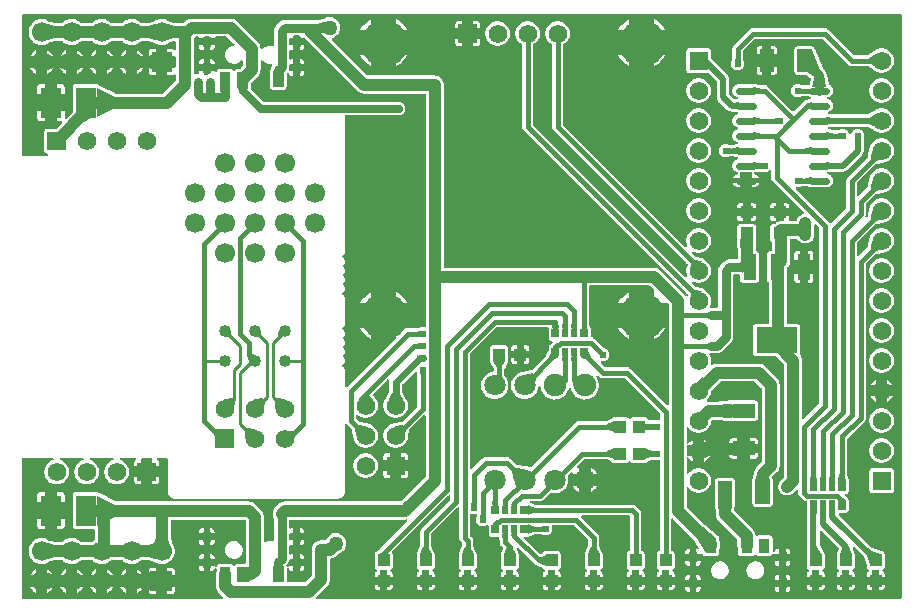
<source format=gtl>
G04 Layer: TopLayer*
G04 EasyEDA v6.4.17, 2021-03-02T21:28:07+01:00*
G04 1007e7e2c1864e39a1c220729244a999,9c416354eb984020824aaf9c885bead6,10*
G04 Gerber Generator version 0.2*
G04 Scale: 100 percent, Rotated: No, Reflected: No *
G04 Dimensions in inches *
G04 leading zeros omitted , absolute positions ,3 integer and 6 decimal *
%FSLAX36Y36*%
%MOIN*%

%ADD10C,0.0100*%
%ADD12C,0.0400*%
%ADD13C,0.0300*%
%ADD14C,0.0157*%
%ADD15C,0.0394*%
%ADD16C,0.0236*%
%ADD17C,0.0200*%
%ADD18C,0.0250*%
%ADD19C,0.0150*%
%ADD20C,0.0240*%
%ADD21C,0.0240*%
%ADD22C,0.0500*%
%ADD24R,0.0748X0.0472*%
%ADD25R,0.0354X0.0492*%
%ADD26R,0.0315X0.0354*%
%ADD27R,0.0709X0.1024*%
%ADD28R,0.0390X0.0430*%
%ADD29R,0.0394X0.0433*%
%ADD30R,0.0256X0.0315*%
%ADD31R,0.0197X0.0315*%
%ADD32R,0.0433X0.0394*%
%ADD33R,0.0430X0.0850*%
%ADD34R,0.1380X0.0850*%
%ADD35C,0.0669*%
%ADD36R,0.0620X0.0620*%
%ADD37C,0.0620*%
%ADD39C,0.0669*%
%ADD40C,0.0709*%
%ADD41C,0.0750*%
%ADD42C,0.1575*%

%LPD*%
G36*
X344360Y770360D02*
G01*
X342720Y770560D01*
X341320Y771400D01*
X340360Y772720D01*
X340020Y774340D01*
X340020Y784539D01*
X324540Y784539D01*
X324540Y779000D01*
X324240Y777460D01*
X323380Y776180D01*
X322080Y775300D01*
X320540Y775000D01*
X317920Y775000D01*
X313840Y774320D01*
X311880Y773640D01*
X310380Y773439D01*
X308920Y773800D01*
X307680Y774680D01*
X306880Y775939D01*
X306580Y777420D01*
X306580Y892800D01*
X306880Y894340D01*
X307760Y895639D01*
X311160Y899040D01*
X312460Y899920D01*
X314000Y900220D01*
X320540Y900220D01*
X322080Y899920D01*
X323380Y899040D01*
X324240Y897740D01*
X324540Y896220D01*
X324540Y893860D01*
X340020Y893860D01*
X340020Y896220D01*
X340319Y897740D01*
X341200Y899040D01*
X342500Y899920D01*
X344020Y900220D01*
X356780Y900220D01*
X358300Y899920D01*
X359600Y899040D01*
X360460Y897740D01*
X360780Y896220D01*
X360780Y893860D01*
X376240Y893860D01*
X376240Y896220D01*
X376540Y897740D01*
X377420Y899040D01*
X378720Y899920D01*
X380240Y900220D01*
X416000Y900220D01*
X417540Y899920D01*
X418840Y899040D01*
X442200Y875660D01*
X443060Y874400D01*
X443380Y872900D01*
X443100Y871380D01*
X442280Y870080D01*
X441019Y869200D01*
X439540Y868840D01*
X437520Y868760D01*
X433060Y867900D01*
X428760Y866360D01*
X424760Y864180D01*
X421140Y861420D01*
X417980Y858139D01*
X415340Y854400D01*
X413320Y850320D01*
X411940Y845980D01*
X411260Y841460D01*
X411260Y836919D01*
X411940Y832400D01*
X413320Y828060D01*
X415340Y823980D01*
X417980Y820240D01*
X421140Y816960D01*
X424760Y814200D01*
X428760Y812020D01*
X433060Y810480D01*
X437520Y809620D01*
X442080Y809440D01*
X446599Y809960D01*
X451000Y811160D01*
X455160Y813040D01*
X458980Y815520D01*
X462400Y818540D01*
X463120Y819440D01*
X464400Y820460D01*
X465959Y820879D01*
X467560Y820660D01*
X468960Y819800D01*
X469880Y818480D01*
X470220Y816900D01*
X470220Y803040D01*
X469940Y801600D01*
X469180Y800360D01*
X462960Y793520D01*
X461620Y792540D01*
X460000Y792200D01*
X452980Y792200D01*
X450500Y791919D01*
X448380Y791180D01*
X446460Y789980D01*
X444880Y788379D01*
X444320Y787520D01*
X443220Y786360D01*
X441740Y785720D01*
X440140Y785720D01*
X438660Y786360D01*
X437560Y787520D01*
X437000Y788379D01*
X435420Y789980D01*
X433500Y791180D01*
X431380Y791919D01*
X428900Y792200D01*
X393920Y792200D01*
X391460Y791919D01*
X389320Y791180D01*
X387420Y789980D01*
X385820Y788379D01*
X384620Y786480D01*
X384020Y784760D01*
X383200Y783400D01*
X381920Y782460D01*
X380360Y782080D01*
X378800Y782360D01*
X377460Y783220D01*
X376560Y784539D01*
X360760Y784539D01*
X360760Y778860D01*
X360520Y777500D01*
X359820Y776280D01*
X358740Y775380D01*
X357420Y774920D01*
X353820Y774320D01*
X349900Y772980D01*
X345920Y770819D01*
G37*

%LPC*%
G36*
X360760Y807240D02*
G01*
X376240Y807240D01*
X376240Y813379D01*
X375959Y815840D01*
X375220Y817980D01*
X374020Y819880D01*
X372420Y821480D01*
X370520Y822680D01*
X368380Y823420D01*
X365920Y823700D01*
X360760Y823700D01*
G37*
G36*
X324540Y807240D02*
G01*
X340020Y807240D01*
X340020Y823700D01*
X334880Y823700D01*
X332400Y823420D01*
X330280Y822680D01*
X328360Y821480D01*
X326780Y819880D01*
X325580Y817980D01*
X324820Y815840D01*
X324540Y813379D01*
G37*
G36*
X334880Y854680D02*
G01*
X340020Y854680D01*
X340020Y871140D01*
X324540Y871140D01*
X324540Y865000D01*
X324820Y862540D01*
X325580Y860400D01*
X326780Y858500D01*
X328360Y856900D01*
X330280Y855699D01*
X332400Y854960D01*
G37*
G36*
X360780Y854680D02*
G01*
X365920Y854680D01*
X368380Y854960D01*
X370520Y855699D01*
X372420Y856900D01*
X374020Y858500D01*
X375220Y860400D01*
X375959Y862540D01*
X376240Y865000D01*
X376240Y871140D01*
X360780Y871140D01*
G37*

%LPD*%
G36*
X814160Y-268840D02*
G01*
X812620Y-268560D01*
X811300Y-267700D01*
X810420Y-266380D01*
X810100Y-264840D01*
X810100Y-210240D01*
X809800Y-207700D01*
X808980Y-205560D01*
X807600Y-203560D01*
X806400Y-202360D01*
X803300Y-200240D01*
X802480Y-198920D01*
X802220Y-197380D01*
X802560Y-195880D01*
X803439Y-194600D01*
X805000Y-193120D01*
X807099Y-190219D01*
X808660Y-187000D01*
X809599Y-183560D01*
X809920Y-180000D01*
X809599Y-176439D01*
X808660Y-173000D01*
X807099Y-169780D01*
X805340Y-167360D01*
X804659Y-165840D01*
X804659Y-164160D01*
X805340Y-162640D01*
X807099Y-160219D01*
X808660Y-157000D01*
X809599Y-153560D01*
X809920Y-150000D01*
X809599Y-146440D01*
X808660Y-143000D01*
X807099Y-139780D01*
X805340Y-137360D01*
X804659Y-135840D01*
X804659Y-134160D01*
X805340Y-132640D01*
X807099Y-130220D01*
X808660Y-127000D01*
X809599Y-123560D01*
X809920Y-120000D01*
X809599Y-116440D01*
X808660Y-113000D01*
X807099Y-109780D01*
X805340Y-107360D01*
X804659Y-105840D01*
X804659Y-104160D01*
X805340Y-102640D01*
X807099Y-100220D01*
X808660Y-97000D01*
X809599Y-93560D01*
X809920Y-90000D01*
X809599Y-86440D01*
X808660Y-83000D01*
X807099Y-79780D01*
X804980Y-76860D01*
X803500Y-75380D01*
X802560Y-73900D01*
X802340Y-72180D01*
X802860Y-70520D01*
X804040Y-69260D01*
X806440Y-67600D01*
X807640Y-66400D01*
X808660Y-65000D01*
X809640Y-62840D01*
X810100Y-59940D01*
X810100Y29760D01*
X809800Y32300D01*
X808980Y34440D01*
X807600Y36440D01*
X806400Y37640D01*
X803300Y39760D01*
X802480Y41080D01*
X802220Y42619D01*
X802560Y44120D01*
X803439Y45400D01*
X805000Y46880D01*
X807099Y49780D01*
X808660Y53000D01*
X809599Y56440D01*
X809920Y60000D01*
X809599Y63560D01*
X808660Y67000D01*
X807099Y70220D01*
X805340Y72640D01*
X804659Y74160D01*
X804659Y75840D01*
X805340Y77360D01*
X807099Y79780D01*
X808660Y83000D01*
X809599Y86440D01*
X809920Y90000D01*
X809599Y93560D01*
X808660Y97000D01*
X807099Y100220D01*
X805340Y102640D01*
X804659Y104160D01*
X804659Y105840D01*
X805340Y107360D01*
X807099Y109780D01*
X808660Y113000D01*
X809599Y116440D01*
X809920Y120000D01*
X809599Y123560D01*
X808660Y127000D01*
X807099Y130220D01*
X805340Y132640D01*
X804659Y134160D01*
X804659Y135840D01*
X805340Y137360D01*
X807099Y139780D01*
X808660Y143000D01*
X809599Y146440D01*
X809920Y150000D01*
X809599Y153560D01*
X808660Y157000D01*
X807099Y160219D01*
X804980Y163140D01*
X803500Y164620D01*
X802560Y166100D01*
X802340Y167820D01*
X802860Y169480D01*
X804040Y170740D01*
X806440Y172399D01*
X807640Y173600D01*
X808660Y175000D01*
X809640Y177160D01*
X810100Y180060D01*
X810100Y629740D01*
X809680Y632880D01*
X809820Y634560D01*
X810639Y636040D01*
X812000Y637040D01*
X813640Y637400D01*
X989840Y637400D01*
X993720Y637720D01*
X997340Y638640D01*
X1000740Y640140D01*
X1003880Y642180D01*
X1006620Y644700D01*
X1008900Y647640D01*
X1010680Y650920D01*
X1011900Y654460D01*
X1012500Y658139D01*
X1012500Y661860D01*
X1011900Y665540D01*
X1010680Y669080D01*
X1008900Y672360D01*
X1006620Y675300D01*
X1003880Y677820D01*
X1000740Y679860D01*
X997340Y681360D01*
X993720Y682280D01*
X989840Y682600D01*
X541020Y682600D01*
X539480Y682900D01*
X538180Y683780D01*
X498080Y723880D01*
X497260Y725080D01*
X496920Y726500D01*
X497120Y727960D01*
X498060Y730780D01*
X498280Y733020D01*
X498280Y742240D01*
X498560Y743680D01*
X499320Y744940D01*
X521960Y769880D01*
X524600Y773220D01*
X526820Y777080D01*
X528460Y781220D01*
X529440Y785560D01*
X529780Y790140D01*
X529780Y816860D01*
X530100Y818400D01*
X530980Y819700D01*
X532280Y820580D01*
X533840Y820860D01*
X535380Y820540D01*
X536660Y819640D01*
X539240Y816960D01*
X542860Y814200D01*
X546880Y812020D01*
X551160Y810480D01*
X555640Y809620D01*
X560200Y809440D01*
X564820Y809980D01*
X566320Y809860D01*
X567660Y809220D01*
X568680Y808120D01*
X569220Y806720D01*
X569200Y805220D01*
X568640Y803840D01*
X566460Y800440D01*
X564820Y796660D01*
X563840Y792740D01*
X563460Y790540D01*
X561620Y786080D01*
X561040Y784380D01*
X560760Y781880D01*
X560760Y733120D01*
X561040Y730660D01*
X561780Y728520D01*
X562980Y726620D01*
X564580Y725020D01*
X566480Y723820D01*
X568620Y723080D01*
X571080Y722800D01*
X606060Y722800D01*
X608540Y723080D01*
X610660Y723820D01*
X612580Y725020D01*
X614180Y726620D01*
X615380Y728520D01*
X616120Y730660D01*
X616400Y733120D01*
X616400Y774240D01*
X616720Y775800D01*
X617620Y777120D01*
X618960Y777980D01*
X620520Y778240D01*
X622080Y777880D01*
X623360Y776940D01*
X624160Y775560D01*
X624780Y773800D01*
X625980Y771900D01*
X627580Y770300D01*
X629500Y769100D01*
X631620Y768360D01*
X634080Y768080D01*
X639240Y768080D01*
X639240Y784539D01*
X626680Y784539D01*
X625160Y784840D01*
X623860Y785699D01*
X623000Y787000D01*
X622680Y788540D01*
X623000Y790060D01*
X624040Y792760D01*
X624900Y796820D01*
X625100Y800120D01*
X625100Y803240D01*
X625400Y804780D01*
X626280Y806080D01*
X627560Y806940D01*
X629100Y807240D01*
X639240Y807240D01*
X639240Y823700D01*
X634080Y823700D01*
X631620Y823420D01*
X630420Y823000D01*
X628920Y822780D01*
X627440Y823139D01*
X626200Y824020D01*
X625380Y825300D01*
X625100Y826780D01*
X625100Y851620D01*
X625380Y853100D01*
X626200Y854380D01*
X627440Y855260D01*
X628920Y855600D01*
X630420Y855380D01*
X631620Y854960D01*
X634080Y854680D01*
X639240Y854680D01*
X639240Y871140D01*
X629100Y871140D01*
X627560Y871460D01*
X626280Y872320D01*
X625400Y873620D01*
X625100Y875140D01*
X625100Y889860D01*
X625400Y891400D01*
X626280Y892700D01*
X627560Y893560D01*
X629100Y893860D01*
X639240Y893860D01*
X639240Y900900D01*
X639540Y902440D01*
X640400Y903720D01*
X641700Y904599D01*
X643240Y904900D01*
X655980Y904900D01*
X657520Y904599D01*
X658820Y903720D01*
X659680Y902440D01*
X659980Y900900D01*
X659980Y893860D01*
X676700Y893860D01*
X678240Y893560D01*
X679539Y892700D01*
X854260Y717980D01*
X856979Y715740D01*
X857780Y715180D01*
X860800Y713360D01*
X861660Y712920D01*
X864920Y711560D01*
X865860Y711260D01*
X870240Y710240D01*
X873740Y709920D01*
X1075900Y709900D01*
X1077440Y709599D01*
X1078720Y708720D01*
X1079600Y707440D01*
X1079900Y705900D01*
X1079900Y-64660D01*
X1079640Y-66100D01*
X1078880Y-67340D01*
X1077720Y-68220D01*
X1076320Y-68640D01*
X1074860Y-68520D01*
X1073840Y-68260D01*
X1070000Y-67920D01*
X1066160Y-68260D01*
X1062460Y-69240D01*
X1058540Y-71100D01*
X1057380Y-71440D01*
X1052720Y-72020D01*
X1024580Y-72020D01*
X1023480Y-71880D01*
X981880Y-71880D01*
X981880Y-101060D01*
X981560Y-102579D01*
X980699Y-103880D01*
X817320Y-267260D01*
X815699Y-268500D01*
G37*

%LPC*%
G36*
X898139Y-108260D02*
G01*
X898139Y-71880D01*
X861740Y-71880D01*
X864479Y-76760D01*
X869100Y-83539D01*
X874340Y-89840D01*
X880160Y-95660D01*
X886460Y-100900D01*
X893240Y-105520D01*
G37*
G36*
X981880Y11860D02*
G01*
X1018259Y11860D01*
X1015520Y16760D01*
X1010900Y23540D01*
X1005660Y29840D01*
X999840Y35660D01*
X993540Y40900D01*
X986760Y45519D01*
X981880Y48259D01*
G37*
G36*
X861740Y11860D02*
G01*
X898139Y11860D01*
X898139Y48259D01*
X893240Y45519D01*
X886460Y40900D01*
X880160Y35660D01*
X874340Y29840D01*
X869100Y23540D01*
X864479Y16760D01*
G37*
G36*
X659980Y768080D02*
G01*
X665140Y768080D01*
X667600Y768360D01*
X669720Y769100D01*
X671640Y770300D01*
X673240Y771900D01*
X674440Y773800D01*
X675180Y775939D01*
X675460Y778400D01*
X675460Y784539D01*
X659980Y784539D01*
G37*
G36*
X659980Y807240D02*
G01*
X675460Y807240D01*
X675460Y813379D01*
X675180Y815840D01*
X674440Y817980D01*
X673240Y819880D01*
X671640Y821480D01*
X669720Y822680D01*
X667600Y823420D01*
X665140Y823700D01*
X659980Y823700D01*
G37*
G36*
X659980Y854680D02*
G01*
X665140Y854680D01*
X667600Y854960D01*
X669720Y855720D01*
X671640Y856919D01*
X673240Y858500D01*
X674440Y860420D01*
X675180Y862540D01*
X675460Y865020D01*
X675460Y871140D01*
X659980Y871140D01*
G37*

%LPD*%
G36*
X1886220Y-329140D02*
G01*
X1884680Y-328840D01*
X1883380Y-327960D01*
X1762200Y-206820D01*
X1759460Y-204740D01*
X1756480Y-203260D01*
X1753300Y-202340D01*
X1749820Y-202020D01*
X1679100Y-202020D01*
X1677580Y-201720D01*
X1676279Y-200859D01*
X1664079Y-188660D01*
X1663180Y-187300D01*
X1662900Y-185720D01*
X1663280Y-184140D01*
X1664240Y-182840D01*
X1665640Y-182040D01*
X1667260Y-181840D01*
X1670000Y-182079D01*
X1673839Y-181740D01*
X1677560Y-180760D01*
X1681040Y-179120D01*
X1684199Y-176920D01*
X1686920Y-174200D01*
X1689120Y-171040D01*
X1690760Y-167560D01*
X1691740Y-163840D01*
X1692080Y-160000D01*
X1691740Y-156160D01*
X1690760Y-152440D01*
X1689120Y-148960D01*
X1686920Y-145800D01*
X1684199Y-143080D01*
X1681040Y-140880D01*
X1677560Y-139240D01*
X1675780Y-138760D01*
X1674379Y-138080D01*
X1670500Y-135080D01*
X1642200Y-106820D01*
X1639460Y-104740D01*
X1636480Y-103260D01*
X1633040Y-102280D01*
X1631540Y-101460D01*
X1630500Y-100100D01*
X1630140Y-98420D01*
X1630140Y-72980D01*
X1629860Y-70520D01*
X1629120Y-68380D01*
X1627920Y-66480D01*
X1626339Y-64920D01*
X1625480Y-63620D01*
X1625180Y-62080D01*
X1625180Y66220D01*
X1625480Y67740D01*
X1626339Y69040D01*
X1627640Y69920D01*
X1629180Y70220D01*
X1826000Y70220D01*
X1827540Y69920D01*
X1828839Y69040D01*
X1840700Y57180D01*
X1841560Y55880D01*
X1841879Y54360D01*
X1841879Y11860D01*
X1884360Y11860D01*
X1885880Y11560D01*
X1887180Y10700D01*
X1889040Y8840D01*
X1889920Y7540D01*
X1890220Y6000D01*
X1890220Y-325140D01*
X1889920Y-326659D01*
X1889040Y-327960D01*
X1887740Y-328840D01*
G37*

%LPC*%
G36*
X1841879Y-108260D02*
G01*
X1846759Y-105520D01*
X1853540Y-100900D01*
X1859840Y-95660D01*
X1865660Y-89840D01*
X1870900Y-83539D01*
X1875520Y-76760D01*
X1878260Y-71880D01*
X1841879Y-71880D01*
G37*
G36*
X1758140Y-108260D02*
G01*
X1758140Y-71880D01*
X1721740Y-71880D01*
X1724480Y-76760D01*
X1729100Y-83539D01*
X1734340Y-89840D01*
X1740160Y-95660D01*
X1746459Y-100900D01*
X1753240Y-105520D01*
G37*
G36*
X1721740Y11860D02*
G01*
X1758140Y11860D01*
X1758140Y48259D01*
X1753240Y45519D01*
X1746459Y40900D01*
X1740160Y35660D01*
X1734340Y29840D01*
X1729100Y23540D01*
X1724480Y16760D01*
G37*

%LPD*%
G36*
X1231980Y-540960D02*
G01*
X1230440Y-540640D01*
X1229140Y-539780D01*
X1228280Y-538480D01*
X1227980Y-536960D01*
X1227980Y-159100D01*
X1228280Y-157580D01*
X1229140Y-156280D01*
X1316279Y-69140D01*
X1317580Y-68280D01*
X1319100Y-67980D01*
X1485960Y-67980D01*
X1487580Y-68320D01*
X1488920Y-69300D01*
X1489760Y-70740D01*
X1489860Y-72960D01*
X1489860Y-104019D01*
X1490140Y-106500D01*
X1490880Y-108620D01*
X1492080Y-110540D01*
X1493680Y-112120D01*
X1495600Y-113320D01*
X1497720Y-114080D01*
X1499400Y-114260D01*
X1500880Y-114720D01*
X1502060Y-115719D01*
X1502780Y-117080D01*
X1502940Y-118620D01*
X1502500Y-120100D01*
X1501519Y-121300D01*
X1493660Y-127860D01*
X1492100Y-129440D01*
X1490880Y-131380D01*
X1490140Y-133500D01*
X1489860Y-135960D01*
X1489860Y-143980D01*
X1489500Y-145640D01*
X1481699Y-162540D01*
X1480900Y-163680D01*
X1433040Y-211540D01*
X1432060Y-212260D01*
X1430920Y-212640D01*
X1404580Y-217340D01*
X1401500Y-217800D01*
X1395940Y-219220D01*
X1390620Y-221320D01*
X1385600Y-224080D01*
X1380980Y-227440D01*
X1376819Y-231360D01*
X1373160Y-235760D01*
X1370100Y-240580D01*
X1367680Y-245760D01*
X1365900Y-251200D01*
X1364840Y-256820D01*
X1364480Y-262520D01*
X1364840Y-268220D01*
X1365900Y-273840D01*
X1367680Y-279280D01*
X1370100Y-284460D01*
X1373160Y-289280D01*
X1376819Y-293680D01*
X1380980Y-297600D01*
X1385600Y-300960D01*
X1390620Y-303720D01*
X1395940Y-305820D01*
X1401459Y-307240D01*
X1407140Y-307960D01*
X1412860Y-307960D01*
X1418540Y-307240D01*
X1424060Y-305820D01*
X1429379Y-303720D01*
X1434400Y-300960D01*
X1439019Y-297600D01*
X1443180Y-293680D01*
X1446840Y-289280D01*
X1449900Y-284460D01*
X1452320Y-279280D01*
X1454100Y-273840D01*
X1455060Y-268840D01*
X1455660Y-267340D01*
X1456800Y-266220D01*
X1458300Y-265640D01*
X1459900Y-265700D01*
X1461360Y-266380D01*
X1462440Y-267580D01*
X1462940Y-269100D01*
X1463220Y-271260D01*
X1464640Y-276940D01*
X1466759Y-282420D01*
X1469540Y-287580D01*
X1472920Y-292360D01*
X1476860Y-296680D01*
X1481320Y-300500D01*
X1486200Y-303740D01*
X1491440Y-306340D01*
X1496980Y-308300D01*
X1502700Y-309540D01*
X1508540Y-310080D01*
X1514400Y-309900D01*
X1520180Y-309020D01*
X1525820Y-307400D01*
X1531220Y-305120D01*
X1536279Y-302200D01*
X1540960Y-298660D01*
X1545180Y-294580D01*
X1548839Y-290020D01*
X1551940Y-285020D01*
X1554340Y-279800D01*
X1556240Y-273860D01*
X1557100Y-272380D01*
X1558480Y-271380D01*
X1560180Y-271060D01*
X1561840Y-271480D01*
X1563160Y-272560D01*
X1563920Y-274080D01*
X1564660Y-276960D01*
X1566720Y-282340D01*
X1569540Y-287580D01*
X1572920Y-292360D01*
X1576860Y-296680D01*
X1581320Y-300500D01*
X1586200Y-303740D01*
X1591440Y-306340D01*
X1596980Y-308300D01*
X1602700Y-309540D01*
X1608540Y-310080D01*
X1614400Y-309900D01*
X1620180Y-309020D01*
X1625820Y-307400D01*
X1631220Y-305120D01*
X1636279Y-302200D01*
X1640960Y-298660D01*
X1645180Y-294580D01*
X1648839Y-290020D01*
X1651920Y-285040D01*
X1654379Y-279720D01*
X1656160Y-274120D01*
X1657240Y-268360D01*
X1657600Y-262520D01*
X1657240Y-256680D01*
X1656160Y-250920D01*
X1654379Y-245320D01*
X1651920Y-240000D01*
X1649500Y-236080D01*
X1648940Y-234540D01*
X1649060Y-232900D01*
X1649820Y-231439D01*
X1651100Y-230400D01*
X1652700Y-229980D01*
X1654319Y-230240D01*
X1655720Y-231140D01*
X1657820Y-233200D01*
X1660540Y-235260D01*
X1663520Y-236740D01*
X1666699Y-237659D01*
X1670180Y-237979D01*
X1740900Y-237979D01*
X1742420Y-238280D01*
X1743720Y-239140D01*
X1860860Y-356280D01*
X1861720Y-357580D01*
X1862020Y-359099D01*
X1862020Y-375240D01*
X1861759Y-376659D01*
X1861000Y-377900D01*
X1859840Y-378800D01*
X1858440Y-379219D01*
X1857000Y-379099D01*
X1853839Y-378260D01*
X1850000Y-377920D01*
X1846160Y-378260D01*
X1842440Y-379240D01*
X1841860Y-379520D01*
X1840160Y-379900D01*
X1825020Y-379900D01*
X1823600Y-379640D01*
X1822360Y-378880D01*
X1821480Y-377740D01*
X1821020Y-376100D01*
X1820280Y-373980D01*
X1819079Y-372060D01*
X1817480Y-370460D01*
X1815580Y-369260D01*
X1813440Y-368519D01*
X1810980Y-368240D01*
X1772060Y-368240D01*
X1769600Y-368519D01*
X1767460Y-369260D01*
X1765560Y-370460D01*
X1763959Y-372060D01*
X1763420Y-372939D01*
X1762300Y-374099D01*
X1760820Y-374720D01*
X1759220Y-374720D01*
X1757740Y-374099D01*
X1756639Y-372939D01*
X1756100Y-372060D01*
X1754500Y-370460D01*
X1752580Y-369260D01*
X1750460Y-368519D01*
X1748000Y-368240D01*
X1709079Y-368240D01*
X1706600Y-368519D01*
X1704480Y-369260D01*
X1702560Y-370460D01*
X1700960Y-372060D01*
X1700060Y-373240D01*
X1699160Y-373860D01*
X1683660Y-381599D01*
X1681860Y-382020D01*
X1589300Y-382040D01*
X1585880Y-382520D01*
X1582740Y-383579D01*
X1579860Y-385180D01*
X1577160Y-387420D01*
X1430460Y-534120D01*
X1429180Y-534980D01*
X1427680Y-535300D01*
X1426160Y-535020D01*
X1424060Y-534180D01*
X1418540Y-532760D01*
X1412820Y-532040D01*
X1411940Y-532020D01*
X1386040Y-529340D01*
X1384720Y-528980D01*
X1383620Y-528200D01*
X1362200Y-506820D01*
X1359460Y-504739D01*
X1356480Y-503260D01*
X1353300Y-502340D01*
X1349820Y-502020D01*
X1279300Y-502040D01*
X1275880Y-502520D01*
X1272740Y-503579D01*
X1269860Y-505180D01*
X1267160Y-507420D01*
X1234800Y-539780D01*
X1233500Y-540640D01*
G37*

%LPC*%
G36*
X1307140Y-307960D02*
G01*
X1312860Y-307960D01*
X1318540Y-307240D01*
X1324060Y-305820D01*
X1329379Y-303720D01*
X1334400Y-300960D01*
X1339019Y-297600D01*
X1343180Y-293680D01*
X1346840Y-289280D01*
X1349900Y-284460D01*
X1352320Y-279280D01*
X1354100Y-273840D01*
X1355160Y-268220D01*
X1355520Y-262520D01*
X1355160Y-256820D01*
X1354100Y-251200D01*
X1352320Y-245760D01*
X1349900Y-240580D01*
X1346840Y-235760D01*
X1343500Y-231720D01*
X1342820Y-230539D01*
X1342580Y-229180D01*
X1342580Y-208560D01*
X1343000Y-206780D01*
X1353140Y-186400D01*
X1354079Y-183860D01*
X1354360Y-181420D01*
X1354360Y-138580D01*
X1354079Y-136100D01*
X1353320Y-133980D01*
X1352120Y-132060D01*
X1350540Y-130460D01*
X1348620Y-129260D01*
X1346500Y-128520D01*
X1344019Y-128240D01*
X1305100Y-128240D01*
X1302640Y-128520D01*
X1300500Y-129260D01*
X1298600Y-130460D01*
X1297000Y-132060D01*
X1295800Y-133980D01*
X1295060Y-136100D01*
X1294780Y-138580D01*
X1294780Y-181420D01*
X1295060Y-183880D01*
X1295960Y-186420D01*
X1306200Y-206940D01*
X1306620Y-208720D01*
X1306620Y-213619D01*
X1306360Y-215040D01*
X1305620Y-216260D01*
X1304500Y-217160D01*
X1303120Y-217600D01*
X1301459Y-217800D01*
X1295940Y-219220D01*
X1290620Y-221320D01*
X1285600Y-224080D01*
X1280980Y-227440D01*
X1276820Y-231360D01*
X1273160Y-235760D01*
X1270100Y-240580D01*
X1267680Y-245760D01*
X1265900Y-251200D01*
X1264840Y-256820D01*
X1264480Y-262520D01*
X1264840Y-268220D01*
X1265900Y-273840D01*
X1267680Y-279280D01*
X1270100Y-284460D01*
X1273160Y-289280D01*
X1276820Y-293680D01*
X1280980Y-297600D01*
X1285600Y-300960D01*
X1290620Y-303720D01*
X1295940Y-305820D01*
X1301459Y-307240D01*
G37*
G36*
X1375980Y-191759D02*
G01*
X1383080Y-191759D01*
X1383080Y-173320D01*
X1365640Y-173320D01*
X1365640Y-181420D01*
X1365920Y-183900D01*
X1366680Y-186020D01*
X1367880Y-187940D01*
X1369460Y-189540D01*
X1371380Y-190740D01*
X1373500Y-191480D01*
G37*
G36*
X1407780Y-191759D02*
G01*
X1414900Y-191759D01*
X1417360Y-191480D01*
X1419480Y-190740D01*
X1421399Y-189540D01*
X1423000Y-187940D01*
X1424199Y-186020D01*
X1424940Y-183900D01*
X1425220Y-181420D01*
X1425220Y-173320D01*
X1407780Y-173320D01*
G37*
G36*
X1365640Y-146680D02*
G01*
X1383080Y-146680D01*
X1383080Y-128240D01*
X1375980Y-128240D01*
X1373500Y-128520D01*
X1371380Y-129260D01*
X1369460Y-130460D01*
X1367880Y-132060D01*
X1366680Y-133980D01*
X1365920Y-136100D01*
X1365640Y-138580D01*
G37*
G36*
X1407780Y-146680D02*
G01*
X1425220Y-146680D01*
X1425220Y-138580D01*
X1424940Y-136100D01*
X1424199Y-133980D01*
X1423000Y-132060D01*
X1421399Y-130460D01*
X1419480Y-129260D01*
X1417360Y-128520D01*
X1414900Y-128240D01*
X1407780Y-128240D01*
G37*

%LPD*%
G36*
X718080Y-974160D02*
G01*
X716540Y-973840D01*
X715240Y-972980D01*
X714380Y-971680D01*
X714080Y-970160D01*
X714380Y-968620D01*
X715240Y-967320D01*
X752020Y-930520D01*
X754260Y-927820D01*
X754820Y-927020D01*
X756640Y-924000D01*
X757080Y-923120D01*
X758439Y-919880D01*
X758740Y-918940D01*
X759760Y-914560D01*
X760080Y-911060D01*
X760100Y-843800D01*
X760360Y-842380D01*
X761100Y-841160D01*
X762220Y-840260D01*
X763600Y-839820D01*
X765600Y-839560D01*
X768940Y-838740D01*
X769880Y-838439D01*
X773120Y-837080D01*
X774000Y-836640D01*
X777020Y-834820D01*
X777820Y-834260D01*
X780520Y-832020D01*
X787800Y-824780D01*
X788700Y-824100D01*
X794580Y-821919D01*
X798980Y-819520D01*
X802980Y-816520D01*
X806520Y-812980D01*
X809520Y-808980D01*
X811919Y-804580D01*
X813660Y-799880D01*
X814740Y-795000D01*
X815080Y-790000D01*
X814740Y-785000D01*
X813660Y-780120D01*
X811919Y-775420D01*
X809520Y-771020D01*
X806520Y-767020D01*
X802980Y-763480D01*
X798980Y-760480D01*
X794580Y-758080D01*
X789880Y-756340D01*
X785000Y-755260D01*
X780000Y-754920D01*
X775000Y-755260D01*
X770120Y-756340D01*
X765420Y-758080D01*
X761020Y-760480D01*
X757020Y-763480D01*
X753480Y-767020D01*
X750480Y-771020D01*
X748080Y-775420D01*
X747380Y-777300D01*
X746520Y-778660D01*
X745200Y-779580D01*
X743640Y-779900D01*
X730080Y-779900D01*
X727760Y-779980D01*
X725520Y-780240D01*
X723300Y-780660D01*
X721120Y-781240D01*
X719000Y-781979D01*
X716940Y-782880D01*
X714960Y-783940D01*
X713040Y-785140D01*
X711240Y-786460D01*
X709520Y-787940D01*
X707940Y-789520D01*
X706460Y-791240D01*
X705140Y-793040D01*
X703940Y-794960D01*
X702880Y-796940D01*
X701979Y-799000D01*
X701240Y-801120D01*
X700660Y-803300D01*
X700240Y-805520D01*
X699980Y-807760D01*
X699900Y-810080D01*
X699900Y-895879D01*
X699599Y-897400D01*
X698720Y-898700D01*
X678700Y-918720D01*
X677400Y-919599D01*
X675879Y-919900D01*
X620400Y-919900D01*
X618860Y-919599D01*
X617560Y-918720D01*
X616700Y-917440D01*
X616400Y-915900D01*
X616400Y-875759D01*
X616720Y-874200D01*
X617620Y-872880D01*
X618960Y-872020D01*
X620520Y-871760D01*
X622080Y-872120D01*
X623360Y-873060D01*
X624160Y-874440D01*
X624780Y-876200D01*
X625980Y-878100D01*
X627580Y-879700D01*
X629500Y-880900D01*
X631620Y-881640D01*
X634080Y-881919D01*
X639240Y-881919D01*
X639240Y-865460D01*
X623380Y-865460D01*
X622440Y-866740D01*
X621080Y-867540D01*
X619520Y-867760D01*
X618000Y-867340D01*
X616740Y-866380D01*
X615960Y-865020D01*
X615380Y-863220D01*
X615180Y-861780D01*
X615520Y-860360D01*
X616340Y-859160D01*
X617660Y-857840D01*
X620380Y-854659D01*
X622120Y-851880D01*
X622520Y-851100D01*
X623720Y-848160D01*
X624380Y-845720D01*
X625180Y-844180D01*
X626560Y-843120D01*
X628240Y-842760D01*
X639240Y-842760D01*
X639240Y-826300D01*
X634080Y-826300D01*
X631620Y-826580D01*
X630420Y-827000D01*
X628920Y-827220D01*
X627440Y-826860D01*
X626200Y-825980D01*
X625380Y-824700D01*
X625100Y-823220D01*
X625100Y-798379D01*
X625380Y-796900D01*
X626200Y-795620D01*
X627440Y-794740D01*
X628920Y-794400D01*
X630420Y-794620D01*
X631620Y-795040D01*
X634080Y-795320D01*
X639240Y-795320D01*
X639240Y-778860D01*
X629100Y-778860D01*
X627560Y-778540D01*
X626280Y-777680D01*
X625400Y-776380D01*
X625100Y-774860D01*
X625100Y-760140D01*
X625400Y-758600D01*
X626280Y-757300D01*
X627560Y-756440D01*
X629100Y-756140D01*
X639240Y-756140D01*
X639240Y-739680D01*
X634080Y-739680D01*
X631620Y-739960D01*
X630420Y-740380D01*
X628920Y-740600D01*
X627440Y-740240D01*
X626200Y-739360D01*
X625380Y-738080D01*
X625100Y-736600D01*
X625100Y-714100D01*
X625400Y-712560D01*
X626280Y-711280D01*
X627560Y-710400D01*
X629100Y-710100D01*
X1011040Y-710080D01*
X1014840Y-709720D01*
X1016460Y-709880D01*
X1017880Y-710680D01*
X1018840Y-711979D01*
X1019220Y-713560D01*
X1018940Y-715160D01*
X1018060Y-716520D01*
X926820Y-807800D01*
X924700Y-810580D01*
X924260Y-811420D01*
X923439Y-812500D01*
X922300Y-813240D01*
X916240Y-815840D01*
X914220Y-817120D01*
X912620Y-818720D01*
X911420Y-820620D01*
X910680Y-822760D01*
X910400Y-825220D01*
X910400Y-867780D01*
X910680Y-870240D01*
X911420Y-872380D01*
X912620Y-874280D01*
X914220Y-875879D01*
X915400Y-876620D01*
X916560Y-877720D01*
X917180Y-879200D01*
X917180Y-880800D01*
X916560Y-882280D01*
X915400Y-883379D01*
X914220Y-884120D01*
X912620Y-885720D01*
X911420Y-887620D01*
X910680Y-889760D01*
X910400Y-892220D01*
X910400Y-900260D01*
X927760Y-900260D01*
X927760Y-882099D01*
X928060Y-880560D01*
X928920Y-879280D01*
X930220Y-878400D01*
X931760Y-878100D01*
X948259Y-878100D01*
X949780Y-878400D01*
X951080Y-879280D01*
X951940Y-880560D01*
X952260Y-882099D01*
X952260Y-900260D01*
X969599Y-900260D01*
X969599Y-892220D01*
X969320Y-889760D01*
X968580Y-887620D01*
X967380Y-885720D01*
X965780Y-884120D01*
X964599Y-883379D01*
X963439Y-882280D01*
X962820Y-880800D01*
X962820Y-879200D01*
X963439Y-877720D01*
X964599Y-876620D01*
X965780Y-875879D01*
X967380Y-874280D01*
X968580Y-872380D01*
X969320Y-870240D01*
X969599Y-867780D01*
X969599Y-825220D01*
X969320Y-822760D01*
X968420Y-820200D01*
X968199Y-818720D01*
X968540Y-817280D01*
X969380Y-816040D01*
X1155200Y-630220D01*
X1156500Y-629360D01*
X1158020Y-629040D01*
X1159560Y-629360D01*
X1160860Y-630220D01*
X1161720Y-631520D01*
X1162020Y-633040D01*
X1162020Y-640900D01*
X1161720Y-642420D01*
X1160860Y-643720D01*
X1066820Y-737800D01*
X1064740Y-740540D01*
X1063260Y-743520D01*
X1062340Y-746700D01*
X1062020Y-750180D01*
X1062020Y-798100D01*
X1061620Y-799860D01*
X1051500Y-820440D01*
X1050680Y-822760D01*
X1050400Y-825220D01*
X1050400Y-867780D01*
X1050680Y-870240D01*
X1051420Y-872380D01*
X1052620Y-874280D01*
X1054220Y-875879D01*
X1055400Y-876620D01*
X1056560Y-877720D01*
X1057180Y-879200D01*
X1057180Y-880800D01*
X1056560Y-882280D01*
X1055400Y-883379D01*
X1054220Y-884120D01*
X1052620Y-885720D01*
X1051420Y-887620D01*
X1050680Y-889760D01*
X1050400Y-892220D01*
X1050400Y-900260D01*
X1067740Y-900260D01*
X1067740Y-882099D01*
X1068060Y-880560D01*
X1068920Y-879280D01*
X1070220Y-878400D01*
X1071760Y-878100D01*
X1088260Y-878100D01*
X1089780Y-878400D01*
X1091080Y-879280D01*
X1091940Y-880560D01*
X1092260Y-882099D01*
X1092260Y-900260D01*
X1109600Y-900260D01*
X1109600Y-892220D01*
X1109320Y-889760D01*
X1108580Y-887620D01*
X1107380Y-885720D01*
X1105780Y-884120D01*
X1104600Y-883379D01*
X1103440Y-882280D01*
X1102820Y-880800D01*
X1102820Y-879200D01*
X1103440Y-877720D01*
X1104600Y-876620D01*
X1105780Y-875879D01*
X1107380Y-874280D01*
X1108580Y-872380D01*
X1109320Y-870240D01*
X1109600Y-867780D01*
X1109600Y-825220D01*
X1109320Y-822760D01*
X1108500Y-820440D01*
X1098380Y-799860D01*
X1097980Y-798100D01*
X1097980Y-759100D01*
X1098280Y-757580D01*
X1099140Y-756280D01*
X1185200Y-670220D01*
X1186500Y-669360D01*
X1188020Y-669040D01*
X1189560Y-669360D01*
X1190860Y-670220D01*
X1191720Y-671520D01*
X1192020Y-673040D01*
X1192040Y-770699D01*
X1192520Y-774120D01*
X1193580Y-777260D01*
X1195180Y-780140D01*
X1197420Y-782840D01*
X1200860Y-786280D01*
X1201720Y-787580D01*
X1202020Y-789100D01*
X1202020Y-798100D01*
X1201620Y-799860D01*
X1191500Y-820440D01*
X1190680Y-822760D01*
X1190400Y-825220D01*
X1190400Y-867780D01*
X1190680Y-870240D01*
X1191420Y-872380D01*
X1192620Y-874280D01*
X1194220Y-875879D01*
X1195400Y-876620D01*
X1196560Y-877720D01*
X1197180Y-879200D01*
X1197180Y-880800D01*
X1196560Y-882280D01*
X1195400Y-883379D01*
X1194220Y-884120D01*
X1192620Y-885720D01*
X1191420Y-887620D01*
X1190680Y-889760D01*
X1190400Y-892220D01*
X1190400Y-900260D01*
X1207740Y-900260D01*
X1207740Y-882099D01*
X1208060Y-880560D01*
X1208920Y-879280D01*
X1210220Y-878400D01*
X1211760Y-878100D01*
X1228260Y-878100D01*
X1229780Y-878400D01*
X1231080Y-879280D01*
X1231940Y-880560D01*
X1232260Y-882099D01*
X1232260Y-900260D01*
X1249600Y-900260D01*
X1249600Y-892220D01*
X1249320Y-889760D01*
X1248580Y-887620D01*
X1247380Y-885720D01*
X1245780Y-884120D01*
X1244600Y-883379D01*
X1243440Y-882280D01*
X1242820Y-880800D01*
X1242820Y-879200D01*
X1243440Y-877720D01*
X1244600Y-876620D01*
X1245780Y-875879D01*
X1247380Y-874280D01*
X1248580Y-872380D01*
X1249320Y-870240D01*
X1249600Y-867780D01*
X1249600Y-825220D01*
X1249320Y-822760D01*
X1248500Y-820440D01*
X1238380Y-799860D01*
X1237980Y-798100D01*
X1237960Y-779300D01*
X1237480Y-775879D01*
X1236420Y-772740D01*
X1234820Y-769860D01*
X1232580Y-767159D01*
X1229140Y-763720D01*
X1228280Y-762420D01*
X1227980Y-760900D01*
X1227980Y-694760D01*
X1228240Y-693340D01*
X1229000Y-692099D01*
X1230160Y-691200D01*
X1231560Y-690780D01*
X1233000Y-690900D01*
X1236160Y-691740D01*
X1240000Y-692080D01*
X1243840Y-691740D01*
X1246700Y-690980D01*
X1248280Y-690879D01*
X1249780Y-691400D01*
X1250960Y-692460D01*
X1251640Y-693900D01*
X1251680Y-695480D01*
X1251340Y-697600D01*
X1251020Y-698640D01*
X1249240Y-702440D01*
X1248260Y-706160D01*
X1247920Y-710000D01*
X1248260Y-713840D01*
X1249240Y-717560D01*
X1250880Y-721040D01*
X1253080Y-724200D01*
X1255800Y-726919D01*
X1258960Y-729120D01*
X1262440Y-730759D01*
X1266160Y-731740D01*
X1270000Y-732080D01*
X1273840Y-731740D01*
X1277560Y-730759D01*
X1281040Y-729120D01*
X1283560Y-727360D01*
X1285160Y-726700D01*
X1286900Y-726760D01*
X1288440Y-727560D01*
X1289480Y-728940D01*
X1289860Y-730639D01*
X1289860Y-757020D01*
X1290140Y-759479D01*
X1290880Y-761620D01*
X1292080Y-763520D01*
X1293680Y-765120D01*
X1295600Y-766320D01*
X1297720Y-767060D01*
X1300180Y-767340D01*
X1321399Y-767340D01*
X1322860Y-767620D01*
X1324120Y-768400D01*
X1325000Y-769580D01*
X1325400Y-771020D01*
X1326220Y-781420D01*
X1326240Y-785020D01*
X1326720Y-788420D01*
X1327780Y-791560D01*
X1329379Y-794440D01*
X1331620Y-797140D01*
X1337200Y-802700D01*
X1338100Y-804080D01*
X1338360Y-805720D01*
X1337960Y-807300D01*
X1331500Y-820440D01*
X1330680Y-822760D01*
X1330400Y-825220D01*
X1330400Y-867780D01*
X1330680Y-870240D01*
X1331420Y-872380D01*
X1332620Y-874280D01*
X1334220Y-875879D01*
X1335400Y-876620D01*
X1336560Y-877720D01*
X1337180Y-879200D01*
X1337180Y-880800D01*
X1336560Y-882280D01*
X1335400Y-883379D01*
X1334220Y-884120D01*
X1332620Y-885720D01*
X1331420Y-887620D01*
X1330680Y-889760D01*
X1330400Y-892220D01*
X1330400Y-900260D01*
X1347740Y-900260D01*
X1347740Y-882099D01*
X1348060Y-880560D01*
X1348920Y-879280D01*
X1350220Y-878400D01*
X1351759Y-878100D01*
X1368260Y-878100D01*
X1369780Y-878400D01*
X1371080Y-879280D01*
X1371940Y-880560D01*
X1372260Y-882099D01*
X1372260Y-900260D01*
X1389600Y-900260D01*
X1389600Y-892220D01*
X1389319Y-889760D01*
X1388580Y-887620D01*
X1387380Y-885720D01*
X1385780Y-884120D01*
X1384600Y-883379D01*
X1383440Y-882280D01*
X1382820Y-880800D01*
X1382820Y-879200D01*
X1383440Y-877720D01*
X1384600Y-876620D01*
X1385780Y-875879D01*
X1387380Y-874280D01*
X1388580Y-872380D01*
X1389319Y-870240D01*
X1389600Y-867780D01*
X1389600Y-825220D01*
X1389319Y-822760D01*
X1388500Y-820440D01*
X1383180Y-809620D01*
X1382780Y-808080D01*
X1383020Y-806500D01*
X1383839Y-805140D01*
X1385140Y-804200D01*
X1386699Y-803860D01*
X1388280Y-804140D01*
X1389600Y-805020D01*
X1444300Y-859680D01*
X1447040Y-861760D01*
X1450020Y-863240D01*
X1454660Y-864560D01*
X1470940Y-872700D01*
X1471840Y-873319D01*
X1472620Y-874280D01*
X1474220Y-875879D01*
X1475400Y-876620D01*
X1476560Y-877720D01*
X1477180Y-879200D01*
X1477180Y-880800D01*
X1476560Y-882280D01*
X1475400Y-883379D01*
X1474220Y-884120D01*
X1472620Y-885720D01*
X1471420Y-887620D01*
X1470680Y-889760D01*
X1470400Y-892220D01*
X1470400Y-900260D01*
X1487740Y-900260D01*
X1487740Y-882099D01*
X1488060Y-880560D01*
X1488920Y-879280D01*
X1490220Y-878400D01*
X1491759Y-878100D01*
X1508260Y-878100D01*
X1509780Y-878400D01*
X1511080Y-879280D01*
X1511940Y-880560D01*
X1512260Y-882099D01*
X1512260Y-900260D01*
X1529600Y-900260D01*
X1529600Y-892220D01*
X1529319Y-889760D01*
X1528580Y-887620D01*
X1527380Y-885720D01*
X1525780Y-884120D01*
X1524600Y-883379D01*
X1523440Y-882280D01*
X1522820Y-880800D01*
X1522820Y-879200D01*
X1523440Y-877720D01*
X1524600Y-876620D01*
X1525780Y-875879D01*
X1527380Y-874280D01*
X1528580Y-872380D01*
X1529319Y-870240D01*
X1529600Y-867780D01*
X1529600Y-825220D01*
X1529319Y-822760D01*
X1528580Y-820620D01*
X1527380Y-818720D01*
X1525780Y-817120D01*
X1523880Y-815920D01*
X1521740Y-815180D01*
X1519280Y-814900D01*
X1480720Y-814900D01*
X1478260Y-815180D01*
X1476120Y-815920D01*
X1474220Y-817120D01*
X1471840Y-819680D01*
X1470940Y-820300D01*
X1463380Y-824080D01*
X1461780Y-824500D01*
X1460140Y-824240D01*
X1458760Y-823340D01*
X1409600Y-774180D01*
X1408720Y-772880D01*
X1408420Y-771340D01*
X1408720Y-769820D01*
X1409600Y-768520D01*
X1410900Y-767660D01*
X1412420Y-767340D01*
X1419800Y-767340D01*
X1422400Y-767060D01*
X1444680Y-759680D01*
X1445940Y-759479D01*
X1464360Y-759479D01*
X1469360Y-759659D01*
X1470900Y-760040D01*
X1472440Y-760759D01*
X1476160Y-761740D01*
X1480000Y-762080D01*
X1483839Y-761740D01*
X1487560Y-760759D01*
X1491040Y-759120D01*
X1494199Y-756919D01*
X1496920Y-754200D01*
X1499120Y-751040D01*
X1500760Y-747560D01*
X1501740Y-743840D01*
X1502080Y-740000D01*
X1501740Y-736160D01*
X1500900Y-733000D01*
X1500780Y-731560D01*
X1501200Y-730160D01*
X1502100Y-729000D01*
X1503340Y-728240D01*
X1504760Y-727980D01*
X1570900Y-727980D01*
X1572420Y-728280D01*
X1573720Y-729140D01*
X1620860Y-776280D01*
X1621720Y-777580D01*
X1622020Y-779100D01*
X1622020Y-798100D01*
X1621620Y-799860D01*
X1611500Y-820440D01*
X1610680Y-822760D01*
X1610400Y-825220D01*
X1610400Y-867780D01*
X1610680Y-870240D01*
X1611420Y-872380D01*
X1612620Y-874280D01*
X1614220Y-875879D01*
X1615400Y-876620D01*
X1616560Y-877720D01*
X1617180Y-879200D01*
X1617180Y-880800D01*
X1616560Y-882280D01*
X1615400Y-883379D01*
X1614220Y-884120D01*
X1612620Y-885720D01*
X1611420Y-887620D01*
X1610680Y-889760D01*
X1610400Y-892220D01*
X1610400Y-900260D01*
X1627740Y-900260D01*
X1627740Y-882099D01*
X1628060Y-880560D01*
X1628920Y-879280D01*
X1630220Y-878400D01*
X1631759Y-878100D01*
X1648260Y-878100D01*
X1649780Y-878400D01*
X1651080Y-879280D01*
X1651940Y-880560D01*
X1652260Y-882099D01*
X1652260Y-900260D01*
X1669600Y-900260D01*
X1669600Y-892220D01*
X1669319Y-889760D01*
X1668580Y-887620D01*
X1667380Y-885720D01*
X1665780Y-884120D01*
X1664600Y-883379D01*
X1663440Y-882280D01*
X1662820Y-880800D01*
X1662820Y-879200D01*
X1663440Y-877720D01*
X1664600Y-876620D01*
X1665780Y-875879D01*
X1667380Y-874280D01*
X1668580Y-872380D01*
X1669319Y-870240D01*
X1669600Y-867780D01*
X1669600Y-825220D01*
X1669319Y-822760D01*
X1668500Y-820440D01*
X1658380Y-799860D01*
X1657980Y-798100D01*
X1657960Y-769300D01*
X1657480Y-765879D01*
X1656420Y-762740D01*
X1654820Y-759860D01*
X1652580Y-757159D01*
X1598720Y-703300D01*
X1597860Y-702000D01*
X1597540Y-700480D01*
X1597860Y-698940D01*
X1598720Y-697640D01*
X1600020Y-696780D01*
X1601540Y-696480D01*
X1758020Y-696480D01*
X1759560Y-696780D01*
X1760860Y-697640D01*
X1761720Y-698940D01*
X1762020Y-700480D01*
X1762020Y-811180D01*
X1761759Y-812600D01*
X1761000Y-813840D01*
X1759860Y-814740D01*
X1758260Y-815180D01*
X1756120Y-815920D01*
X1754220Y-817120D01*
X1752620Y-818720D01*
X1751420Y-820620D01*
X1750680Y-822760D01*
X1750400Y-825220D01*
X1750400Y-867780D01*
X1750680Y-870240D01*
X1751420Y-872380D01*
X1752620Y-874280D01*
X1754220Y-875879D01*
X1755400Y-876620D01*
X1756560Y-877720D01*
X1757180Y-879200D01*
X1757180Y-880800D01*
X1756560Y-882280D01*
X1755400Y-883379D01*
X1754220Y-884120D01*
X1752620Y-885720D01*
X1751420Y-887620D01*
X1750680Y-889760D01*
X1750400Y-892220D01*
X1750400Y-900260D01*
X1767740Y-900260D01*
X1767740Y-882099D01*
X1768060Y-880560D01*
X1768920Y-879280D01*
X1770220Y-878400D01*
X1771759Y-878100D01*
X1788260Y-878100D01*
X1789780Y-878400D01*
X1791080Y-879280D01*
X1791940Y-880560D01*
X1792260Y-882099D01*
X1792260Y-900260D01*
X1809600Y-900260D01*
X1809600Y-892220D01*
X1809319Y-889760D01*
X1808580Y-887620D01*
X1807380Y-885720D01*
X1805780Y-884120D01*
X1804600Y-883379D01*
X1803440Y-882280D01*
X1802820Y-880800D01*
X1802820Y-879200D01*
X1803440Y-877720D01*
X1804600Y-876620D01*
X1805780Y-875879D01*
X1807380Y-874280D01*
X1808580Y-872380D01*
X1809319Y-870240D01*
X1809600Y-867780D01*
X1809600Y-825220D01*
X1809319Y-822760D01*
X1808580Y-820620D01*
X1807380Y-818720D01*
X1805780Y-817120D01*
X1803880Y-815920D01*
X1800140Y-814740D01*
X1799000Y-813840D01*
X1798240Y-812600D01*
X1797980Y-811180D01*
X1797960Y-689300D01*
X1797480Y-685879D01*
X1796420Y-682740D01*
X1794820Y-679860D01*
X1792580Y-677159D01*
X1780700Y-665320D01*
X1777960Y-663240D01*
X1774980Y-661760D01*
X1771800Y-660840D01*
X1768320Y-660520D01*
X1445920Y-660520D01*
X1444640Y-660320D01*
X1431000Y-655759D01*
X1429620Y-654960D01*
X1428660Y-653680D01*
X1428280Y-652140D01*
X1428520Y-650560D01*
X1429379Y-649200D01*
X1430700Y-648300D01*
X1432260Y-647980D01*
X1460700Y-647960D01*
X1464120Y-647480D01*
X1467260Y-646420D01*
X1470140Y-644820D01*
X1472840Y-642580D01*
X1493300Y-622120D01*
X1494420Y-621340D01*
X1495740Y-620980D01*
X1497120Y-621080D01*
X1501459Y-622200D01*
X1507140Y-622920D01*
X1512860Y-622920D01*
X1518540Y-622200D01*
X1524060Y-620780D01*
X1529379Y-618680D01*
X1534400Y-615920D01*
X1539019Y-612560D01*
X1543180Y-608640D01*
X1546840Y-604240D01*
X1549900Y-599420D01*
X1552320Y-594240D01*
X1554100Y-588800D01*
X1555160Y-583180D01*
X1555520Y-577480D01*
X1555160Y-571780D01*
X1554100Y-566160D01*
X1553660Y-564840D01*
X1553480Y-563400D01*
X1553820Y-561980D01*
X1554640Y-560780D01*
X1563000Y-552420D01*
X1564319Y-551540D01*
X1565880Y-551260D01*
X1567440Y-551580D01*
X1568720Y-552500D01*
X1569580Y-553840D01*
X1569820Y-555420D01*
X1569300Y-557260D01*
X1589780Y-557260D01*
X1589780Y-536740D01*
X1588180Y-537240D01*
X1586579Y-537080D01*
X1585160Y-536260D01*
X1584199Y-534960D01*
X1583820Y-533400D01*
X1584100Y-531800D01*
X1584980Y-530440D01*
X1606279Y-509140D01*
X1607580Y-508280D01*
X1609100Y-507980D01*
X1681860Y-507980D01*
X1683660Y-508400D01*
X1699160Y-516140D01*
X1700060Y-516760D01*
X1700960Y-517939D01*
X1702560Y-519540D01*
X1704480Y-520740D01*
X1706600Y-521480D01*
X1709079Y-521760D01*
X1748000Y-521760D01*
X1750460Y-521480D01*
X1752580Y-520740D01*
X1754500Y-519540D01*
X1756100Y-517939D01*
X1756639Y-517060D01*
X1757740Y-515900D01*
X1759220Y-515280D01*
X1760820Y-515280D01*
X1762300Y-515900D01*
X1763420Y-517060D01*
X1763959Y-517939D01*
X1765560Y-519540D01*
X1767460Y-520740D01*
X1769600Y-521480D01*
X1772060Y-521760D01*
X1810980Y-521760D01*
X1813440Y-521480D01*
X1815580Y-520740D01*
X1817480Y-519540D01*
X1819079Y-517939D01*
X1820020Y-516719D01*
X1820920Y-516100D01*
X1832080Y-510520D01*
X1833880Y-510100D01*
X1840160Y-510100D01*
X1841860Y-510480D01*
X1842440Y-510760D01*
X1846160Y-511740D01*
X1850000Y-512080D01*
X1853839Y-511740D01*
X1857000Y-510900D01*
X1858440Y-510780D01*
X1859840Y-511200D01*
X1861000Y-512100D01*
X1861759Y-513340D01*
X1862020Y-514760D01*
X1862020Y-811180D01*
X1861759Y-812600D01*
X1861000Y-813840D01*
X1859860Y-814740D01*
X1858260Y-815180D01*
X1856120Y-815920D01*
X1854220Y-817120D01*
X1852620Y-818720D01*
X1851420Y-820620D01*
X1850680Y-822760D01*
X1850400Y-825220D01*
X1850400Y-867780D01*
X1850680Y-870240D01*
X1851420Y-872380D01*
X1852620Y-874280D01*
X1854220Y-875879D01*
X1855400Y-876620D01*
X1856560Y-877720D01*
X1857180Y-879200D01*
X1857180Y-880800D01*
X1856560Y-882280D01*
X1855400Y-883379D01*
X1854220Y-884120D01*
X1852620Y-885720D01*
X1851420Y-887620D01*
X1850680Y-889760D01*
X1850400Y-892220D01*
X1850400Y-900260D01*
X1867740Y-900260D01*
X1867740Y-882099D01*
X1868060Y-880560D01*
X1868920Y-879280D01*
X1870220Y-878400D01*
X1871759Y-878100D01*
X1888260Y-878100D01*
X1889780Y-878400D01*
X1891080Y-879280D01*
X1891940Y-880560D01*
X1892260Y-882099D01*
X1892260Y-900260D01*
X1909600Y-900260D01*
X1909600Y-892220D01*
X1909319Y-889760D01*
X1908580Y-887620D01*
X1907380Y-885720D01*
X1905780Y-884120D01*
X1904600Y-883379D01*
X1903440Y-882280D01*
X1902820Y-880800D01*
X1902820Y-879200D01*
X1903440Y-877720D01*
X1904600Y-876620D01*
X1905780Y-875879D01*
X1907380Y-874280D01*
X1908580Y-872380D01*
X1909319Y-870240D01*
X1909600Y-867780D01*
X1909600Y-825220D01*
X1909319Y-822760D01*
X1908580Y-820620D01*
X1907380Y-818720D01*
X1905780Y-817120D01*
X1903880Y-815920D01*
X1900140Y-814740D01*
X1899000Y-813840D01*
X1898240Y-812600D01*
X1897980Y-811180D01*
X1897980Y-709760D01*
X1898280Y-708220D01*
X1899139Y-706919D01*
X1900440Y-706060D01*
X1901980Y-705759D01*
X1903500Y-706060D01*
X1904800Y-706919D01*
X1971699Y-773820D01*
X1972280Y-774539D01*
X1989300Y-801960D01*
X1989880Y-803560D01*
X1989740Y-805240D01*
X1988920Y-806720D01*
X1987560Y-807720D01*
X1985900Y-808080D01*
X1980760Y-808080D01*
X1980760Y-824539D01*
X1997220Y-824539D01*
X1998380Y-823600D01*
X1999800Y-823180D01*
X2001279Y-823280D01*
X2002620Y-823940D01*
X2003640Y-825040D01*
X2005040Y-827280D01*
X2006100Y-828720D01*
X2007820Y-830280D01*
X2009780Y-831380D01*
X2012000Y-832039D01*
X2013880Y-832200D01*
X2048920Y-832200D01*
X2051380Y-831919D01*
X2053520Y-831180D01*
X2055420Y-829980D01*
X2057020Y-828379D01*
X2058220Y-826480D01*
X2058959Y-824340D01*
X2059240Y-821880D01*
X2059240Y-808600D01*
X2059520Y-807120D01*
X2059860Y-806280D01*
X2060840Y-801940D01*
X2061180Y-797360D01*
X2061160Y-790340D01*
X2060840Y-786880D01*
X2060680Y-785939D01*
X2059840Y-782560D01*
X2059460Y-781400D01*
X2059240Y-780120D01*
X2059240Y-773120D01*
X2058959Y-770660D01*
X2058220Y-768520D01*
X2057040Y-766640D01*
X2055080Y-764740D01*
X2009940Y-727820D01*
X1950960Y-668840D01*
X1950080Y-667540D01*
X1949780Y-666000D01*
X1949780Y-606800D01*
X1950140Y-605160D01*
X1951140Y-603800D01*
X1952620Y-602980D01*
X1954300Y-602840D01*
X1955900Y-603400D01*
X1960940Y-609060D01*
X1964980Y-612600D01*
X1969460Y-615580D01*
X1974280Y-617960D01*
X1979360Y-619700D01*
X1984640Y-620740D01*
X1990000Y-621100D01*
X1995360Y-620740D01*
X2000640Y-619700D01*
X2005720Y-617960D01*
X2010540Y-615580D01*
X2015020Y-612600D01*
X2019060Y-609060D01*
X2022600Y-605020D01*
X2025580Y-600540D01*
X2027960Y-595720D01*
X2029700Y-590640D01*
X2030740Y-585360D01*
X2031100Y-580000D01*
X2030740Y-574640D01*
X2029700Y-569360D01*
X2027960Y-564280D01*
X2025580Y-559460D01*
X2022600Y-554980D01*
X2019060Y-550940D01*
X2015020Y-547400D01*
X2010540Y-544420D01*
X2005720Y-542040D01*
X2000640Y-540300D01*
X1995360Y-539260D01*
X1990000Y-538900D01*
X1984640Y-539260D01*
X1979360Y-540300D01*
X1974280Y-542040D01*
X1969460Y-544420D01*
X1964980Y-547400D01*
X1960940Y-550940D01*
X1955900Y-556600D01*
X1954300Y-557160D01*
X1952620Y-557020D01*
X1951140Y-556200D01*
X1950140Y-554840D01*
X1949780Y-553200D01*
X1949780Y-506800D01*
X1950140Y-505160D01*
X1951140Y-503800D01*
X1952620Y-502980D01*
X1954300Y-502840D01*
X1955900Y-503400D01*
X1960940Y-509060D01*
X1964980Y-512600D01*
X1969460Y-515580D01*
X1972000Y-516840D01*
X1972000Y-498000D01*
X1953779Y-498000D01*
X1952260Y-497700D01*
X1950960Y-496820D01*
X1950080Y-495540D01*
X1949780Y-494000D01*
X1949780Y-466000D01*
X1950080Y-464460D01*
X1950960Y-463180D01*
X1952260Y-462299D01*
X1953779Y-462000D01*
X1972000Y-462000D01*
X1972000Y-443160D01*
X1969460Y-444420D01*
X1964980Y-447400D01*
X1960940Y-450940D01*
X1955900Y-456599D01*
X1954300Y-457160D01*
X1952620Y-457020D01*
X1951140Y-456200D01*
X1950140Y-454840D01*
X1949780Y-453200D01*
X1949780Y-406800D01*
X1950140Y-405160D01*
X1951140Y-403800D01*
X1952620Y-402980D01*
X1954300Y-402840D01*
X1955900Y-403400D01*
X1960940Y-409060D01*
X1964980Y-412600D01*
X1969460Y-415580D01*
X1974280Y-417960D01*
X1979360Y-419700D01*
X1984640Y-420740D01*
X1990000Y-421100D01*
X1995360Y-420740D01*
X2000640Y-419700D01*
X2005720Y-417960D01*
X2010540Y-415580D01*
X2015020Y-412600D01*
X2019060Y-409060D01*
X2022600Y-405020D01*
X2025580Y-400540D01*
X2027960Y-395720D01*
X2029700Y-390640D01*
X2030740Y-385360D01*
X2030880Y-383080D01*
X2031240Y-381700D01*
X2032060Y-380520D01*
X2034300Y-378280D01*
X2035600Y-377400D01*
X2037120Y-377100D01*
X2042340Y-377100D01*
X2102660Y-380720D01*
X2177180Y-380720D01*
X2179640Y-380460D01*
X2181780Y-379700D01*
X2183680Y-378500D01*
X2185280Y-376900D01*
X2186480Y-375000D01*
X2187220Y-372860D01*
X2187500Y-370400D01*
X2187500Y-323600D01*
X2187220Y-321140D01*
X2186480Y-319020D01*
X2185280Y-317100D01*
X2183680Y-315500D01*
X2181780Y-314300D01*
X2179640Y-313560D01*
X2177180Y-313280D01*
X2101920Y-313300D01*
X2042480Y-316900D01*
X2023100Y-316900D01*
X2020800Y-317020D01*
X2019180Y-316780D01*
X2017800Y-315900D01*
X2016879Y-314540D01*
X2016600Y-312920D01*
X2016960Y-311340D01*
X2017960Y-310020D01*
X2019060Y-309060D01*
X2022600Y-305020D01*
X2025580Y-300540D01*
X2027960Y-295720D01*
X2029700Y-290640D01*
X2030500Y-286560D01*
X2031180Y-285000D01*
X2041720Y-270400D01*
X2061160Y-250960D01*
X2062460Y-250080D01*
X2064000Y-249780D01*
X2176000Y-249780D01*
X2177540Y-250080D01*
X2178840Y-250960D01*
X2199040Y-271160D01*
X2199920Y-272460D01*
X2200220Y-274000D01*
X2200220Y-516000D01*
X2199920Y-517540D01*
X2199040Y-518840D01*
X2181220Y-536680D01*
X2178440Y-540160D01*
X2176640Y-543140D01*
X2176200Y-544020D01*
X2174860Y-547240D01*
X2174560Y-548140D01*
X2173720Y-551540D01*
X2173560Y-552480D01*
X2173200Y-556360D01*
X2169420Y-580920D01*
X2169280Y-582760D01*
X2169280Y-657180D01*
X2169540Y-659640D01*
X2170300Y-661780D01*
X2171500Y-663680D01*
X2173100Y-665280D01*
X2175000Y-666480D01*
X2177140Y-667220D01*
X2179600Y-667500D01*
X2226400Y-667500D01*
X2228860Y-667220D01*
X2230980Y-666480D01*
X2232900Y-665280D01*
X2234500Y-663680D01*
X2235700Y-661780D01*
X2236440Y-659640D01*
X2236720Y-657180D01*
X2236720Y-582780D01*
X2236580Y-580900D01*
X2234840Y-569600D01*
X2234840Y-568340D01*
X2235240Y-567160D01*
X2235960Y-566160D01*
X2251780Y-550320D01*
X2254560Y-546840D01*
X2256360Y-543860D01*
X2256800Y-542980D01*
X2258140Y-539760D01*
X2258440Y-538860D01*
X2259280Y-535460D01*
X2259440Y-534520D01*
X2259760Y-531040D01*
X2259760Y-258960D01*
X2259440Y-255479D01*
X2259280Y-254540D01*
X2258440Y-251140D01*
X2258140Y-250240D01*
X2256800Y-247020D01*
X2256360Y-246140D01*
X2254560Y-243160D01*
X2251780Y-239680D01*
X2210320Y-198220D01*
X2206840Y-195440D01*
X2203860Y-193640D01*
X2202980Y-193200D01*
X2199760Y-191860D01*
X2198860Y-191560D01*
X2195460Y-190720D01*
X2194520Y-190560D01*
X2191040Y-190240D01*
X2048959Y-190240D01*
X2045480Y-190560D01*
X2044540Y-190720D01*
X2041140Y-191560D01*
X2040240Y-191860D01*
X2037040Y-193180D01*
X2035700Y-193900D01*
X2034259Y-194340D01*
X2032780Y-194220D01*
X2031440Y-193580D01*
X2030420Y-192480D01*
X2029880Y-191080D01*
X2029900Y-189579D01*
X2030740Y-185360D01*
X2031100Y-180000D01*
X2030740Y-174640D01*
X2029700Y-169360D01*
X2027960Y-164280D01*
X2026220Y-160740D01*
X2025820Y-159120D01*
X2026100Y-157480D01*
X2027060Y-156080D01*
X2028480Y-155200D01*
X2030140Y-155000D01*
X2031440Y-155100D01*
X2049880Y-155100D01*
X2053180Y-154900D01*
X2057240Y-154040D01*
X2061100Y-152520D01*
X2061879Y-152120D01*
X2064660Y-150380D01*
X2067840Y-147660D01*
X2097660Y-117840D01*
X2100380Y-114660D01*
X2102120Y-111880D01*
X2102520Y-111100D01*
X2104040Y-107240D01*
X2104900Y-103180D01*
X2105100Y-99880D01*
X2105100Y102899D01*
X2105400Y104440D01*
X2106280Y105719D01*
X2107560Y106600D01*
X2109100Y106900D01*
X2123900Y106900D01*
X2125440Y106600D01*
X2126720Y105719D01*
X2127600Y104440D01*
X2127900Y102899D01*
X2127900Y89720D01*
X2128180Y87260D01*
X2128920Y85120D01*
X2130120Y83219D01*
X2131720Y81620D01*
X2133620Y80420D01*
X2135760Y79680D01*
X2138220Y79400D01*
X2180780Y79400D01*
X2183240Y79680D01*
X2185380Y80420D01*
X2187280Y81620D01*
X2188880Y83219D01*
X2190080Y85120D01*
X2190820Y87260D01*
X2191100Y89720D01*
X2191100Y174280D01*
X2190820Y176740D01*
X2190080Y178880D01*
X2188880Y180780D01*
X2187280Y182380D01*
X2185380Y183580D01*
X2183240Y184320D01*
X2181800Y185200D01*
X2180860Y186580D01*
X2180560Y188240D01*
X2181760Y224899D01*
X2181760Y264020D01*
X2181480Y266500D01*
X2180740Y268620D01*
X2179540Y270540D01*
X2177940Y272120D01*
X2176020Y273320D01*
X2173900Y274080D01*
X2171420Y274360D01*
X2128580Y274360D01*
X2126100Y274080D01*
X2123980Y273320D01*
X2122060Y272120D01*
X2120460Y270540D01*
X2119260Y268620D01*
X2118520Y266500D01*
X2118240Y264020D01*
X2118220Y224300D01*
X2120220Y165600D01*
X2120220Y161100D01*
X2119920Y159560D01*
X2119040Y158280D01*
X2117740Y157400D01*
X2116220Y157100D01*
X2092120Y157100D01*
X2088820Y156900D01*
X2084760Y156040D01*
X2080900Y154520D01*
X2080120Y154120D01*
X2077340Y152380D01*
X2074160Y149660D01*
X2062340Y137840D01*
X2059620Y134660D01*
X2057880Y131880D01*
X2057480Y131100D01*
X2055960Y127240D01*
X2055100Y123180D01*
X2054900Y119880D01*
X2054900Y400D01*
X2054600Y-1140D01*
X2053720Y-2420D01*
X2052440Y-3300D01*
X2050900Y-3600D01*
X2032440Y-3600D01*
X2030760Y-3740D01*
X2029100Y-3520D01*
X2027680Y-2640D01*
X2026740Y-1260D01*
X2026440Y400D01*
X2026860Y2020D01*
X2027960Y4280D01*
X2029700Y9360D01*
X2030740Y14640D01*
X2031100Y20000D01*
X2030740Y25360D01*
X2029700Y30640D01*
X2027960Y35720D01*
X2025580Y40540D01*
X2022600Y45020D01*
X2019060Y49060D01*
X2015020Y52600D01*
X2011860Y54700D01*
X2010820Y55720D01*
X2009460Y57640D01*
X2007780Y59160D01*
X2005800Y60240D01*
X2003420Y60940D01*
X1981840Y64620D01*
X1980680Y65000D01*
X1979700Y65720D01*
X1969920Y75500D01*
X1968980Y77000D01*
X1968760Y78760D01*
X1969340Y80440D01*
X1970600Y81700D01*
X1972260Y82300D01*
X1974019Y82120D01*
X1979360Y80300D01*
X1984640Y79260D01*
X1990000Y78900D01*
X1995360Y79260D01*
X2000640Y80300D01*
X2005720Y82040D01*
X2010540Y84420D01*
X2015020Y87400D01*
X2019060Y90940D01*
X2022600Y94980D01*
X2025580Y99460D01*
X2027960Y104280D01*
X2029700Y109360D01*
X2030740Y114640D01*
X2031100Y120000D01*
X2030740Y125360D01*
X2029700Y130640D01*
X2027960Y135720D01*
X2025580Y140540D01*
X2022600Y145020D01*
X2019060Y149060D01*
X2015020Y152600D01*
X2011860Y154700D01*
X2010820Y155720D01*
X2009460Y157640D01*
X2007780Y159160D01*
X2005800Y160240D01*
X2003420Y160940D01*
X1981840Y164620D01*
X1980680Y165000D01*
X1979700Y165720D01*
X1969920Y175500D01*
X1968980Y177000D01*
X1968760Y178760D01*
X1969340Y180440D01*
X1970600Y181700D01*
X1972260Y182300D01*
X1974019Y182120D01*
X1979360Y180300D01*
X1984640Y179259D01*
X1990000Y178900D01*
X1995360Y179259D01*
X2000640Y180300D01*
X2005720Y182040D01*
X2010540Y184420D01*
X2015020Y187399D01*
X2019060Y190940D01*
X2022600Y194980D01*
X2025580Y199460D01*
X2027960Y204280D01*
X2029700Y209360D01*
X2030740Y214640D01*
X2031100Y220000D01*
X2030740Y225360D01*
X2029700Y230640D01*
X2027960Y235720D01*
X2025580Y240539D01*
X2022600Y245020D01*
X2019060Y249060D01*
X2015020Y252600D01*
X2010540Y255580D01*
X2005720Y257960D01*
X2000640Y259700D01*
X1995360Y260740D01*
X1990000Y261100D01*
X1984640Y260740D01*
X1979360Y259700D01*
X1974280Y257960D01*
X1969460Y255580D01*
X1964980Y252600D01*
X1960940Y249060D01*
X1957400Y245020D01*
X1954420Y240539D01*
X1952040Y235720D01*
X1950300Y230640D01*
X1949259Y225360D01*
X1948899Y220000D01*
X1949259Y214640D01*
X1950300Y209360D01*
X1952120Y204020D01*
X1952300Y202260D01*
X1951699Y200600D01*
X1950440Y199340D01*
X1948760Y198760D01*
X1947000Y198980D01*
X1945500Y199920D01*
X1539139Y606280D01*
X1538280Y607580D01*
X1537980Y609100D01*
X1537980Y870660D01*
X1538240Y872099D01*
X1539019Y873360D01*
X1545020Y877400D01*
X1549060Y880939D01*
X1552600Y884980D01*
X1555580Y889460D01*
X1557960Y894280D01*
X1559700Y899360D01*
X1560740Y904640D01*
X1561100Y910000D01*
X1560740Y915360D01*
X1559700Y920639D01*
X1557960Y925720D01*
X1555580Y930540D01*
X1552600Y935020D01*
X1549060Y939060D01*
X1545020Y942600D01*
X1540540Y945580D01*
X1535720Y947960D01*
X1530640Y949700D01*
X1525360Y950740D01*
X1520000Y951100D01*
X1514640Y950740D01*
X1509360Y949700D01*
X1504280Y947960D01*
X1499460Y945580D01*
X1494980Y942600D01*
X1490940Y939060D01*
X1487400Y935020D01*
X1484420Y930540D01*
X1482040Y925720D01*
X1480300Y920639D01*
X1479259Y915360D01*
X1478899Y910000D01*
X1479259Y904640D01*
X1480300Y899360D01*
X1482040Y894280D01*
X1484420Y889460D01*
X1487400Y884980D01*
X1490940Y880939D01*
X1494980Y877400D01*
X1500980Y873360D01*
X1501759Y872099D01*
X1502020Y870660D01*
X1502040Y599300D01*
X1502520Y595880D01*
X1503580Y592740D01*
X1505180Y589860D01*
X1507420Y587160D01*
X1952260Y142320D01*
X1953160Y140940D01*
X1953420Y139320D01*
X1953020Y137720D01*
X1952040Y135720D01*
X1950300Y130640D01*
X1949259Y125360D01*
X1948899Y120000D01*
X1949259Y114640D01*
X1950300Y109360D01*
X1952120Y104019D01*
X1952300Y102260D01*
X1951699Y100600D01*
X1950440Y99340D01*
X1948760Y98760D01*
X1947000Y98980D01*
X1945500Y99920D01*
X1439139Y606280D01*
X1438280Y607580D01*
X1437980Y609100D01*
X1437980Y870660D01*
X1438240Y872099D01*
X1439019Y873360D01*
X1445020Y877400D01*
X1449060Y880939D01*
X1452600Y884980D01*
X1455580Y889460D01*
X1457960Y894280D01*
X1459700Y899360D01*
X1460740Y904640D01*
X1461100Y910000D01*
X1460740Y915360D01*
X1459700Y920639D01*
X1457960Y925720D01*
X1455580Y930540D01*
X1452600Y935020D01*
X1449060Y939060D01*
X1445020Y942600D01*
X1440540Y945580D01*
X1435720Y947960D01*
X1430640Y949700D01*
X1425360Y950740D01*
X1420000Y951100D01*
X1414640Y950740D01*
X1409360Y949700D01*
X1404280Y947960D01*
X1399460Y945580D01*
X1394980Y942600D01*
X1390940Y939060D01*
X1387400Y935020D01*
X1384420Y930540D01*
X1382040Y925720D01*
X1380300Y920639D01*
X1379259Y915360D01*
X1378899Y910000D01*
X1379259Y904640D01*
X1380300Y899360D01*
X1382040Y894280D01*
X1384420Y889460D01*
X1387400Y884980D01*
X1390940Y880939D01*
X1394980Y877400D01*
X1400980Y873360D01*
X1401759Y872099D01*
X1402020Y870660D01*
X1402040Y599300D01*
X1402520Y595880D01*
X1403580Y592740D01*
X1405180Y589860D01*
X1407420Y587160D01*
X1952260Y42320D01*
X1953160Y40940D01*
X1953420Y39320D01*
X1953020Y37720D01*
X1952220Y36080D01*
X1951180Y34780D01*
X1949700Y34000D01*
X1948020Y33900D01*
X1946459Y34480D01*
X1945280Y35660D01*
X1943959Y37680D01*
X1941780Y40320D01*
X1860320Y121780D01*
X1856840Y124560D01*
X1853860Y126359D01*
X1852980Y126800D01*
X1849760Y128140D01*
X1848860Y128440D01*
X1845460Y129280D01*
X1844520Y129440D01*
X1841040Y129760D01*
X1144100Y129780D01*
X1142560Y130079D01*
X1141280Y130960D01*
X1140400Y132260D01*
X1140100Y133780D01*
X1140100Y739920D01*
X1140020Y742240D01*
X1139760Y744479D01*
X1139340Y746700D01*
X1138760Y748880D01*
X1138020Y751000D01*
X1137120Y753060D01*
X1136060Y755040D01*
X1134860Y756960D01*
X1133540Y758760D01*
X1132060Y760480D01*
X1130480Y762060D01*
X1128760Y763540D01*
X1126960Y764860D01*
X1125040Y766060D01*
X1123060Y767120D01*
X1121000Y768020D01*
X1118880Y768760D01*
X1116700Y769340D01*
X1114480Y769760D01*
X1112240Y770020D01*
X1109920Y770100D01*
X888920Y770100D01*
X887380Y770400D01*
X886100Y771280D01*
X767800Y889560D01*
X766880Y891000D01*
X766640Y892680D01*
X767120Y894320D01*
X768220Y895600D01*
X769880Y896340D01*
X774580Y898080D01*
X778980Y900480D01*
X782980Y903480D01*
X786520Y907020D01*
X789520Y911020D01*
X791919Y915420D01*
X793680Y920120D01*
X794740Y925000D01*
X795100Y930000D01*
X794740Y935000D01*
X793680Y939880D01*
X791919Y944580D01*
X789520Y948980D01*
X786520Y952980D01*
X782980Y956520D01*
X778980Y959520D01*
X774580Y961919D01*
X769880Y963660D01*
X765000Y964740D01*
X760000Y965080D01*
X755020Y964740D01*
X750120Y963660D01*
X745420Y961919D01*
X741040Y959520D01*
X739940Y958700D01*
X738379Y957980D01*
X725300Y955180D01*
X724479Y955100D01*
X610120Y955100D01*
X606820Y954900D01*
X602760Y954040D01*
X598900Y952520D01*
X598120Y952120D01*
X595340Y950380D01*
X592160Y947660D01*
X582340Y937840D01*
X579620Y934659D01*
X577880Y931880D01*
X577480Y931100D01*
X575960Y927240D01*
X575100Y923180D01*
X574900Y919880D01*
X574900Y870800D01*
X574580Y869240D01*
X573700Y867940D01*
X572360Y867080D01*
X570800Y866800D01*
X564720Y868420D01*
X560200Y868940D01*
X555640Y868760D01*
X551160Y867900D01*
X546880Y866360D01*
X542860Y864180D01*
X539240Y861420D01*
X536620Y858700D01*
X535380Y857820D01*
X533920Y857480D01*
X532420Y857700D01*
X531120Y858460D01*
X530180Y859640D01*
X529760Y861100D01*
X529440Y864520D01*
X529280Y865460D01*
X528440Y868860D01*
X528140Y869760D01*
X526800Y872980D01*
X526360Y873860D01*
X524560Y876840D01*
X521780Y880320D01*
X450319Y951780D01*
X446840Y954560D01*
X443860Y956360D01*
X442980Y956800D01*
X439760Y958139D01*
X438860Y958439D01*
X435460Y959280D01*
X434520Y959440D01*
X431040Y959760D01*
X298960Y959760D01*
X295480Y959440D01*
X294540Y959280D01*
X291140Y958439D01*
X290240Y958139D01*
X287020Y956800D01*
X286140Y956360D01*
X283160Y954560D01*
X282380Y954000D01*
X279720Y951800D01*
X274920Y947039D01*
X273640Y946180D01*
X272100Y945879D01*
X246520Y945879D01*
X245700Y945960D01*
X226500Y949920D01*
X225000Y950560D01*
X222580Y952240D01*
X217640Y954820D01*
X212399Y956760D01*
X206960Y958000D01*
X201400Y958540D01*
X195820Y958360D01*
X190300Y957460D01*
X184960Y955879D01*
X179860Y953620D01*
X175080Y950720D01*
X173500Y949599D01*
X172620Y949300D01*
X153780Y945200D01*
X152920Y945100D01*
X133060Y945100D01*
X131620Y945360D01*
X130360Y946140D01*
X127160Y949060D01*
X122579Y952240D01*
X117640Y954820D01*
X112400Y956760D01*
X106960Y958000D01*
X101400Y958540D01*
X95820Y958360D01*
X90300Y957460D01*
X84960Y955879D01*
X79860Y953620D01*
X75080Y950720D01*
X70720Y947240D01*
X69820Y946320D01*
X68500Y945420D01*
X66940Y945100D01*
X33060Y945100D01*
X31620Y945360D01*
X30360Y946140D01*
X27160Y949060D01*
X22580Y952240D01*
X17640Y954820D01*
X12400Y956760D01*
X6959Y958000D01*
X1400Y958540D01*
X-4180Y958360D01*
X-9700Y957460D01*
X-15040Y955879D01*
X-20139Y953620D01*
X-24920Y950720D01*
X-29280Y947240D01*
X-30179Y946320D01*
X-31500Y945420D01*
X-33060Y945100D01*
X-66940Y945100D01*
X-68380Y945360D01*
X-69640Y946140D01*
X-72840Y949060D01*
X-77420Y952240D01*
X-82360Y954820D01*
X-87600Y956760D01*
X-93040Y958000D01*
X-98600Y958540D01*
X-104179Y958360D01*
X-109700Y957460D01*
X-115040Y955879D01*
X-120140Y953620D01*
X-124920Y950720D01*
X-129280Y947240D01*
X-130180Y946320D01*
X-131500Y945420D01*
X-133060Y945100D01*
X-152920Y945100D01*
X-153780Y945200D01*
X-172659Y949300D01*
X-174100Y949920D01*
X-177420Y952240D01*
X-182360Y954820D01*
X-187600Y956760D01*
X-193039Y958000D01*
X-198600Y958540D01*
X-204180Y958360D01*
X-209700Y957460D01*
X-215040Y955879D01*
X-220140Y953620D01*
X-224920Y950720D01*
X-229280Y947240D01*
X-233160Y943240D01*
X-236500Y938760D01*
X-239240Y933900D01*
X-241340Y928720D01*
X-242760Y923319D01*
X-243460Y917800D01*
X-243460Y912200D01*
X-242760Y906680D01*
X-241340Y901280D01*
X-239240Y896100D01*
X-236500Y891240D01*
X-233160Y886760D01*
X-229280Y882760D01*
X-224920Y879280D01*
X-220140Y876380D01*
X-215040Y874120D01*
X-209700Y872540D01*
X-204180Y871640D01*
X-198600Y871460D01*
X-193039Y872000D01*
X-187600Y873240D01*
X-182360Y875180D01*
X-177420Y877760D01*
X-174100Y880060D01*
X-172659Y880699D01*
X-153780Y884800D01*
X-152920Y884900D01*
X-133060Y884900D01*
X-131500Y884580D01*
X-130180Y883680D01*
X-129280Y882760D01*
X-124920Y879280D01*
X-120140Y876380D01*
X-115040Y874120D01*
X-109700Y872540D01*
X-104179Y871640D01*
X-98600Y871460D01*
X-93040Y872000D01*
X-87600Y873240D01*
X-82360Y875180D01*
X-77420Y877760D01*
X-72840Y880939D01*
X-69640Y883860D01*
X-68380Y884640D01*
X-66940Y884900D01*
X-33060Y884900D01*
X-31500Y884580D01*
X-30179Y883680D01*
X-29280Y882760D01*
X-24920Y879280D01*
X-20139Y876380D01*
X-15040Y874120D01*
X-9700Y872540D01*
X-4180Y871640D01*
X1400Y871460D01*
X6959Y872000D01*
X12400Y873240D01*
X17640Y875180D01*
X22580Y877760D01*
X27160Y880939D01*
X30360Y883860D01*
X31620Y884640D01*
X33060Y884900D01*
X66940Y884900D01*
X68500Y884580D01*
X69820Y883680D01*
X70720Y882760D01*
X75080Y879280D01*
X79860Y876380D01*
X84960Y874120D01*
X90300Y872540D01*
X95820Y871640D01*
X101400Y871460D01*
X106960Y872000D01*
X112400Y873240D01*
X117640Y875180D01*
X122579Y877760D01*
X127160Y880939D01*
X130360Y883860D01*
X131620Y884640D01*
X133060Y884900D01*
X152920Y884900D01*
X153780Y884800D01*
X172620Y880699D01*
X174259Y879920D01*
X175080Y879280D01*
X179860Y876380D01*
X184960Y874120D01*
X190300Y872540D01*
X195820Y871640D01*
X201400Y871460D01*
X206960Y872000D01*
X212399Y873240D01*
X217640Y875180D01*
X222580Y877760D01*
X227020Y880860D01*
X228320Y881440D01*
X242020Y884960D01*
X243460Y885060D01*
X244860Y884640D01*
X246000Y883760D01*
X246759Y882520D01*
X247020Y881080D01*
X247020Y858720D01*
X246720Y857200D01*
X245840Y855900D01*
X244540Y855040D01*
X243020Y854720D01*
X241480Y855040D01*
X239740Y856340D01*
X237840Y857540D01*
X235700Y858280D01*
X233240Y858560D01*
X219240Y858560D01*
X219240Y834240D01*
X243020Y834240D01*
X244540Y833920D01*
X245840Y833060D01*
X246720Y831760D01*
X247020Y830240D01*
X247020Y799760D01*
X246720Y798240D01*
X245840Y796940D01*
X244540Y796080D01*
X243020Y795759D01*
X219240Y795759D01*
X219240Y771440D01*
X233240Y771440D01*
X235700Y771720D01*
X237840Y772460D01*
X239740Y773660D01*
X241480Y774960D01*
X243020Y775280D01*
X244540Y774960D01*
X245840Y774100D01*
X246720Y772800D01*
X247020Y771280D01*
X247020Y754000D01*
X246720Y752460D01*
X245840Y751160D01*
X205640Y710960D01*
X204340Y710080D01*
X202800Y709780D01*
X46880Y709780D01*
X45100Y710200D01*
X-5760Y735639D01*
X-6660Y736240D01*
X-7600Y737460D01*
X-9180Y739060D01*
X-11100Y740260D01*
X-13220Y741000D01*
X-15700Y741280D01*
X-86100Y741280D01*
X-88580Y741000D01*
X-90700Y740260D01*
X-92620Y739060D01*
X-94200Y737460D01*
X-95399Y735560D01*
X-96160Y733420D01*
X-96440Y730960D01*
X-96440Y649000D01*
X-96740Y647460D01*
X-97600Y646160D01*
X-116740Y627020D01*
X-118040Y626160D01*
X-119560Y625860D01*
X-121100Y626160D01*
X-122400Y627020D01*
X-123260Y628320D01*
X-123560Y629860D01*
X-123560Y651900D01*
X-148880Y651900D01*
X-148880Y618720D01*
X-134700Y618720D01*
X-133180Y618420D01*
X-131880Y617540D01*
X-131020Y616240D01*
X-130700Y614720D01*
X-131020Y613180D01*
X-131880Y611900D01*
X-150320Y593460D01*
X-151620Y592580D01*
X-153140Y592280D01*
X-180780Y592280D01*
X-183240Y592000D01*
X-185380Y591260D01*
X-187280Y590060D01*
X-188880Y588460D01*
X-190080Y586560D01*
X-190820Y584420D01*
X-191100Y581960D01*
X-191100Y520400D01*
X-190820Y517939D01*
X-190080Y515800D01*
X-188880Y513900D01*
X-187280Y512299D01*
X-185380Y511100D01*
X-183240Y510360D01*
X-181840Y510200D01*
X-180219Y509640D01*
X-178960Y508459D01*
X-178340Y506860D01*
X-178440Y505140D01*
X-179240Y503640D01*
X-180600Y502600D01*
X-182280Y502220D01*
X-261500Y502220D01*
X-263020Y502540D01*
X-264320Y503400D01*
X-265180Y504700D01*
X-265500Y506220D01*
X-265500Y970160D01*
X-265180Y971680D01*
X-264320Y972980D01*
X-263020Y973840D01*
X-261500Y974160D01*
X2663060Y974160D01*
X2664600Y973840D01*
X2665899Y972980D01*
X2666760Y971680D01*
X2667060Y970160D01*
X2667060Y-970160D01*
X2666760Y-971680D01*
X2665899Y-972980D01*
X2664600Y-973840D01*
X2663060Y-974160D01*
G37*

%LPC*%
G36*
X1980760Y-950320D02*
G01*
X1985920Y-950320D01*
X1988380Y-950040D01*
X1990500Y-949300D01*
X1992420Y-948100D01*
X1994019Y-946500D01*
X1995220Y-944599D01*
X1995960Y-942460D01*
X1996240Y-940000D01*
X1996240Y-933860D01*
X1980760Y-933860D01*
G37*
G36*
X2254080Y-950320D02*
G01*
X2259240Y-950320D01*
X2259240Y-933860D01*
X2243760Y-933860D01*
X2243760Y-939980D01*
X2244040Y-942460D01*
X2244780Y-944580D01*
X2245980Y-946500D01*
X2247580Y-948100D01*
X2249480Y-949300D01*
X2251620Y-950040D01*
G37*
G36*
X2279980Y-950320D02*
G01*
X2285120Y-950320D01*
X2287600Y-950040D01*
X2289720Y-949300D01*
X2291640Y-948100D01*
X2293220Y-946500D01*
X2294420Y-944580D01*
X2295180Y-942460D01*
X2295460Y-939980D01*
X2295460Y-933860D01*
X2279980Y-933860D01*
G37*
G36*
X1954860Y-950320D02*
G01*
X1960020Y-950320D01*
X1960020Y-933860D01*
X1944540Y-933860D01*
X1944540Y-940000D01*
X1944820Y-942460D01*
X1945560Y-944599D01*
X1946759Y-946500D01*
X1948360Y-948100D01*
X1950280Y-949300D01*
X1952400Y-950040D01*
G37*
G36*
X920720Y-945100D02*
G01*
X927760Y-945100D01*
X927760Y-926760D01*
X910400Y-926760D01*
X910400Y-934780D01*
X910680Y-937240D01*
X911420Y-939380D01*
X912620Y-941280D01*
X914220Y-942880D01*
X916120Y-944080D01*
X918259Y-944820D01*
G37*
G36*
X1372260Y-945100D02*
G01*
X1379280Y-945100D01*
X1381740Y-944820D01*
X1383880Y-944080D01*
X1385780Y-942880D01*
X1387380Y-941280D01*
X1388580Y-939380D01*
X1389319Y-937240D01*
X1389600Y-934780D01*
X1389600Y-926760D01*
X1372260Y-926760D01*
G37*
G36*
X1512260Y-945100D02*
G01*
X1519280Y-945100D01*
X1521740Y-944820D01*
X1523880Y-944080D01*
X1525780Y-942880D01*
X1527380Y-941280D01*
X1528580Y-939380D01*
X1529319Y-937240D01*
X1529600Y-934780D01*
X1529600Y-926760D01*
X1512260Y-926760D01*
G37*
G36*
X1340720Y-945100D02*
G01*
X1347740Y-945100D01*
X1347740Y-926760D01*
X1330400Y-926760D01*
X1330400Y-934780D01*
X1330680Y-937240D01*
X1331420Y-939380D01*
X1332620Y-941280D01*
X1334220Y-942880D01*
X1336120Y-944080D01*
X1338260Y-944820D01*
G37*
G36*
X1620720Y-945100D02*
G01*
X1627740Y-945100D01*
X1627740Y-926760D01*
X1610400Y-926760D01*
X1610400Y-934780D01*
X1610680Y-937240D01*
X1611420Y-939380D01*
X1612620Y-941280D01*
X1614220Y-942880D01*
X1616120Y-944080D01*
X1618260Y-944820D01*
G37*
G36*
X1232260Y-945100D02*
G01*
X1239280Y-945100D01*
X1241740Y-944820D01*
X1243880Y-944080D01*
X1245780Y-942880D01*
X1247380Y-941280D01*
X1248580Y-939380D01*
X1249320Y-937240D01*
X1249600Y-934780D01*
X1249600Y-926760D01*
X1232260Y-926760D01*
G37*
G36*
X1652260Y-945100D02*
G01*
X1659280Y-945100D01*
X1661740Y-944820D01*
X1663880Y-944080D01*
X1665780Y-942880D01*
X1667380Y-941280D01*
X1668580Y-939380D01*
X1669319Y-937240D01*
X1669600Y-934780D01*
X1669600Y-926760D01*
X1652260Y-926760D01*
G37*
G36*
X1200720Y-945100D02*
G01*
X1207740Y-945100D01*
X1207740Y-926760D01*
X1190400Y-926760D01*
X1190400Y-934780D01*
X1190680Y-937240D01*
X1191420Y-939380D01*
X1192620Y-941280D01*
X1194220Y-942880D01*
X1196120Y-944080D01*
X1198260Y-944820D01*
G37*
G36*
X1760720Y-945100D02*
G01*
X1767740Y-945100D01*
X1767740Y-926760D01*
X1750400Y-926760D01*
X1750400Y-934780D01*
X1750680Y-937240D01*
X1751420Y-939380D01*
X1752620Y-941280D01*
X1754220Y-942880D01*
X1756120Y-944080D01*
X1758260Y-944820D01*
G37*
G36*
X1092260Y-945100D02*
G01*
X1099280Y-945100D01*
X1101740Y-944820D01*
X1103880Y-944080D01*
X1105780Y-942880D01*
X1107380Y-941280D01*
X1108580Y-939380D01*
X1109320Y-937240D01*
X1109600Y-934780D01*
X1109600Y-926760D01*
X1092260Y-926760D01*
G37*
G36*
X2460720Y-945100D02*
G01*
X2467760Y-945100D01*
X2467760Y-926760D01*
X2450400Y-926760D01*
X2450400Y-934780D01*
X2450680Y-937240D01*
X2451420Y-939380D01*
X2452620Y-941280D01*
X2454220Y-942880D01*
X2456120Y-944080D01*
X2458260Y-944820D01*
G37*
G36*
X1792260Y-945100D02*
G01*
X1799280Y-945100D01*
X1801740Y-944820D01*
X1803880Y-944080D01*
X1805780Y-942880D01*
X1807380Y-941280D01*
X1808580Y-939380D01*
X1809319Y-937240D01*
X1809600Y-934780D01*
X1809600Y-926760D01*
X1792260Y-926760D01*
G37*
G36*
X1480720Y-945100D02*
G01*
X1487740Y-945100D01*
X1487740Y-926760D01*
X1470400Y-926760D01*
X1470400Y-934780D01*
X1470680Y-937240D01*
X1471420Y-939380D01*
X1472620Y-941280D01*
X1474220Y-942880D01*
X1476120Y-944080D01*
X1478260Y-944820D01*
G37*
G36*
X1860720Y-945100D02*
G01*
X1867740Y-945100D01*
X1867740Y-926760D01*
X1850400Y-926760D01*
X1850400Y-934780D01*
X1850680Y-937240D01*
X1851420Y-939380D01*
X1852620Y-941280D01*
X1854220Y-942880D01*
X1856120Y-944080D01*
X1858260Y-944820D01*
G37*
G36*
X2392260Y-945100D02*
G01*
X2399280Y-945100D01*
X2401740Y-944820D01*
X2403880Y-944080D01*
X2405780Y-942880D01*
X2407380Y-941280D01*
X2408580Y-939380D01*
X2409320Y-937240D01*
X2409600Y-934780D01*
X2409600Y-926760D01*
X2392260Y-926760D01*
G37*
G36*
X2360720Y-945100D02*
G01*
X2367760Y-945100D01*
X2367760Y-926760D01*
X2350400Y-926760D01*
X2350400Y-934780D01*
X2350680Y-937240D01*
X2351420Y-939380D01*
X2352620Y-941280D01*
X2354220Y-942880D01*
X2356120Y-944080D01*
X2358260Y-944820D01*
G37*
G36*
X2492260Y-945100D02*
G01*
X2499280Y-945100D01*
X2501740Y-944820D01*
X2503880Y-944080D01*
X2505780Y-942880D01*
X2507380Y-941280D01*
X2508580Y-939380D01*
X2509320Y-937240D01*
X2509600Y-934780D01*
X2509600Y-926760D01*
X2492260Y-926760D01*
G37*
G36*
X952260Y-945100D02*
G01*
X959280Y-945100D01*
X961740Y-944820D01*
X963880Y-944080D01*
X965780Y-942880D01*
X967380Y-941280D01*
X968580Y-939380D01*
X969320Y-937240D01*
X969599Y-934780D01*
X969599Y-926760D01*
X952260Y-926760D01*
G37*
G36*
X1060720Y-945100D02*
G01*
X1067740Y-945100D01*
X1067740Y-926760D01*
X1050400Y-926760D01*
X1050400Y-934780D01*
X1050680Y-937240D01*
X1051420Y-939380D01*
X1052620Y-941280D01*
X1054220Y-942880D01*
X1056120Y-944080D01*
X1058260Y-944820D01*
G37*
G36*
X1892260Y-945100D02*
G01*
X1899280Y-945100D01*
X1901740Y-944820D01*
X1903880Y-944080D01*
X1905780Y-942880D01*
X1907380Y-941280D01*
X1908580Y-939380D01*
X1909319Y-937240D01*
X1909600Y-934780D01*
X1909600Y-926760D01*
X1892260Y-926760D01*
G37*
G36*
X2560720Y-945100D02*
G01*
X2567760Y-945100D01*
X2567760Y-926760D01*
X2550400Y-926760D01*
X2550400Y-934780D01*
X2550680Y-937240D01*
X2551420Y-939380D01*
X2552620Y-941280D01*
X2554220Y-942880D01*
X2556120Y-944080D01*
X2558260Y-944820D01*
G37*
G36*
X2592260Y-945100D02*
G01*
X2599280Y-945100D01*
X2601740Y-944820D01*
X2603880Y-944080D01*
X2605779Y-942880D01*
X2607380Y-941280D01*
X2608580Y-939380D01*
X2609320Y-937240D01*
X2609600Y-934780D01*
X2609600Y-926760D01*
X2592260Y-926760D01*
G37*
G36*
X2243760Y-911140D02*
G01*
X2259240Y-911140D01*
X2259240Y-894680D01*
X2254080Y-894680D01*
X2251620Y-894960D01*
X2249480Y-895699D01*
X2247580Y-896900D01*
X2245980Y-898500D01*
X2244780Y-900400D01*
X2244040Y-902540D01*
X2243760Y-905000D01*
G37*
G36*
X1980760Y-911140D02*
G01*
X1996240Y-911140D01*
X1996240Y-905020D01*
X1995960Y-902540D01*
X1995220Y-900420D01*
X1994019Y-898500D01*
X1992420Y-896919D01*
X1990500Y-895720D01*
X1988380Y-894960D01*
X1985920Y-894680D01*
X1980760Y-894680D01*
G37*
G36*
X1944540Y-911140D02*
G01*
X1960020Y-911140D01*
X1960020Y-894680D01*
X1954860Y-894680D01*
X1952400Y-894960D01*
X1950280Y-895720D01*
X1948360Y-896919D01*
X1946759Y-898500D01*
X1945560Y-900420D01*
X1944820Y-902540D01*
X1944540Y-905020D01*
G37*
G36*
X2279980Y-911140D02*
G01*
X2295460Y-911140D01*
X2295460Y-905000D01*
X2295180Y-902540D01*
X2294420Y-900400D01*
X2293220Y-898500D01*
X2291640Y-896900D01*
X2289720Y-895699D01*
X2287600Y-894960D01*
X2285120Y-894680D01*
X2279980Y-894680D01*
G37*
G36*
X2180200Y-908940D02*
G01*
X2184720Y-908420D01*
X2189120Y-907220D01*
X2193280Y-905340D01*
X2197100Y-902860D01*
X2200500Y-899840D01*
X2203400Y-896320D01*
X2205740Y-892400D01*
X2207440Y-888180D01*
X2208480Y-883740D01*
X2208820Y-879200D01*
X2208480Y-874640D01*
X2207440Y-870200D01*
X2205740Y-865980D01*
X2203400Y-862060D01*
X2200500Y-858540D01*
X2197100Y-855520D01*
X2193280Y-853040D01*
X2189120Y-851160D01*
X2184720Y-849960D01*
X2180200Y-849440D01*
X2175640Y-849620D01*
X2171160Y-850480D01*
X2166880Y-852020D01*
X2162860Y-854200D01*
X2159240Y-856960D01*
X2156080Y-860240D01*
X2153460Y-863980D01*
X2151440Y-868060D01*
X2150060Y-872400D01*
X2149360Y-876919D01*
X2149360Y-881460D01*
X2150060Y-885980D01*
X2151440Y-890320D01*
X2153460Y-894400D01*
X2156080Y-898139D01*
X2159240Y-901420D01*
X2162860Y-904180D01*
X2166880Y-906360D01*
X2171160Y-907900D01*
X2175640Y-908760D01*
G37*
G36*
X2062080Y-908940D02*
G01*
X2066600Y-908420D01*
X2071000Y-907220D01*
X2075160Y-905340D01*
X2078980Y-902860D01*
X2082400Y-899840D01*
X2085300Y-896320D01*
X2087620Y-892400D01*
X2089319Y-888180D01*
X2090360Y-883740D01*
X2090720Y-879200D01*
X2090360Y-874640D01*
X2089319Y-870200D01*
X2087620Y-865980D01*
X2085300Y-862060D01*
X2082400Y-858540D01*
X2078980Y-855520D01*
X2075160Y-853040D01*
X2071000Y-851160D01*
X2066600Y-849960D01*
X2062080Y-849440D01*
X2057520Y-849620D01*
X2053060Y-850480D01*
X2048760Y-852020D01*
X2044760Y-854200D01*
X2041140Y-856960D01*
X2037980Y-860240D01*
X2035340Y-863980D01*
X2033320Y-868060D01*
X2031940Y-872400D01*
X2031260Y-876919D01*
X2031260Y-881460D01*
X2031940Y-885980D01*
X2033320Y-890320D01*
X2035340Y-894400D01*
X2037980Y-898139D01*
X2041140Y-901420D01*
X2044760Y-904180D01*
X2048760Y-906360D01*
X2053060Y-907900D01*
X2057520Y-908760D01*
G37*
G36*
X2350400Y-900260D02*
G01*
X2367760Y-900260D01*
X2367760Y-882099D01*
X2368060Y-880560D01*
X2368920Y-879280D01*
X2370220Y-878400D01*
X2371760Y-878100D01*
X2388260Y-878100D01*
X2389780Y-878400D01*
X2391080Y-879280D01*
X2391940Y-880560D01*
X2392260Y-882099D01*
X2392260Y-900260D01*
X2409600Y-900260D01*
X2409600Y-892220D01*
X2409320Y-889760D01*
X2408580Y-887620D01*
X2407380Y-885720D01*
X2405780Y-884120D01*
X2404600Y-883379D01*
X2403440Y-882280D01*
X2402820Y-880800D01*
X2402820Y-879200D01*
X2403440Y-877720D01*
X2404600Y-876620D01*
X2405780Y-875879D01*
X2407380Y-874280D01*
X2408580Y-872380D01*
X2409320Y-870240D01*
X2409600Y-867780D01*
X2409600Y-825220D01*
X2409320Y-822760D01*
X2408580Y-820620D01*
X2407380Y-818720D01*
X2405760Y-817099D01*
X2404920Y-816400D01*
X2404300Y-815500D01*
X2393320Y-793540D01*
X2392900Y-791760D01*
X2392900Y-751060D01*
X2393200Y-749539D01*
X2394080Y-748240D01*
X2395360Y-747380D01*
X2396900Y-747060D01*
X2398420Y-747380D01*
X2399720Y-748240D01*
X2455260Y-803700D01*
X2456120Y-804960D01*
X2456440Y-806460D01*
X2456180Y-807960D01*
X2451100Y-821280D01*
X2450680Y-822680D01*
X2450400Y-825220D01*
X2450400Y-867780D01*
X2450680Y-870240D01*
X2451420Y-872380D01*
X2452620Y-874280D01*
X2454220Y-875879D01*
X2455400Y-876620D01*
X2456560Y-877720D01*
X2457180Y-879200D01*
X2457180Y-880800D01*
X2456560Y-882280D01*
X2455400Y-883379D01*
X2454220Y-884120D01*
X2452620Y-885720D01*
X2451420Y-887620D01*
X2450680Y-889760D01*
X2450400Y-892220D01*
X2450400Y-900260D01*
X2467760Y-900260D01*
X2467760Y-882099D01*
X2468060Y-880560D01*
X2468920Y-879280D01*
X2470220Y-878400D01*
X2471760Y-878100D01*
X2488260Y-878100D01*
X2489780Y-878400D01*
X2491080Y-879280D01*
X2491940Y-880560D01*
X2492260Y-882099D01*
X2492260Y-900260D01*
X2509600Y-900260D01*
X2509600Y-892220D01*
X2509320Y-889760D01*
X2508580Y-887620D01*
X2507380Y-885720D01*
X2505780Y-884120D01*
X2504600Y-883379D01*
X2503440Y-882280D01*
X2502820Y-880800D01*
X2502820Y-879200D01*
X2503440Y-877720D01*
X2504600Y-876620D01*
X2505780Y-875879D01*
X2507380Y-874280D01*
X2508580Y-872380D01*
X2509320Y-870240D01*
X2509600Y-867780D01*
X2509600Y-825220D01*
X2509320Y-822680D01*
X2508900Y-821280D01*
X2503440Y-806960D01*
X2503180Y-805420D01*
X2503520Y-803920D01*
X2504400Y-802660D01*
X2505700Y-801820D01*
X2507220Y-801520D01*
X2508740Y-801840D01*
X2510020Y-802700D01*
X2540420Y-833139D01*
X2541380Y-834680D01*
X2550180Y-860759D01*
X2550400Y-862039D01*
X2550400Y-867780D01*
X2550680Y-870240D01*
X2551420Y-872380D01*
X2552620Y-874280D01*
X2554220Y-875879D01*
X2555400Y-876620D01*
X2556560Y-877720D01*
X2557180Y-879200D01*
X2557180Y-880800D01*
X2556560Y-882280D01*
X2555400Y-883379D01*
X2554220Y-884120D01*
X2552620Y-885720D01*
X2551420Y-887620D01*
X2550680Y-889760D01*
X2550400Y-892220D01*
X2550400Y-900260D01*
X2567760Y-900260D01*
X2567760Y-882099D01*
X2568060Y-880560D01*
X2568920Y-879280D01*
X2570220Y-878400D01*
X2571760Y-878100D01*
X2588260Y-878100D01*
X2589780Y-878400D01*
X2591080Y-879280D01*
X2591940Y-880560D01*
X2592260Y-882099D01*
X2592260Y-900260D01*
X2609600Y-900260D01*
X2609600Y-892220D01*
X2609320Y-889760D01*
X2608580Y-887620D01*
X2607380Y-885720D01*
X2605779Y-884120D01*
X2604600Y-883379D01*
X2603440Y-882280D01*
X2602820Y-880800D01*
X2602820Y-879200D01*
X2603440Y-877720D01*
X2604600Y-876620D01*
X2605779Y-875879D01*
X2607380Y-874280D01*
X2608580Y-872380D01*
X2609320Y-870240D01*
X2609600Y-867780D01*
X2609600Y-825220D01*
X2609320Y-822760D01*
X2608580Y-820620D01*
X2607380Y-818720D01*
X2605779Y-817120D01*
X2603880Y-815920D01*
X2601740Y-815180D01*
X2598740Y-814900D01*
X2597480Y-814700D01*
X2570580Y-805819D01*
X2569720Y-805440D01*
X2569000Y-804860D01*
X2458400Y-694180D01*
X2457520Y-692880D01*
X2457220Y-691340D01*
X2457520Y-689820D01*
X2458400Y-688520D01*
X2459700Y-687660D01*
X2461220Y-687340D01*
X2479800Y-687340D01*
X2482280Y-687060D01*
X2484400Y-686320D01*
X2486320Y-685120D01*
X2487920Y-683520D01*
X2489120Y-681620D01*
X2489860Y-679479D01*
X2490140Y-677020D01*
X2490140Y-645980D01*
X2489860Y-643500D01*
X2489120Y-641380D01*
X2487900Y-639440D01*
X2486340Y-637860D01*
X2478500Y-631320D01*
X2477520Y-630120D01*
X2477080Y-628640D01*
X2477220Y-627100D01*
X2477940Y-625720D01*
X2479140Y-624740D01*
X2480600Y-624260D01*
X2482280Y-624080D01*
X2484400Y-623340D01*
X2486320Y-622140D01*
X2487920Y-620540D01*
X2489120Y-618620D01*
X2489860Y-616500D01*
X2490140Y-614040D01*
X2490140Y-582960D01*
X2489880Y-580500D01*
X2485260Y-558300D01*
X2485180Y-557480D01*
X2485180Y-441900D01*
X2485480Y-440379D01*
X2486340Y-439080D01*
X2543180Y-382200D01*
X2545260Y-379460D01*
X2546740Y-376480D01*
X2547660Y-373300D01*
X2547980Y-369820D01*
X2547980Y140900D01*
X2548280Y142420D01*
X2549140Y143720D01*
X2579700Y174280D01*
X2580680Y175000D01*
X2581840Y175380D01*
X2603639Y179100D01*
X2605340Y179259D01*
X2610640Y180300D01*
X2615720Y182040D01*
X2620539Y184420D01*
X2625020Y187399D01*
X2629060Y190940D01*
X2632600Y194980D01*
X2635580Y199460D01*
X2637960Y204280D01*
X2639700Y209360D01*
X2640740Y214640D01*
X2641100Y220000D01*
X2640740Y225360D01*
X2639700Y230640D01*
X2637960Y235720D01*
X2635580Y240539D01*
X2632600Y245020D01*
X2629060Y249060D01*
X2625020Y252600D01*
X2620539Y255580D01*
X2615720Y257960D01*
X2610640Y259700D01*
X2605360Y260740D01*
X2600000Y261100D01*
X2594640Y260740D01*
X2589360Y259700D01*
X2584280Y257960D01*
X2579460Y255580D01*
X2574980Y252600D01*
X2570940Y249060D01*
X2567400Y245020D01*
X2564420Y240539D01*
X2562040Y235720D01*
X2560299Y230640D01*
X2559260Y225340D01*
X2559100Y223640D01*
X2555380Y201840D01*
X2555000Y200680D01*
X2554280Y199700D01*
X2524800Y170219D01*
X2523500Y169360D01*
X2521980Y169040D01*
X2520440Y169360D01*
X2519140Y170219D01*
X2518280Y171520D01*
X2517980Y173039D01*
X2517980Y210900D01*
X2518280Y212420D01*
X2519140Y213720D01*
X2579700Y274280D01*
X2580680Y275000D01*
X2581840Y275380D01*
X2603639Y279100D01*
X2605340Y279260D01*
X2610640Y280300D01*
X2615720Y282040D01*
X2620539Y284420D01*
X2625020Y287400D01*
X2629060Y290940D01*
X2632600Y294980D01*
X2635580Y299460D01*
X2637960Y304280D01*
X2639700Y309360D01*
X2640740Y314640D01*
X2641100Y320000D01*
X2640740Y325360D01*
X2639700Y330640D01*
X2637960Y335720D01*
X2635580Y340540D01*
X2632600Y345020D01*
X2629060Y349060D01*
X2625020Y352600D01*
X2620539Y355580D01*
X2615720Y357960D01*
X2610640Y359700D01*
X2605360Y360740D01*
X2600000Y361100D01*
X2594640Y360740D01*
X2589360Y359700D01*
X2584280Y357960D01*
X2579460Y355580D01*
X2574980Y352600D01*
X2570940Y349060D01*
X2567400Y345020D01*
X2564420Y340540D01*
X2562040Y335720D01*
X2560299Y330640D01*
X2559260Y325340D01*
X2559100Y323640D01*
X2555380Y301840D01*
X2555000Y300680D01*
X2554280Y299700D01*
X2552820Y298240D01*
X2551500Y297360D01*
X2549920Y297080D01*
X2548360Y297420D01*
X2547060Y298360D01*
X2546240Y299720D01*
X2546000Y301320D01*
X2546420Y302860D01*
X2546740Y303520D01*
X2547660Y306700D01*
X2547980Y310180D01*
X2547980Y340900D01*
X2548280Y342420D01*
X2549140Y343720D01*
X2579700Y374280D01*
X2580680Y375000D01*
X2581840Y375379D01*
X2603639Y379099D01*
X2605340Y379260D01*
X2610640Y380300D01*
X2615720Y382040D01*
X2620539Y384420D01*
X2625020Y387400D01*
X2629060Y390940D01*
X2632600Y394980D01*
X2635580Y399460D01*
X2637960Y404280D01*
X2639700Y409360D01*
X2640740Y414640D01*
X2641100Y420000D01*
X2640740Y425360D01*
X2639700Y430640D01*
X2637960Y435720D01*
X2635580Y440540D01*
X2632600Y445020D01*
X2629060Y449060D01*
X2625020Y452600D01*
X2620539Y455580D01*
X2615720Y457960D01*
X2610640Y459700D01*
X2605360Y460740D01*
X2600000Y461100D01*
X2594640Y460740D01*
X2589360Y459700D01*
X2584280Y457960D01*
X2579460Y455580D01*
X2574980Y452600D01*
X2570940Y449060D01*
X2567400Y445020D01*
X2564420Y440540D01*
X2562040Y435720D01*
X2560299Y430640D01*
X2559260Y425340D01*
X2559100Y423640D01*
X2555380Y401840D01*
X2555000Y400680D01*
X2554280Y399700D01*
X2524800Y370220D01*
X2523500Y369360D01*
X2521980Y369040D01*
X2520440Y369360D01*
X2519140Y370220D01*
X2518280Y371520D01*
X2517980Y373040D01*
X2517980Y410900D01*
X2518280Y412420D01*
X2519140Y413720D01*
X2579700Y474280D01*
X2580680Y475000D01*
X2581840Y475379D01*
X2603639Y479099D01*
X2605340Y479260D01*
X2610640Y480300D01*
X2615720Y482040D01*
X2620539Y484420D01*
X2625020Y487400D01*
X2629060Y490940D01*
X2632600Y494980D01*
X2635580Y499460D01*
X2637960Y504280D01*
X2639700Y509360D01*
X2640740Y514640D01*
X2641100Y520000D01*
X2640740Y525360D01*
X2639700Y530640D01*
X2637960Y535720D01*
X2635580Y540540D01*
X2632600Y545020D01*
X2629060Y549060D01*
X2625020Y552600D01*
X2620539Y555580D01*
X2615720Y557960D01*
X2610640Y559700D01*
X2605360Y560740D01*
X2600000Y561100D01*
X2594640Y560740D01*
X2589360Y559700D01*
X2584280Y557960D01*
X2579460Y555580D01*
X2574980Y552600D01*
X2570940Y549060D01*
X2567400Y545020D01*
X2564420Y540540D01*
X2562040Y535720D01*
X2560299Y530640D01*
X2559260Y525340D01*
X2559100Y523640D01*
X2555380Y501840D01*
X2555000Y500680D01*
X2554280Y499700D01*
X2486820Y432200D01*
X2484740Y429460D01*
X2483260Y426480D01*
X2482340Y423300D01*
X2482020Y419820D01*
X2482020Y329099D01*
X2481720Y327580D01*
X2480860Y326280D01*
X2432100Y277520D01*
X2430900Y276700D01*
X2429460Y276360D01*
X2428000Y276560D01*
X2426720Y277280D01*
X2425780Y278400D01*
X2424820Y280140D01*
X2422580Y282840D01*
X2314080Y391340D01*
X2313180Y392700D01*
X2312900Y394280D01*
X2313280Y395860D01*
X2314240Y397160D01*
X2315640Y397960D01*
X2317260Y398160D01*
X2320000Y397920D01*
X2323840Y398260D01*
X2327540Y399240D01*
X2331460Y401100D01*
X2332620Y401440D01*
X2337280Y402020D01*
X2344300Y401980D01*
X2362980Y398860D01*
X2364620Y398440D01*
X2368600Y398080D01*
X2415500Y398080D01*
X2419480Y398440D01*
X2423160Y399420D01*
X2426620Y401040D01*
X2429740Y403220D01*
X2432440Y405920D01*
X2434640Y409060D01*
X2436240Y412520D01*
X2437240Y416200D01*
X2437560Y420000D01*
X2437240Y423800D01*
X2436240Y427480D01*
X2434640Y430940D01*
X2432440Y434080D01*
X2429740Y436780D01*
X2426620Y438960D01*
X2423160Y440580D01*
X2421140Y441120D01*
X2419760Y441800D01*
X2418740Y442939D01*
X2418220Y444400D01*
X2418300Y445940D01*
X2418940Y447340D01*
X2420080Y448380D01*
X2421520Y448920D01*
X2427700Y449900D01*
X2469920Y449900D01*
X2471760Y449980D01*
X2473480Y450200D01*
X2475200Y450580D01*
X2476880Y451120D01*
X2478500Y451780D01*
X2480040Y452600D01*
X2481520Y453540D01*
X2482920Y454600D01*
X2484280Y455840D01*
X2534160Y505720D01*
X2535400Y507080D01*
X2536460Y508480D01*
X2537400Y509960D01*
X2538220Y511500D01*
X2538880Y513120D01*
X2539420Y514799D01*
X2539800Y516520D01*
X2540020Y518240D01*
X2540100Y520080D01*
X2540100Y560160D01*
X2540480Y561860D01*
X2540760Y562440D01*
X2541740Y566160D01*
X2542080Y570000D01*
X2541740Y573840D01*
X2540760Y577560D01*
X2539120Y581040D01*
X2536920Y584200D01*
X2534200Y586920D01*
X2531040Y589120D01*
X2527560Y590760D01*
X2523840Y591740D01*
X2521940Y591920D01*
X2520280Y592440D01*
X2519720Y592440D01*
X2518060Y591920D01*
X2516160Y591740D01*
X2512440Y590760D01*
X2508960Y589120D01*
X2505800Y586920D01*
X2503080Y584200D01*
X2500880Y581040D01*
X2499240Y577560D01*
X2498860Y576120D01*
X2498060Y574580D01*
X2496700Y573540D01*
X2495000Y573160D01*
X2493300Y573540D01*
X2491940Y574580D01*
X2491140Y576120D01*
X2490760Y577560D01*
X2489120Y581040D01*
X2486920Y584200D01*
X2484200Y586920D01*
X2481040Y589120D01*
X2477560Y590760D01*
X2473840Y591740D01*
X2471940Y591920D01*
X2470280Y592440D01*
X2469720Y592440D01*
X2468060Y591920D01*
X2466160Y591740D01*
X2462460Y590760D01*
X2458540Y588900D01*
X2457380Y588560D01*
X2452720Y587980D01*
X2439800Y588020D01*
X2424020Y590660D01*
X2422480Y591260D01*
X2421300Y592440D01*
X2420720Y593980D01*
X2420800Y595640D01*
X2421560Y597120D01*
X2422840Y598160D01*
X2424420Y598600D01*
X2446100Y599900D01*
X2467720Y599900D01*
X2469400Y599520D01*
X2470000Y599060D01*
X2470600Y599520D01*
X2472280Y599900D01*
X2517720Y599900D01*
X2519400Y599520D01*
X2520000Y599060D01*
X2520600Y599520D01*
X2522280Y599900D01*
X2553840Y599900D01*
X2554920Y599760D01*
X2555920Y599320D01*
X2573680Y588460D01*
X2574980Y587400D01*
X2579460Y584420D01*
X2584280Y582040D01*
X2589360Y580300D01*
X2594640Y579260D01*
X2600000Y578900D01*
X2605360Y579260D01*
X2610640Y580300D01*
X2615720Y582040D01*
X2620539Y584420D01*
X2625020Y587400D01*
X2629060Y590940D01*
X2632600Y594980D01*
X2635580Y599460D01*
X2637960Y604280D01*
X2639700Y609360D01*
X2640740Y614640D01*
X2641100Y620000D01*
X2640740Y625360D01*
X2639700Y630640D01*
X2637960Y635720D01*
X2635580Y640540D01*
X2632600Y645020D01*
X2629060Y649060D01*
X2625020Y652600D01*
X2620539Y655580D01*
X2615720Y657960D01*
X2610640Y659700D01*
X2605360Y660740D01*
X2600000Y661100D01*
X2594640Y660740D01*
X2589360Y659700D01*
X2584280Y657960D01*
X2579460Y655580D01*
X2574980Y652600D01*
X2573680Y651540D01*
X2555920Y640680D01*
X2554920Y640240D01*
X2553840Y640100D01*
X2446100Y640100D01*
X2423520Y641460D01*
X2421980Y641860D01*
X2420720Y642860D01*
X2419960Y644260D01*
X2419800Y645840D01*
X2420260Y647380D01*
X2421300Y648600D01*
X2426620Y651040D01*
X2429740Y653220D01*
X2432440Y655920D01*
X2434640Y659060D01*
X2436240Y662520D01*
X2437240Y666200D01*
X2437560Y670000D01*
X2437240Y673800D01*
X2436240Y677480D01*
X2434640Y680939D01*
X2432440Y684080D01*
X2429740Y686780D01*
X2426620Y688960D01*
X2423160Y690580D01*
X2421060Y691140D01*
X2419520Y691940D01*
X2418480Y693300D01*
X2418100Y695000D01*
X2418480Y696700D01*
X2419520Y698060D01*
X2421060Y698860D01*
X2423160Y699419D01*
X2426620Y701040D01*
X2429740Y703220D01*
X2432440Y705920D01*
X2434640Y709060D01*
X2436240Y712520D01*
X2437240Y716200D01*
X2437560Y720000D01*
X2437240Y723800D01*
X2436240Y727480D01*
X2434640Y730939D01*
X2432440Y734080D01*
X2429740Y736780D01*
X2426620Y738960D01*
X2424960Y739940D01*
X2424200Y740879D01*
X2423760Y742020D01*
X2417180Y771919D01*
X2416840Y775040D01*
X2416140Y778139D01*
X2414620Y782000D01*
X2414220Y782780D01*
X2412480Y785560D01*
X2409760Y788740D01*
X2404800Y793700D01*
X2403960Y794940D01*
X2376820Y857780D01*
X2376440Y859640D01*
X2375700Y861780D01*
X2374500Y863680D01*
X2372900Y865280D01*
X2370980Y866480D01*
X2368860Y867220D01*
X2366400Y867500D01*
X2319600Y867500D01*
X2317140Y867220D01*
X2315000Y866480D01*
X2313100Y865280D01*
X2311500Y863680D01*
X2310300Y861780D01*
X2309540Y859640D01*
X2309280Y857180D01*
X2309280Y782820D01*
X2309540Y780360D01*
X2310300Y778220D01*
X2311500Y776320D01*
X2313100Y774720D01*
X2315000Y773520D01*
X2317140Y772780D01*
X2319600Y772500D01*
X2346440Y772500D01*
X2347680Y772300D01*
X2348800Y771720D01*
X2362260Y761860D01*
X2363300Y760740D01*
X2363840Y759300D01*
X2363800Y757780D01*
X2360340Y742020D01*
X2359640Y740500D01*
X2358380Y739400D01*
X2356760Y738480D01*
X2355820Y738100D01*
X2354800Y737980D01*
X2333940Y737980D01*
X2332740Y738160D01*
X2331040Y739120D01*
X2327560Y740759D01*
X2323840Y741740D01*
X2320000Y742080D01*
X2316160Y741740D01*
X2312440Y740759D01*
X2308960Y739120D01*
X2305800Y736919D01*
X2303080Y734200D01*
X2300880Y731040D01*
X2299240Y727560D01*
X2298260Y723840D01*
X2297920Y720000D01*
X2298260Y716160D01*
X2299240Y712440D01*
X2300880Y708960D01*
X2303080Y705800D01*
X2305800Y703080D01*
X2308960Y700879D01*
X2312440Y699240D01*
X2316160Y698259D01*
X2320000Y697920D01*
X2323840Y698259D01*
X2327560Y699240D01*
X2331040Y700879D01*
X2332740Y701840D01*
X2333940Y702020D01*
X2354800Y702020D01*
X2356000Y701840D01*
X2357480Y701040D01*
X2360940Y699419D01*
X2363040Y698860D01*
X2364560Y698060D01*
X2365620Y696700D01*
X2366000Y695000D01*
X2365620Y693319D01*
X2364580Y691940D01*
X2363040Y691140D01*
X2360340Y690420D01*
X2347860Y687760D01*
X2345880Y687480D01*
X2342740Y686420D01*
X2339860Y684820D01*
X2337160Y682580D01*
X2307820Y653240D01*
X2306540Y652380D01*
X2305000Y652080D01*
X2303460Y652380D01*
X2302180Y653240D01*
X2222200Y733180D01*
X2219460Y735260D01*
X2216480Y736740D01*
X2213300Y737660D01*
X2209820Y737980D01*
X2195700Y738020D01*
X2177020Y741140D01*
X2175380Y741560D01*
X2171400Y741919D01*
X2124500Y741919D01*
X2120520Y741560D01*
X2116840Y740580D01*
X2113380Y738960D01*
X2110260Y736780D01*
X2107560Y734080D01*
X2105360Y730939D01*
X2103760Y727480D01*
X2102760Y723800D01*
X2102440Y720000D01*
X2102760Y716200D01*
X2103760Y712520D01*
X2105360Y709060D01*
X2107560Y705920D01*
X2110260Y703220D01*
X2113380Y701040D01*
X2116840Y699419D01*
X2117560Y699240D01*
X2118980Y698520D01*
X2120020Y697320D01*
X2120500Y695800D01*
X2120360Y694200D01*
X2119600Y692800D01*
X2118360Y691820D01*
X2116820Y691380D01*
X2109560Y690840D01*
X2107860Y691080D01*
X2106420Y692000D01*
X2091279Y707159D01*
X2090400Y708460D01*
X2090100Y709980D01*
X2090100Y759920D01*
X2090020Y761760D01*
X2089800Y763480D01*
X2089420Y765200D01*
X2088880Y766880D01*
X2088220Y768500D01*
X2087400Y770040D01*
X2086459Y771520D01*
X2085400Y772920D01*
X2084160Y774280D01*
X2032280Y826160D01*
X2031399Y827460D01*
X2031100Y828980D01*
X2031100Y850780D01*
X2030820Y853240D01*
X2030080Y855380D01*
X2028880Y857280D01*
X2027280Y858880D01*
X2025380Y860080D01*
X2023240Y860819D01*
X2020780Y861100D01*
X1959220Y861100D01*
X1956759Y860819D01*
X1954620Y860080D01*
X1952720Y858880D01*
X1951120Y857280D01*
X1949920Y855380D01*
X1949180Y853240D01*
X1948899Y850780D01*
X1948899Y789220D01*
X1949180Y786760D01*
X1949920Y784620D01*
X1951120Y782720D01*
X1952720Y781120D01*
X1954620Y779920D01*
X1956759Y779180D01*
X1959220Y778900D01*
X2021020Y778900D01*
X2022540Y778600D01*
X2023839Y777740D01*
X2048720Y752840D01*
X2049600Y751540D01*
X2049900Y750020D01*
X2049900Y700080D01*
X2049980Y698240D01*
X2050200Y696520D01*
X2050580Y694800D01*
X2051120Y693120D01*
X2051780Y691500D01*
X2052600Y689960D01*
X2053540Y688480D01*
X2054600Y687080D01*
X2055840Y685720D01*
X2085720Y655840D01*
X2087080Y654599D01*
X2088480Y653540D01*
X2089960Y652600D01*
X2091500Y651780D01*
X2093120Y651120D01*
X2094800Y650580D01*
X2096459Y650220D01*
X2099300Y649920D01*
X2116820Y648620D01*
X2118360Y648180D01*
X2119600Y647200D01*
X2120360Y645800D01*
X2120500Y644200D01*
X2120020Y642680D01*
X2118980Y641480D01*
X2117560Y640759D01*
X2116840Y640580D01*
X2113380Y638960D01*
X2110260Y636780D01*
X2107560Y634080D01*
X2105360Y630940D01*
X2103760Y627480D01*
X2102760Y623800D01*
X2102440Y620000D01*
X2102760Y616200D01*
X2103760Y612520D01*
X2105360Y609060D01*
X2107560Y605920D01*
X2110260Y603220D01*
X2113380Y601040D01*
X2116840Y599420D01*
X2118940Y598860D01*
X2120480Y598060D01*
X2121520Y596700D01*
X2121900Y595000D01*
X2121520Y593300D01*
X2120480Y591940D01*
X2118940Y591140D01*
X2116840Y590580D01*
X2113380Y588960D01*
X2110260Y586780D01*
X2107560Y584080D01*
X2105360Y580940D01*
X2103760Y577480D01*
X2102760Y573800D01*
X2102440Y570000D01*
X2102760Y566200D01*
X2103760Y562520D01*
X2105360Y559060D01*
X2107560Y555920D01*
X2110260Y553220D01*
X2113380Y551040D01*
X2116840Y549420D01*
X2118860Y548880D01*
X2120240Y548200D01*
X2121260Y547060D01*
X2121780Y545600D01*
X2121700Y544060D01*
X2121060Y542660D01*
X2119920Y541620D01*
X2118480Y541080D01*
X2100200Y538020D01*
X2096740Y538000D01*
X2092620Y538560D01*
X2091459Y538900D01*
X2087540Y540760D01*
X2083839Y541740D01*
X2080000Y542080D01*
X2076160Y541740D01*
X2072440Y540760D01*
X2068959Y539120D01*
X2065800Y536920D01*
X2063080Y534200D01*
X2060880Y531040D01*
X2059240Y527560D01*
X2058260Y523840D01*
X2057920Y520000D01*
X2058260Y516160D01*
X2059240Y512440D01*
X2060880Y508960D01*
X2063080Y505800D01*
X2065800Y503080D01*
X2068959Y500880D01*
X2072440Y499240D01*
X2076160Y498260D01*
X2080000Y497920D01*
X2083839Y498260D01*
X2087540Y499240D01*
X2091459Y501100D01*
X2092620Y501440D01*
X2097280Y502020D01*
X2100200Y501980D01*
X2118480Y498920D01*
X2119920Y498380D01*
X2121060Y497340D01*
X2121700Y495940D01*
X2121780Y494400D01*
X2121260Y492939D01*
X2120240Y491800D01*
X2118860Y491120D01*
X2116840Y490580D01*
X2113380Y488960D01*
X2110260Y486780D01*
X2107560Y484080D01*
X2105360Y480940D01*
X2103760Y477480D01*
X2102760Y473800D01*
X2102440Y470000D01*
X2102760Y466200D01*
X2103760Y462520D01*
X2105360Y459060D01*
X2107560Y455920D01*
X2110260Y453220D01*
X2113380Y451040D01*
X2116840Y449420D01*
X2118940Y448860D01*
X2120480Y448060D01*
X2121520Y446700D01*
X2121900Y445000D01*
X2121520Y443300D01*
X2120480Y441940D01*
X2118940Y441140D01*
X2116840Y440580D01*
X2113380Y438960D01*
X2110260Y436780D01*
X2107560Y434080D01*
X2105360Y430940D01*
X2104180Y428400D01*
X2127740Y428400D01*
X2127740Y444080D01*
X2128040Y445620D01*
X2128900Y446920D01*
X2130200Y447780D01*
X2131740Y448080D01*
X2164160Y448080D01*
X2165700Y447780D01*
X2167000Y446920D01*
X2167860Y445620D01*
X2168160Y444080D01*
X2168160Y428400D01*
X2191720Y428400D01*
X2190540Y430940D01*
X2188340Y434080D01*
X2185640Y436780D01*
X2182520Y438960D01*
X2179060Y440580D01*
X2177040Y441120D01*
X2175660Y441800D01*
X2174640Y442939D01*
X2174120Y444400D01*
X2174200Y445940D01*
X2174840Y447340D01*
X2175980Y448380D01*
X2177420Y448920D01*
X2183600Y449900D01*
X2200160Y449900D01*
X2201860Y449520D01*
X2202440Y449240D01*
X2206160Y448260D01*
X2210000Y447920D01*
X2213840Y448260D01*
X2217560Y449240D01*
X2221040Y450880D01*
X2224200Y453080D01*
X2225200Y454080D01*
X2226500Y454960D01*
X2228020Y455260D01*
X2229560Y454960D01*
X2230860Y454080D01*
X2231720Y452780D01*
X2232020Y451260D01*
X2232040Y429300D01*
X2232520Y425880D01*
X2233580Y422740D01*
X2235180Y419860D01*
X2237420Y417160D01*
X2339160Y315420D01*
X2340060Y314040D01*
X2340340Y312440D01*
X2339940Y310840D01*
X2338940Y309560D01*
X2337520Y308760D01*
X2334120Y307720D01*
X2330120Y305780D01*
X2326440Y303280D01*
X2323180Y300260D01*
X2320400Y296780D01*
X2318180Y292920D01*
X2316540Y288780D01*
X2316260Y287500D01*
X2315740Y286260D01*
X2314860Y285260D01*
X2313680Y284600D01*
X2312360Y284380D01*
X2293580Y284380D01*
X2291920Y284740D01*
X2290560Y285760D01*
X2289740Y287240D01*
X2289620Y288920D01*
X2290180Y290520D01*
X2290740Y291380D01*
X2291480Y293500D01*
X2291760Y295980D01*
X2291760Y303080D01*
X2273320Y303080D01*
X2273320Y288380D01*
X2273020Y286860D01*
X2272160Y285560D01*
X2270860Y284680D01*
X2269320Y284380D01*
X2265080Y284380D01*
X2262780Y284300D01*
X2260560Y284040D01*
X2258380Y283640D01*
X2256220Y283060D01*
X2254120Y282320D01*
X2252280Y281520D01*
X2250740Y281180D01*
X2249180Y281480D01*
X2248720Y281780D01*
X2248780Y281240D01*
X2248260Y279660D01*
X2247160Y278420D01*
X2244780Y276480D01*
X2243980Y275600D01*
X2242660Y274680D01*
X2241060Y274360D01*
X2238580Y274360D01*
X2236100Y274080D01*
X2233980Y273320D01*
X2232060Y272120D01*
X2230460Y270540D01*
X2229260Y268620D01*
X2228520Y266500D01*
X2228240Y264020D01*
X2228240Y225100D01*
X2228520Y222640D01*
X2229260Y220500D01*
X2230460Y218600D01*
X2232060Y217000D01*
X2233340Y216200D01*
X2234340Y215300D01*
X2235000Y214140D01*
X2235220Y212820D01*
X2235220Y188600D01*
X2234920Y187060D01*
X2234040Y185780D01*
X2232740Y184899D01*
X2231220Y184600D01*
X2228220Y184600D01*
X2225760Y184320D01*
X2223620Y183580D01*
X2221720Y182380D01*
X2220120Y180780D01*
X2218920Y178880D01*
X2218180Y176740D01*
X2217900Y174280D01*
X2217900Y89720D01*
X2218180Y87260D01*
X2218920Y85120D01*
X2220120Y83219D01*
X2221720Y81620D01*
X2222840Y80920D01*
X2223840Y80020D01*
X2224500Y78860D01*
X2224720Y77520D01*
X2224720Y-55400D01*
X2224420Y-56940D01*
X2223540Y-58220D01*
X2222240Y-59100D01*
X2220720Y-59400D01*
X2180720Y-59400D01*
X2178260Y-59680D01*
X2176120Y-60420D01*
X2174220Y-61620D01*
X2172620Y-63220D01*
X2171420Y-65119D01*
X2170680Y-67260D01*
X2170400Y-69720D01*
X2170400Y-154280D01*
X2170680Y-156740D01*
X2171420Y-158880D01*
X2172620Y-160780D01*
X2174220Y-162380D01*
X2176120Y-163580D01*
X2178260Y-164320D01*
X2180720Y-164600D01*
X2245820Y-164600D01*
X2247360Y-164899D01*
X2248640Y-165780D01*
X2274040Y-191160D01*
X2274920Y-192460D01*
X2275220Y-194000D01*
X2275220Y-566000D01*
X2274920Y-567540D01*
X2274040Y-568840D01*
X2264040Y-578840D01*
X2261040Y-582320D01*
X2258680Y-586080D01*
X2256900Y-590160D01*
X2255740Y-594460D01*
X2255240Y-598880D01*
X2255420Y-603340D01*
X2256240Y-607700D01*
X2257720Y-611900D01*
X2259780Y-615840D01*
X2262440Y-619420D01*
X2265580Y-622560D01*
X2269160Y-625220D01*
X2273100Y-627280D01*
X2277300Y-628760D01*
X2281660Y-629580D01*
X2286120Y-629760D01*
X2290540Y-629260D01*
X2294840Y-628100D01*
X2298920Y-626320D01*
X2302680Y-623960D01*
X2306160Y-620960D01*
X2315200Y-611920D01*
X2316500Y-611060D01*
X2318020Y-610760D01*
X2319540Y-611060D01*
X2320840Y-611920D01*
X2321720Y-613220D01*
X2322020Y-614740D01*
X2322040Y-620720D01*
X2322520Y-624120D01*
X2323580Y-627260D01*
X2325180Y-630140D01*
X2327420Y-632840D01*
X2337800Y-643180D01*
X2340540Y-645260D01*
X2343520Y-646740D01*
X2346960Y-647720D01*
X2348460Y-648540D01*
X2349500Y-649900D01*
X2349860Y-651580D01*
X2349860Y-677140D01*
X2352680Y-707980D01*
X2352700Y-793940D01*
X2350440Y-824160D01*
X2350400Y-867780D01*
X2350680Y-870240D01*
X2351420Y-872380D01*
X2352620Y-874280D01*
X2354220Y-875879D01*
X2355400Y-876620D01*
X2356560Y-877720D01*
X2357180Y-879200D01*
X2357180Y-880800D01*
X2356560Y-882280D01*
X2355400Y-883379D01*
X2354220Y-884120D01*
X2352620Y-885720D01*
X2351420Y-887620D01*
X2350680Y-889760D01*
X2350400Y-892220D01*
G37*
G36*
X659980Y-881919D02*
G01*
X665140Y-881919D01*
X667600Y-881640D01*
X669720Y-880900D01*
X671640Y-879700D01*
X673240Y-878100D01*
X674440Y-876200D01*
X675180Y-874060D01*
X675460Y-871600D01*
X675460Y-865460D01*
X659980Y-865460D01*
G37*
G36*
X2279980Y-863700D02*
G01*
X2285120Y-863700D01*
X2287600Y-863420D01*
X2289720Y-862680D01*
X2291640Y-861480D01*
X2293220Y-859880D01*
X2294440Y-857980D01*
X2295180Y-855840D01*
X2295460Y-853379D01*
X2295460Y-847240D01*
X2279980Y-847240D01*
G37*
G36*
X1980760Y-863700D02*
G01*
X1985920Y-863700D01*
X1988380Y-863420D01*
X1990500Y-862680D01*
X1992420Y-861480D01*
X1994019Y-859880D01*
X1995220Y-857980D01*
X1995960Y-855840D01*
X1996240Y-853379D01*
X1996240Y-847240D01*
X1980760Y-847240D01*
G37*
G36*
X2254080Y-863700D02*
G01*
X2259240Y-863700D01*
X2259240Y-847240D01*
X2243760Y-847240D01*
X2243760Y-853379D01*
X2244040Y-855840D01*
X2244780Y-857980D01*
X2245980Y-859880D01*
X2247580Y-861480D01*
X2249480Y-862680D01*
X2251620Y-863420D01*
G37*
G36*
X1954860Y-863700D02*
G01*
X1960020Y-863700D01*
X1960020Y-847240D01*
X1944540Y-847240D01*
X1944540Y-853379D01*
X1944820Y-855840D01*
X1945560Y-857980D01*
X1946759Y-859880D01*
X1948360Y-861480D01*
X1950280Y-862680D01*
X1952400Y-863420D01*
G37*
G36*
X659980Y-842760D02*
G01*
X675460Y-842760D01*
X675460Y-836620D01*
X675180Y-834160D01*
X674440Y-832020D01*
X673240Y-830120D01*
X671640Y-828520D01*
X669720Y-827320D01*
X667600Y-826580D01*
X665140Y-826300D01*
X659980Y-826300D01*
G37*
G36*
X2132040Y-832200D02*
G01*
X2167020Y-832200D01*
X2169500Y-831919D01*
X2171620Y-831180D01*
X2173540Y-829980D01*
X2175120Y-828379D01*
X2175680Y-827520D01*
X2176780Y-826360D01*
X2178260Y-825720D01*
X2179860Y-825720D01*
X2181340Y-826360D01*
X2182440Y-827520D01*
X2183000Y-828379D01*
X2184600Y-829980D01*
X2186500Y-831180D01*
X2188620Y-831919D01*
X2191100Y-832200D01*
X2226080Y-832200D01*
X2228540Y-831919D01*
X2230680Y-831180D01*
X2232580Y-829980D01*
X2234180Y-828379D01*
X2235380Y-826480D01*
X2235980Y-824760D01*
X2236800Y-823400D01*
X2238080Y-822460D01*
X2239640Y-822080D01*
X2241200Y-822360D01*
X2242540Y-823220D01*
X2243440Y-824539D01*
X2259240Y-824539D01*
X2259240Y-808080D01*
X2254080Y-808080D01*
X2251620Y-808360D01*
X2249480Y-809100D01*
X2247580Y-810300D01*
X2245980Y-811900D01*
X2244780Y-813800D01*
X2244180Y-815520D01*
X2243360Y-816880D01*
X2242080Y-817820D01*
X2240540Y-818199D01*
X2238960Y-817920D01*
X2237620Y-817060D01*
X2236720Y-815759D01*
X2236400Y-814200D01*
X2236400Y-773120D01*
X2236120Y-770660D01*
X2235380Y-768520D01*
X2234180Y-766620D01*
X2232580Y-765020D01*
X2230680Y-763820D01*
X2228540Y-763080D01*
X2226080Y-762800D01*
X2191100Y-762800D01*
X2188620Y-763080D01*
X2186500Y-763820D01*
X2185460Y-764479D01*
X2183980Y-765040D01*
X2182380Y-764980D01*
X2180940Y-764300D01*
X2179880Y-763120D01*
X2179360Y-761620D01*
X2179060Y-759400D01*
X2178240Y-756060D01*
X2177940Y-755120D01*
X2176580Y-751880D01*
X2176140Y-751000D01*
X2174320Y-747980D01*
X2173760Y-747180D01*
X2171520Y-744479D01*
X2109660Y-682600D01*
X2108720Y-681100D01*
X2108500Y-679360D01*
X2110740Y-657260D01*
X2110740Y-582820D01*
X2110460Y-580360D01*
X2109700Y-578220D01*
X2108500Y-576320D01*
X2106920Y-574720D01*
X2105000Y-573520D01*
X2102880Y-572780D01*
X2100400Y-572500D01*
X2053620Y-572500D01*
X2051140Y-572780D01*
X2049019Y-573520D01*
X2047100Y-574720D01*
X2045500Y-576320D01*
X2044300Y-578220D01*
X2043560Y-580360D01*
X2043280Y-582820D01*
X2043280Y-657280D01*
X2046900Y-692940D01*
X2047260Y-697080D01*
X2047420Y-698020D01*
X2048260Y-701440D01*
X2048560Y-702380D01*
X2049920Y-705620D01*
X2050360Y-706500D01*
X2052180Y-709520D01*
X2052740Y-710320D01*
X2054980Y-713020D01*
X2118220Y-776300D01*
X2119100Y-777600D01*
X2119400Y-779120D01*
X2119400Y-797360D01*
X2119740Y-801979D01*
X2120740Y-806360D01*
X2121440Y-808139D01*
X2121720Y-809599D01*
X2121720Y-821880D01*
X2122000Y-824340D01*
X2122740Y-826480D01*
X2123940Y-828379D01*
X2125540Y-829980D01*
X2127440Y-831180D01*
X2129580Y-831919D01*
G37*
G36*
X1944540Y-824539D02*
G01*
X1960020Y-824539D01*
X1960020Y-808080D01*
X1954860Y-808080D01*
X1952400Y-808360D01*
X1950280Y-809100D01*
X1948360Y-810300D01*
X1946759Y-811900D01*
X1945560Y-813800D01*
X1944820Y-815939D01*
X1944540Y-818400D01*
G37*
G36*
X2279980Y-824539D02*
G01*
X2295460Y-824539D01*
X2295460Y-818400D01*
X2295180Y-815939D01*
X2294440Y-813800D01*
X2293220Y-811900D01*
X2291640Y-810300D01*
X2289720Y-809100D01*
X2287600Y-808360D01*
X2285120Y-808080D01*
X2279980Y-808080D01*
G37*
G36*
X659980Y-795320D02*
G01*
X665140Y-795320D01*
X667600Y-795040D01*
X669720Y-794280D01*
X671640Y-793080D01*
X673240Y-791500D01*
X674440Y-789580D01*
X675180Y-787460D01*
X675460Y-784980D01*
X675460Y-778860D01*
X659980Y-778860D01*
G37*
G36*
X659980Y-756140D02*
G01*
X675460Y-756140D01*
X675460Y-750000D01*
X675180Y-747540D01*
X674440Y-745400D01*
X673240Y-743500D01*
X671640Y-741900D01*
X669720Y-740699D01*
X667600Y-739960D01*
X665140Y-739680D01*
X659980Y-739680D01*
G37*
G36*
X2569220Y-621100D02*
G01*
X2630779Y-621100D01*
X2633240Y-620820D01*
X2635380Y-620080D01*
X2637280Y-618880D01*
X2638880Y-617280D01*
X2640080Y-615380D01*
X2640820Y-613240D01*
X2641100Y-610780D01*
X2641100Y-549220D01*
X2640820Y-546760D01*
X2640080Y-544620D01*
X2638880Y-542720D01*
X2637280Y-541120D01*
X2635380Y-539920D01*
X2633240Y-539180D01*
X2630779Y-538900D01*
X2569220Y-538900D01*
X2566760Y-539180D01*
X2564620Y-539920D01*
X2562720Y-541120D01*
X2561120Y-542720D01*
X2559920Y-544620D01*
X2559180Y-546760D01*
X2558900Y-549220D01*
X2558900Y-610780D01*
X2559180Y-613240D01*
X2559920Y-615380D01*
X2561120Y-617280D01*
X2562720Y-618880D01*
X2564620Y-620080D01*
X2566760Y-620820D01*
G37*
G36*
X1589780Y-618220D02*
G01*
X1589780Y-597700D01*
X1569300Y-597700D01*
X1570100Y-599420D01*
X1573160Y-604240D01*
X1576819Y-608640D01*
X1580980Y-612560D01*
X1585600Y-615920D01*
G37*
G36*
X1630220Y-618220D02*
G01*
X1634400Y-615920D01*
X1639019Y-612560D01*
X1643180Y-608640D01*
X1646840Y-604240D01*
X1649900Y-599420D01*
X1650700Y-597700D01*
X1630220Y-597700D01*
G37*
G36*
X1630220Y-557260D02*
G01*
X1650700Y-557260D01*
X1649900Y-555540D01*
X1646840Y-550720D01*
X1643180Y-546320D01*
X1639019Y-542400D01*
X1634400Y-539040D01*
X1630220Y-536740D01*
G37*
G36*
X2600000Y-521100D02*
G01*
X2605360Y-520740D01*
X2610640Y-519700D01*
X2615720Y-517960D01*
X2620539Y-515580D01*
X2625020Y-512600D01*
X2629060Y-509060D01*
X2632600Y-505020D01*
X2635580Y-500540D01*
X2637960Y-495720D01*
X2639700Y-490640D01*
X2640740Y-485360D01*
X2641100Y-480000D01*
X2640740Y-474640D01*
X2639700Y-469360D01*
X2637960Y-464280D01*
X2635580Y-459460D01*
X2632600Y-454980D01*
X2629060Y-450940D01*
X2625020Y-447400D01*
X2620539Y-444420D01*
X2615720Y-442040D01*
X2610640Y-440300D01*
X2605360Y-439260D01*
X2600000Y-438900D01*
X2594640Y-439260D01*
X2589360Y-440300D01*
X2584280Y-442040D01*
X2579460Y-444420D01*
X2574980Y-447400D01*
X2570940Y-450940D01*
X2567400Y-454980D01*
X2564420Y-459460D01*
X2562040Y-464280D01*
X2560299Y-469360D01*
X2559260Y-474640D01*
X2558900Y-480000D01*
X2559260Y-485360D01*
X2560299Y-490640D01*
X2562040Y-495720D01*
X2564420Y-500540D01*
X2567400Y-505020D01*
X2570940Y-509060D01*
X2574980Y-512600D01*
X2579460Y-515580D01*
X2584280Y-517960D01*
X2589360Y-519700D01*
X2594640Y-520740D01*
G37*
G36*
X2008000Y-516840D02*
G01*
X2010540Y-515580D01*
X2015020Y-512600D01*
X2019060Y-509060D01*
X2022600Y-505020D01*
X2025580Y-500540D01*
X2026840Y-498000D01*
X2008000Y-498000D01*
G37*
G36*
X2161200Y-506719D02*
G01*
X2177180Y-506719D01*
X2179640Y-506440D01*
X2181780Y-505700D01*
X2183680Y-504500D01*
X2185280Y-502900D01*
X2186480Y-500980D01*
X2187220Y-498860D01*
X2187500Y-496380D01*
X2187500Y-487299D01*
X2161200Y-487299D01*
G37*
G36*
X2102820Y-506719D02*
G01*
X2118800Y-506719D01*
X2118800Y-487299D01*
X2092500Y-487299D01*
X2092500Y-496380D01*
X2092780Y-498860D01*
X2093520Y-500980D01*
X2094720Y-502900D01*
X2096320Y-504500D01*
X2098220Y-505700D01*
X2100360Y-506440D01*
G37*
G36*
X2008000Y-462000D02*
G01*
X2026840Y-462000D01*
X2025580Y-459460D01*
X2022600Y-454980D01*
X2019060Y-450940D01*
X2015020Y-447400D01*
X2010540Y-444420D01*
X2008000Y-443160D01*
G37*
G36*
X2161200Y-458680D02*
G01*
X2187500Y-458680D01*
X2187500Y-449600D01*
X2187220Y-447120D01*
X2186480Y-445000D01*
X2185280Y-443080D01*
X2183680Y-441500D01*
X2181780Y-440300D01*
X2179640Y-439540D01*
X2177180Y-439280D01*
X2161200Y-439280D01*
G37*
G36*
X2092500Y-458680D02*
G01*
X2118800Y-458680D01*
X2118800Y-439280D01*
X2102820Y-439280D01*
X2100360Y-439540D01*
X2098220Y-440300D01*
X2096320Y-441500D01*
X2094720Y-443080D01*
X2093520Y-445000D01*
X2092780Y-447120D01*
X2092500Y-449600D01*
G37*
G36*
X2600000Y-421100D02*
G01*
X2605360Y-420740D01*
X2610640Y-419700D01*
X2615720Y-417960D01*
X2620539Y-415580D01*
X2625020Y-412600D01*
X2629060Y-409060D01*
X2632600Y-405020D01*
X2635580Y-400540D01*
X2637960Y-395720D01*
X2639700Y-390640D01*
X2640740Y-385360D01*
X2641100Y-380000D01*
X2640740Y-374640D01*
X2639700Y-369360D01*
X2637960Y-364280D01*
X2635580Y-359460D01*
X2632600Y-354980D01*
X2629060Y-350940D01*
X2625020Y-347400D01*
X2620539Y-344420D01*
X2615720Y-342040D01*
X2610640Y-340300D01*
X2605360Y-339260D01*
X2600000Y-338900D01*
X2594640Y-339260D01*
X2589360Y-340300D01*
X2584280Y-342040D01*
X2579460Y-344420D01*
X2574980Y-347400D01*
X2570940Y-350940D01*
X2567400Y-354980D01*
X2564420Y-359460D01*
X2562040Y-364280D01*
X2560299Y-369360D01*
X2559260Y-374640D01*
X2558900Y-380000D01*
X2559260Y-385360D01*
X2560299Y-390640D01*
X2562040Y-395720D01*
X2564420Y-400540D01*
X2567400Y-405020D01*
X2570940Y-409060D01*
X2574980Y-412600D01*
X2579460Y-415580D01*
X2584280Y-417960D01*
X2589360Y-419700D01*
X2594640Y-420740D01*
G37*
G36*
X2618000Y-316840D02*
G01*
X2620539Y-315580D01*
X2625020Y-312600D01*
X2629060Y-309060D01*
X2632600Y-305020D01*
X2635580Y-300540D01*
X2636840Y-298000D01*
X2618000Y-298000D01*
G37*
G36*
X2582000Y-316840D02*
G01*
X2582000Y-298000D01*
X2563159Y-298000D01*
X2564420Y-300540D01*
X2567400Y-305020D01*
X2570940Y-309060D01*
X2574980Y-312600D01*
X2579460Y-315580D01*
G37*
G36*
X2563159Y-262000D02*
G01*
X2582000Y-262000D01*
X2582000Y-243160D01*
X2579460Y-244420D01*
X2574980Y-247399D01*
X2570940Y-250940D01*
X2567400Y-254980D01*
X2564420Y-259460D01*
G37*
G36*
X2618000Y-262000D02*
G01*
X2636840Y-262000D01*
X2635580Y-259460D01*
X2632600Y-254980D01*
X2629060Y-250940D01*
X2625020Y-247399D01*
X2620539Y-244420D01*
X2618000Y-243160D01*
G37*
G36*
X2600000Y-221100D02*
G01*
X2605360Y-220740D01*
X2610640Y-219700D01*
X2615720Y-217960D01*
X2620539Y-215580D01*
X2625020Y-212600D01*
X2629060Y-209060D01*
X2632600Y-205020D01*
X2635580Y-200539D01*
X2637960Y-195720D01*
X2639700Y-190640D01*
X2640740Y-185360D01*
X2641100Y-180000D01*
X2640740Y-174640D01*
X2639700Y-169360D01*
X2637960Y-164280D01*
X2635580Y-159460D01*
X2632600Y-154980D01*
X2629060Y-150940D01*
X2625020Y-147400D01*
X2620539Y-144420D01*
X2615720Y-142040D01*
X2610640Y-140300D01*
X2605360Y-139260D01*
X2600000Y-138900D01*
X2594640Y-139260D01*
X2589360Y-140300D01*
X2584280Y-142040D01*
X2579460Y-144420D01*
X2574980Y-147400D01*
X2570940Y-150940D01*
X2567400Y-154980D01*
X2564420Y-159460D01*
X2562040Y-164280D01*
X2560299Y-169360D01*
X2559260Y-174640D01*
X2558900Y-180000D01*
X2559260Y-185360D01*
X2560299Y-190640D01*
X2562040Y-195720D01*
X2564420Y-200539D01*
X2567400Y-205020D01*
X2570940Y-209060D01*
X2574980Y-212600D01*
X2579460Y-215580D01*
X2584280Y-217960D01*
X2589360Y-219700D01*
X2594640Y-220740D01*
G37*
G36*
X2600000Y-121100D02*
G01*
X2605360Y-120740D01*
X2610640Y-119700D01*
X2615720Y-117960D01*
X2620539Y-115580D01*
X2625020Y-112600D01*
X2629060Y-109060D01*
X2632600Y-105020D01*
X2635580Y-100540D01*
X2637960Y-95719D01*
X2639700Y-90640D01*
X2640740Y-85360D01*
X2641100Y-80000D01*
X2640740Y-74640D01*
X2639700Y-69360D01*
X2637960Y-64280D01*
X2635580Y-59460D01*
X2632600Y-54980D01*
X2629060Y-50940D01*
X2625020Y-47400D01*
X2620539Y-44420D01*
X2615720Y-42040D01*
X2610640Y-40300D01*
X2605360Y-39260D01*
X2600000Y-38900D01*
X2594640Y-39260D01*
X2589360Y-40300D01*
X2584280Y-42040D01*
X2579460Y-44420D01*
X2574980Y-47400D01*
X2570940Y-50940D01*
X2567400Y-54980D01*
X2564420Y-59460D01*
X2562040Y-64280D01*
X2560299Y-69360D01*
X2559260Y-74640D01*
X2558900Y-80000D01*
X2559260Y-85360D01*
X2560299Y-90640D01*
X2562040Y-95719D01*
X2564420Y-100540D01*
X2567400Y-105020D01*
X2570940Y-109060D01*
X2574980Y-112600D01*
X2579460Y-115580D01*
X2584280Y-117960D01*
X2589360Y-119700D01*
X2594640Y-120740D01*
G37*
G36*
X2600000Y-21100D02*
G01*
X2605360Y-20740D01*
X2610640Y-19700D01*
X2615720Y-17960D01*
X2620539Y-15580D01*
X2625020Y-12600D01*
X2629060Y-9060D01*
X2632600Y-5020D01*
X2635580Y-540D01*
X2637960Y4280D01*
X2639700Y9360D01*
X2640740Y14640D01*
X2641100Y20000D01*
X2640740Y25360D01*
X2639700Y30640D01*
X2637960Y35720D01*
X2635580Y40540D01*
X2632600Y45020D01*
X2629060Y49060D01*
X2625020Y52600D01*
X2620539Y55580D01*
X2615720Y57960D01*
X2610640Y59700D01*
X2605360Y60740D01*
X2600000Y61100D01*
X2594640Y60740D01*
X2589360Y59700D01*
X2584280Y57960D01*
X2579460Y55580D01*
X2574980Y52600D01*
X2570940Y49060D01*
X2567400Y45020D01*
X2564420Y40540D01*
X2562040Y35720D01*
X2560299Y30640D01*
X2559260Y25360D01*
X2558900Y20000D01*
X2559260Y14640D01*
X2560299Y9360D01*
X2562040Y4280D01*
X2564420Y-540D01*
X2567400Y-5020D01*
X2570940Y-9060D01*
X2574980Y-12600D01*
X2579460Y-15580D01*
X2584280Y-17960D01*
X2589360Y-19700D01*
X2594640Y-20740D01*
G37*
G36*
X2600000Y78900D02*
G01*
X2605360Y79260D01*
X2610640Y80300D01*
X2615720Y82040D01*
X2620539Y84420D01*
X2625020Y87400D01*
X2629060Y90940D01*
X2632600Y94980D01*
X2635580Y99460D01*
X2637960Y104280D01*
X2639700Y109360D01*
X2640740Y114640D01*
X2641100Y120000D01*
X2640740Y125360D01*
X2639700Y130640D01*
X2637960Y135720D01*
X2635580Y140540D01*
X2632600Y145020D01*
X2629060Y149060D01*
X2625020Y152600D01*
X2620539Y155580D01*
X2615720Y157960D01*
X2610640Y159700D01*
X2605360Y160740D01*
X2600000Y161100D01*
X2594640Y160740D01*
X2589360Y159700D01*
X2584280Y157960D01*
X2579460Y155580D01*
X2574980Y152600D01*
X2570940Y149060D01*
X2567400Y145020D01*
X2564420Y140540D01*
X2562040Y135720D01*
X2560299Y130640D01*
X2559260Y125360D01*
X2558900Y120000D01*
X2559260Y114640D01*
X2560299Y109360D01*
X2562040Y104280D01*
X2564420Y99460D01*
X2567400Y94980D01*
X2570940Y90940D01*
X2574980Y87400D01*
X2579460Y84420D01*
X2584280Y82040D01*
X2589360Y80300D01*
X2594640Y79260D01*
G37*
G36*
X1990000Y278900D02*
G01*
X1995360Y279260D01*
X2000640Y280300D01*
X2005720Y282040D01*
X2010540Y284420D01*
X2015020Y287400D01*
X2019060Y290940D01*
X2022600Y294980D01*
X2025580Y299460D01*
X2027960Y304280D01*
X2029700Y309360D01*
X2030740Y314640D01*
X2031100Y320000D01*
X2030740Y325360D01*
X2029700Y330640D01*
X2027960Y335720D01*
X2025580Y340540D01*
X2022600Y345020D01*
X2019060Y349060D01*
X2015020Y352600D01*
X2010540Y355580D01*
X2005720Y357960D01*
X2000640Y359700D01*
X1995360Y360740D01*
X1990000Y361100D01*
X1984640Y360740D01*
X1979360Y359700D01*
X1974280Y357960D01*
X1969460Y355580D01*
X1964980Y352600D01*
X1960940Y349060D01*
X1957400Y345020D01*
X1954420Y340540D01*
X1952040Y335720D01*
X1950300Y330640D01*
X1949259Y325360D01*
X1948899Y320000D01*
X1949259Y314640D01*
X1950300Y309360D01*
X1952040Y304280D01*
X1954420Y299460D01*
X1957400Y294980D01*
X1960940Y290940D01*
X1964980Y287400D01*
X1969460Y284420D01*
X1974280Y282040D01*
X1979360Y280300D01*
X1984640Y279260D01*
G37*
G36*
X2246680Y285180D02*
G01*
X2246680Y303080D01*
X2228240Y303080D01*
X2228240Y295980D01*
X2228520Y293500D01*
X2229260Y291380D01*
X2230460Y289460D01*
X2232060Y287880D01*
X2233980Y286660D01*
X2236100Y285920D01*
X2238580Y285640D01*
X2244800Y285640D01*
X2246420Y285300D01*
G37*
G36*
X2163320Y285640D02*
G01*
X2171420Y285640D01*
X2173900Y285920D01*
X2176020Y286660D01*
X2177940Y287880D01*
X2179540Y289460D01*
X2180740Y291380D01*
X2181480Y293500D01*
X2181760Y295980D01*
X2181760Y303080D01*
X2163320Y303080D01*
G37*
G36*
X2128580Y285640D02*
G01*
X2136680Y285640D01*
X2136680Y303080D01*
X2118240Y303080D01*
X2118240Y295980D01*
X2118520Y293500D01*
X2119260Y291380D01*
X2120460Y289460D01*
X2122060Y287880D01*
X2123980Y286660D01*
X2126100Y285920D01*
G37*
G36*
X2118240Y327780D02*
G01*
X2136680Y327780D01*
X2136680Y345220D01*
X2128580Y345220D01*
X2126100Y344940D01*
X2123980Y344200D01*
X2122060Y343000D01*
X2120460Y341400D01*
X2119260Y339480D01*
X2118520Y337360D01*
X2118240Y334900D01*
G37*
G36*
X2228240Y327780D02*
G01*
X2246680Y327780D01*
X2246680Y345220D01*
X2238580Y345220D01*
X2236100Y344940D01*
X2233980Y344200D01*
X2232060Y343000D01*
X2230460Y341400D01*
X2229260Y339480D01*
X2228520Y337360D01*
X2228240Y334900D01*
G37*
G36*
X2163320Y327780D02*
G01*
X2181760Y327780D01*
X2181760Y334900D01*
X2181480Y337360D01*
X2180740Y339480D01*
X2179540Y341400D01*
X2177940Y343000D01*
X2176020Y344200D01*
X2173900Y344940D01*
X2171420Y345220D01*
X2163320Y345220D01*
G37*
G36*
X2273320Y327780D02*
G01*
X2291760Y327780D01*
X2291760Y334900D01*
X2291480Y337360D01*
X2290740Y339480D01*
X2289540Y341400D01*
X2287940Y343000D01*
X2286020Y344200D01*
X2283900Y344940D01*
X2281420Y345220D01*
X2273320Y345220D01*
G37*
G36*
X1990000Y378900D02*
G01*
X1995360Y379260D01*
X2000640Y380300D01*
X2005720Y382040D01*
X2010540Y384420D01*
X2015020Y387400D01*
X2019060Y390940D01*
X2022600Y394980D01*
X2025580Y399460D01*
X2027960Y404280D01*
X2029700Y409360D01*
X2030740Y414640D01*
X2031100Y420000D01*
X2030740Y425360D01*
X2029700Y430640D01*
X2027960Y435720D01*
X2025580Y440540D01*
X2022600Y445020D01*
X2019060Y449060D01*
X2015020Y452600D01*
X2010540Y455580D01*
X2005720Y457960D01*
X2000640Y459700D01*
X1995360Y460740D01*
X1990000Y461100D01*
X1984640Y460740D01*
X1979360Y459700D01*
X1974280Y457960D01*
X1969460Y455580D01*
X1964980Y452600D01*
X1960940Y449060D01*
X1957400Y445020D01*
X1954420Y440540D01*
X1952040Y435720D01*
X1950300Y430640D01*
X1949259Y425360D01*
X1948899Y420000D01*
X1949259Y414640D01*
X1950300Y409360D01*
X1952040Y404280D01*
X1954420Y399460D01*
X1957400Y394980D01*
X1960940Y390940D01*
X1964980Y387400D01*
X1969460Y384420D01*
X1974280Y382040D01*
X1979360Y380300D01*
X1984640Y379260D01*
G37*
G36*
X2124500Y398080D02*
G01*
X2127740Y398080D01*
X2127740Y411599D01*
X2104180Y411599D01*
X2105360Y409060D01*
X2107560Y405920D01*
X2110260Y403220D01*
X2113380Y401040D01*
X2116840Y399420D01*
X2120520Y398440D01*
G37*
G36*
X2168160Y398080D02*
G01*
X2171400Y398080D01*
X2175380Y398440D01*
X2179060Y399420D01*
X2182520Y401040D01*
X2185640Y403220D01*
X2188340Y405920D01*
X2190540Y409060D01*
X2191720Y411599D01*
X2168160Y411599D01*
G37*
G36*
X1990000Y478900D02*
G01*
X1995360Y479260D01*
X2000640Y480300D01*
X2005720Y482040D01*
X2010540Y484420D01*
X2015020Y487400D01*
X2019060Y490940D01*
X2022600Y494980D01*
X2025580Y499460D01*
X2027960Y504280D01*
X2029700Y509360D01*
X2030740Y514640D01*
X2031100Y520000D01*
X2030740Y525360D01*
X2029700Y530640D01*
X2027960Y535720D01*
X2025580Y540540D01*
X2022600Y545020D01*
X2019060Y549060D01*
X2015020Y552600D01*
X2010540Y555580D01*
X2005720Y557960D01*
X2000640Y559700D01*
X1995360Y560740D01*
X1990000Y561100D01*
X1984640Y560740D01*
X1979360Y559700D01*
X1974280Y557960D01*
X1969460Y555580D01*
X1964980Y552600D01*
X1960940Y549060D01*
X1957400Y545020D01*
X1954420Y540540D01*
X1952040Y535720D01*
X1950300Y530640D01*
X1949259Y525360D01*
X1948899Y520000D01*
X1949259Y514640D01*
X1950300Y509360D01*
X1952040Y504280D01*
X1954420Y499460D01*
X1957400Y494980D01*
X1960940Y490940D01*
X1964980Y487400D01*
X1969460Y484420D01*
X1974280Y482040D01*
X1979360Y480300D01*
X1984640Y479260D01*
G37*
G36*
X1990000Y578900D02*
G01*
X1995360Y579260D01*
X2000640Y580300D01*
X2005720Y582040D01*
X2010540Y584420D01*
X2015020Y587400D01*
X2019060Y590940D01*
X2022600Y594980D01*
X2025580Y599460D01*
X2027960Y604280D01*
X2029700Y609360D01*
X2030740Y614640D01*
X2031100Y620000D01*
X2030740Y625360D01*
X2029700Y630640D01*
X2027960Y635720D01*
X2025580Y640540D01*
X2022600Y645020D01*
X2019060Y649060D01*
X2015020Y652600D01*
X2010540Y655580D01*
X2005720Y657960D01*
X2000640Y659700D01*
X1995360Y660740D01*
X1990000Y661100D01*
X1984640Y660740D01*
X1979360Y659700D01*
X1974280Y657960D01*
X1969460Y655580D01*
X1964980Y652600D01*
X1960940Y649060D01*
X1957400Y645020D01*
X1954420Y640540D01*
X1952040Y635720D01*
X1950300Y630640D01*
X1949259Y625360D01*
X1948899Y620000D01*
X1949259Y614640D01*
X1950300Y609360D01*
X1952040Y604280D01*
X1954420Y599460D01*
X1957400Y594980D01*
X1960940Y590940D01*
X1964980Y587400D01*
X1969460Y584420D01*
X1974280Y582040D01*
X1979360Y580300D01*
X1984640Y579260D01*
G37*
G36*
X-204300Y618720D02*
G01*
X-189320Y618720D01*
X-189320Y651900D01*
X-214640Y651900D01*
X-214640Y629040D01*
X-214360Y626580D01*
X-213600Y624440D01*
X-212399Y622540D01*
X-210820Y620940D01*
X-208900Y619740D01*
X-206780Y619000D01*
G37*
G36*
X1990000Y678900D02*
G01*
X1995360Y679260D01*
X2000640Y680300D01*
X2005720Y682039D01*
X2010540Y684419D01*
X2015020Y687400D01*
X2019060Y690939D01*
X2022600Y694980D01*
X2025580Y699460D01*
X2027960Y704280D01*
X2029700Y709360D01*
X2030740Y714640D01*
X2031100Y720000D01*
X2030740Y725360D01*
X2029700Y730639D01*
X2027960Y735720D01*
X2025580Y740540D01*
X2022600Y745020D01*
X2019060Y749060D01*
X2015020Y752600D01*
X2010540Y755580D01*
X2005720Y757960D01*
X2000640Y759700D01*
X1995360Y760740D01*
X1990000Y761100D01*
X1984640Y760740D01*
X1979360Y759700D01*
X1974280Y757960D01*
X1969460Y755580D01*
X1964980Y752600D01*
X1960940Y749060D01*
X1957400Y745020D01*
X1954420Y740540D01*
X1952040Y735720D01*
X1950300Y730639D01*
X1949259Y725360D01*
X1948899Y720000D01*
X1949259Y714640D01*
X1950300Y709360D01*
X1952040Y704280D01*
X1954420Y699460D01*
X1957400Y694980D01*
X1960940Y690939D01*
X1964980Y687400D01*
X1969460Y684419D01*
X1974280Y682039D01*
X1979360Y680300D01*
X1984640Y679260D01*
G37*
G36*
X2600000Y678900D02*
G01*
X2605360Y679260D01*
X2610640Y680300D01*
X2615720Y682039D01*
X2620539Y684419D01*
X2625020Y687400D01*
X2629060Y690939D01*
X2632600Y694980D01*
X2635580Y699460D01*
X2637960Y704280D01*
X2639700Y709360D01*
X2640740Y714640D01*
X2641100Y720000D01*
X2640740Y725360D01*
X2639700Y730639D01*
X2637960Y735720D01*
X2635580Y740540D01*
X2632600Y745020D01*
X2629060Y749060D01*
X2625020Y752600D01*
X2620539Y755580D01*
X2615720Y757960D01*
X2610640Y759700D01*
X2605360Y760740D01*
X2600000Y761100D01*
X2594640Y760740D01*
X2589360Y759700D01*
X2584280Y757960D01*
X2579460Y755580D01*
X2574980Y752600D01*
X2570940Y749060D01*
X2567400Y745020D01*
X2564420Y740540D01*
X2562040Y735720D01*
X2560299Y730639D01*
X2559260Y725360D01*
X2558900Y720000D01*
X2559260Y714640D01*
X2560299Y709360D01*
X2562040Y704280D01*
X2564420Y699460D01*
X2567400Y694980D01*
X2570940Y690939D01*
X2574980Y687400D01*
X2579460Y684419D01*
X2584280Y682039D01*
X2589360Y680300D01*
X2594640Y679260D01*
G37*
G36*
X-148880Y708100D02*
G01*
X-123560Y708100D01*
X-123560Y730960D01*
X-123840Y733420D01*
X-124580Y735560D01*
X-125800Y737460D01*
X-127380Y739060D01*
X-129300Y740260D01*
X-131420Y741000D01*
X-133900Y741280D01*
X-148880Y741280D01*
G37*
G36*
X-214640Y708100D02*
G01*
X-189320Y708100D01*
X-189320Y741280D01*
X-204300Y741280D01*
X-206780Y741000D01*
X-208900Y740260D01*
X-210820Y739060D01*
X-212399Y737460D01*
X-213600Y735560D01*
X-214360Y733420D01*
X-214640Y730960D01*
G37*
G36*
X166759Y771440D02*
G01*
X180760Y771440D01*
X180760Y795759D01*
X156440Y795759D01*
X156440Y781760D01*
X156720Y779300D01*
X157460Y777159D01*
X158660Y775260D01*
X160260Y773660D01*
X162160Y772460D01*
X164300Y771720D01*
G37*
G36*
X2231320Y772500D02*
G01*
X2240400Y772500D01*
X2242880Y772780D01*
X2245000Y773520D01*
X2246920Y774720D01*
X2248500Y776320D01*
X2249700Y778220D01*
X2250460Y780360D01*
X2250740Y782820D01*
X2250740Y798800D01*
X2231320Y798800D01*
G37*
G36*
X2193620Y772500D02*
G01*
X2202700Y772500D01*
X2202700Y798800D01*
X2183280Y798800D01*
X2183280Y782820D01*
X2183560Y780360D01*
X2184300Y778220D01*
X2185500Y776320D01*
X2187100Y774720D01*
X2189020Y773520D01*
X2191140Y772780D01*
G37*
G36*
X-119240Y775980D02*
G01*
X-119240Y795759D01*
X-139060Y795759D01*
X-136500Y791240D01*
X-133160Y786760D01*
X-129280Y782760D01*
X-124920Y779280D01*
X-120140Y776380D01*
G37*
G36*
X-19240Y775980D02*
G01*
X-19240Y795759D01*
X-39060Y795759D01*
X-36500Y791240D01*
X-33160Y786760D01*
X-29280Y782760D01*
X-24920Y779280D01*
X-20139Y776380D01*
G37*
G36*
X80760Y775980D02*
G01*
X80760Y795759D01*
X60940Y795759D01*
X63500Y791240D01*
X66840Y786760D01*
X70720Y782760D01*
X75080Y779280D01*
X79860Y776380D01*
G37*
G36*
X-219240Y775980D02*
G01*
X-219240Y795759D01*
X-239060Y795759D01*
X-236500Y791240D01*
X-233160Y786760D01*
X-229280Y782760D01*
X-224920Y779280D01*
X-220140Y776380D01*
G37*
G36*
X19240Y776000D02*
G01*
X22580Y777760D01*
X27160Y780939D01*
X31280Y784700D01*
X34900Y788940D01*
X37960Y793620D01*
X38980Y795759D01*
X19240Y795759D01*
G37*
G36*
X119240Y776000D02*
G01*
X122579Y777760D01*
X127160Y780939D01*
X131280Y784700D01*
X134900Y788940D01*
X137960Y793620D01*
X138980Y795759D01*
X119240Y795759D01*
G37*
G36*
X-80760Y776000D02*
G01*
X-77420Y777760D01*
X-72840Y780939D01*
X-68720Y784700D01*
X-65100Y788940D01*
X-62040Y793620D01*
X-61020Y795759D01*
X-80760Y795759D01*
G37*
G36*
X-180760Y776000D02*
G01*
X-177420Y777760D01*
X-172840Y780939D01*
X-168720Y784700D01*
X-165100Y788940D01*
X-162040Y793620D01*
X-161020Y795759D01*
X-180760Y795759D01*
G37*
G36*
X2600000Y778900D02*
G01*
X2605360Y779260D01*
X2610640Y780300D01*
X2615720Y782039D01*
X2620539Y784419D01*
X2625020Y787400D01*
X2629060Y790939D01*
X2632600Y794980D01*
X2635580Y799460D01*
X2637960Y804280D01*
X2639700Y809360D01*
X2640740Y814640D01*
X2641100Y820000D01*
X2640740Y825360D01*
X2639700Y830639D01*
X2637960Y835720D01*
X2635580Y840540D01*
X2632600Y845020D01*
X2629060Y849060D01*
X2625020Y852600D01*
X2620539Y855580D01*
X2615720Y857960D01*
X2610640Y859700D01*
X2605360Y860740D01*
X2600000Y861100D01*
X2594640Y860740D01*
X2589360Y859700D01*
X2584280Y857960D01*
X2579460Y855580D01*
X2574960Y852580D01*
X2573660Y851500D01*
X2555620Y838720D01*
X2554520Y838160D01*
X2553300Y837980D01*
X2509100Y837980D01*
X2507580Y838280D01*
X2506280Y839140D01*
X2422200Y923180D01*
X2419460Y925260D01*
X2416480Y926740D01*
X2413300Y927660D01*
X2409820Y927980D01*
X2169300Y927960D01*
X2165880Y927480D01*
X2162740Y926420D01*
X2159860Y924820D01*
X2157160Y922580D01*
X2106820Y872200D01*
X2104740Y869460D01*
X2103260Y866480D01*
X2102340Y863300D01*
X2102020Y859820D01*
X2102020Y827280D01*
X2101440Y822620D01*
X2101100Y821460D01*
X2099240Y817540D01*
X2098260Y813840D01*
X2097920Y810000D01*
X2098260Y806160D01*
X2099240Y802440D01*
X2100880Y798960D01*
X2103080Y795800D01*
X2105800Y793080D01*
X2108960Y790879D01*
X2112440Y789240D01*
X2116160Y788259D01*
X2120000Y787920D01*
X2123840Y788259D01*
X2127560Y789240D01*
X2131040Y790879D01*
X2134200Y793080D01*
X2136920Y795800D01*
X2139120Y798960D01*
X2140760Y802440D01*
X2141740Y806160D01*
X2142080Y810000D01*
X2141740Y813840D01*
X2140760Y817540D01*
X2138900Y821460D01*
X2138560Y822620D01*
X2137980Y827280D01*
X2137980Y850900D01*
X2138280Y852420D01*
X2139140Y853720D01*
X2176280Y890860D01*
X2177580Y891720D01*
X2179100Y892020D01*
X2400900Y892020D01*
X2402420Y891720D01*
X2403720Y890860D01*
X2487800Y806820D01*
X2490540Y804740D01*
X2493520Y803259D01*
X2496700Y802340D01*
X2500180Y802020D01*
X2553300Y802020D01*
X2554520Y801840D01*
X2555620Y801280D01*
X2573660Y788500D01*
X2574960Y787420D01*
X2579460Y784419D01*
X2584280Y782039D01*
X2589360Y780300D01*
X2594640Y779260D01*
G37*
G36*
X898139Y801740D02*
G01*
X898139Y838120D01*
X861740Y838120D01*
X864479Y833240D01*
X869100Y826460D01*
X874340Y820160D01*
X880160Y814340D01*
X886460Y809100D01*
X893240Y804479D01*
G37*
G36*
X981880Y801740D02*
G01*
X986760Y804479D01*
X993540Y809100D01*
X999840Y814340D01*
X1005660Y820160D01*
X1010900Y826460D01*
X1015520Y833240D01*
X1018259Y838120D01*
X981880Y838120D01*
G37*
G36*
X1758140Y801740D02*
G01*
X1758140Y838120D01*
X1721740Y838120D01*
X1724480Y833240D01*
X1729100Y826460D01*
X1734340Y820160D01*
X1740160Y814340D01*
X1746459Y809100D01*
X1753240Y804479D01*
G37*
G36*
X1841879Y801740D02*
G01*
X1846759Y804479D01*
X1853540Y809100D01*
X1859840Y814340D01*
X1865660Y820160D01*
X1870900Y826460D01*
X1875520Y833240D01*
X1878260Y838120D01*
X1841879Y838120D01*
G37*
G36*
X119240Y834240D02*
G01*
X138980Y834240D01*
X137960Y836380D01*
X134900Y841060D01*
X131280Y845300D01*
X127160Y849060D01*
X122579Y852240D01*
X119240Y854000D01*
G37*
G36*
X19240Y834240D02*
G01*
X38980Y834240D01*
X37960Y836380D01*
X34900Y841060D01*
X31280Y845300D01*
X27160Y849060D01*
X22580Y852240D01*
X19240Y854000D01*
G37*
G36*
X-180760Y834240D02*
G01*
X-161020Y834240D01*
X-162040Y836380D01*
X-165100Y841060D01*
X-168720Y845300D01*
X-172840Y849060D01*
X-177420Y852240D01*
X-180760Y854000D01*
G37*
G36*
X-80760Y834240D02*
G01*
X-61020Y834240D01*
X-62040Y836380D01*
X-65100Y841060D01*
X-68720Y845300D01*
X-72840Y849060D01*
X-77420Y852240D01*
X-80760Y854000D01*
G37*
G36*
X-139060Y834240D02*
G01*
X-119240Y834240D01*
X-119240Y854020D01*
X-120140Y853620D01*
X-124920Y850720D01*
X-129280Y847240D01*
X-133160Y843240D01*
X-136500Y838760D01*
G37*
G36*
X-39060Y834240D02*
G01*
X-19240Y834240D01*
X-19240Y854020D01*
X-20139Y853620D01*
X-24920Y850720D01*
X-29280Y847240D01*
X-33160Y843240D01*
X-36500Y838760D01*
G37*
G36*
X60940Y834240D02*
G01*
X80760Y834240D01*
X80760Y854020D01*
X79860Y853620D01*
X75080Y850720D01*
X70720Y847240D01*
X66840Y843240D01*
X63500Y838760D01*
G37*
G36*
X-239060Y834240D02*
G01*
X-219240Y834240D01*
X-219240Y854020D01*
X-220140Y853620D01*
X-224920Y850720D01*
X-229280Y847240D01*
X-233160Y843240D01*
X-236500Y838760D01*
G37*
G36*
X156440Y834240D02*
G01*
X180760Y834240D01*
X180760Y858560D01*
X166759Y858560D01*
X164300Y858280D01*
X162160Y857540D01*
X160260Y856340D01*
X158660Y854740D01*
X157460Y852840D01*
X156720Y850699D01*
X156440Y848240D01*
G37*
G36*
X2183280Y841200D02*
G01*
X2202700Y841200D01*
X2202700Y867500D01*
X2193620Y867500D01*
X2191140Y867220D01*
X2189020Y866480D01*
X2187100Y865280D01*
X2185500Y863680D01*
X2184300Y861780D01*
X2183560Y859640D01*
X2183280Y857180D01*
G37*
G36*
X2231320Y841200D02*
G01*
X2250740Y841200D01*
X2250740Y857180D01*
X2250460Y859640D01*
X2249700Y861780D01*
X2248500Y863680D01*
X2246920Y865280D01*
X2245000Y866480D01*
X2242880Y867220D01*
X2240400Y867500D01*
X2231320Y867500D01*
G37*
G36*
X1238000Y868900D02*
G01*
X1250780Y868900D01*
X1253240Y869180D01*
X1255380Y869920D01*
X1257280Y871120D01*
X1258880Y872720D01*
X1260080Y874620D01*
X1260820Y876760D01*
X1261100Y879220D01*
X1261100Y892000D01*
X1238000Y892000D01*
G37*
G36*
X1189220Y868900D02*
G01*
X1202000Y868900D01*
X1202000Y892000D01*
X1178900Y892000D01*
X1178900Y879220D01*
X1179180Y876760D01*
X1179920Y874620D01*
X1181120Y872720D01*
X1182720Y871120D01*
X1184620Y869920D01*
X1186760Y869180D01*
G37*
G36*
X1320000Y868900D02*
G01*
X1325360Y869260D01*
X1330640Y870300D01*
X1335720Y872039D01*
X1340540Y874419D01*
X1345020Y877400D01*
X1349060Y880939D01*
X1352600Y884980D01*
X1355580Y889460D01*
X1357960Y894280D01*
X1359700Y899360D01*
X1360740Y904640D01*
X1361100Y910000D01*
X1360740Y915360D01*
X1359700Y920639D01*
X1357960Y925720D01*
X1355580Y930540D01*
X1352600Y935020D01*
X1349060Y939060D01*
X1345020Y942600D01*
X1340540Y945580D01*
X1335720Y947960D01*
X1330640Y949700D01*
X1325360Y950740D01*
X1320000Y951100D01*
X1314640Y950740D01*
X1309360Y949700D01*
X1304280Y947960D01*
X1299460Y945580D01*
X1294980Y942600D01*
X1290940Y939060D01*
X1287400Y935020D01*
X1284420Y930540D01*
X1282040Y925720D01*
X1280300Y920639D01*
X1279260Y915360D01*
X1278900Y910000D01*
X1279260Y904640D01*
X1280300Y899360D01*
X1282040Y894280D01*
X1284420Y889460D01*
X1287400Y884980D01*
X1290940Y880939D01*
X1294980Y877400D01*
X1299460Y874419D01*
X1304280Y872039D01*
X1309360Y870300D01*
X1314640Y869260D01*
G37*
G36*
X861740Y921860D02*
G01*
X898139Y921860D01*
X898139Y958259D01*
X893240Y955520D01*
X886460Y950900D01*
X880160Y945660D01*
X874340Y939840D01*
X869100Y933540D01*
X864479Y926760D01*
G37*
G36*
X981880Y921860D02*
G01*
X1018259Y921860D01*
X1015520Y926760D01*
X1010900Y933540D01*
X1005660Y939840D01*
X999840Y945660D01*
X993540Y950900D01*
X986760Y955520D01*
X981880Y958259D01*
G37*
G36*
X1841879Y921860D02*
G01*
X1878260Y921860D01*
X1875520Y926760D01*
X1870900Y933540D01*
X1865660Y939840D01*
X1859840Y945660D01*
X1853540Y950900D01*
X1846759Y955520D01*
X1841879Y958259D01*
G37*
G36*
X1721740Y921860D02*
G01*
X1758140Y921860D01*
X1758140Y958259D01*
X1753240Y955520D01*
X1746459Y950900D01*
X1740160Y945660D01*
X1734340Y939840D01*
X1729100Y933540D01*
X1724480Y926760D01*
G37*
G36*
X1178900Y928000D02*
G01*
X1202000Y928000D01*
X1202000Y951100D01*
X1189220Y951100D01*
X1186760Y950819D01*
X1184620Y950080D01*
X1182720Y948880D01*
X1181120Y947280D01*
X1179920Y945380D01*
X1179180Y943240D01*
X1178900Y940780D01*
G37*
G36*
X1238000Y928000D02*
G01*
X1261100Y928000D01*
X1261100Y940780D01*
X1260820Y943240D01*
X1260080Y945380D01*
X1258880Y947280D01*
X1257280Y948880D01*
X1255380Y950080D01*
X1253240Y950819D01*
X1250780Y951100D01*
X1238000Y951100D01*
G37*

%LPD*%
G36*
X2338780Y-374140D02*
G01*
X2337260Y-373840D01*
X2335960Y-372960D01*
X2335080Y-371659D01*
X2334780Y-370140D01*
X2334760Y-178960D01*
X2334440Y-175479D01*
X2334280Y-174540D01*
X2333440Y-171140D01*
X2333140Y-170240D01*
X2331800Y-167020D01*
X2331360Y-166140D01*
X2329600Y-163220D01*
X2328480Y-161759D01*
X2327860Y-160600D01*
X2327660Y-159300D01*
X2327880Y-158000D01*
X2328320Y-156740D01*
X2328600Y-154280D01*
X2328600Y-69720D01*
X2328320Y-67260D01*
X2327580Y-65119D01*
X2326380Y-63220D01*
X2324780Y-61620D01*
X2322880Y-60420D01*
X2320740Y-59680D01*
X2318280Y-59400D01*
X2288280Y-59400D01*
X2286760Y-59100D01*
X2285460Y-58220D01*
X2284580Y-56940D01*
X2284280Y-55400D01*
X2284280Y128000D01*
X2284580Y129520D01*
X2285420Y130800D01*
X2286800Y132200D01*
X2289560Y135660D01*
X2291360Y138640D01*
X2291800Y139520D01*
X2293140Y142740D01*
X2293440Y143640D01*
X2294280Y147040D01*
X2294440Y147980D01*
X2294760Y151460D01*
X2294780Y220820D01*
X2295080Y222340D01*
X2295960Y223640D01*
X2297260Y224520D01*
X2298780Y224820D01*
X2317200Y224820D01*
X2318380Y224640D01*
X2319460Y224120D01*
X2320340Y223299D01*
X2323180Y219740D01*
X2326440Y216720D01*
X2330120Y214220D01*
X2334120Y212280D01*
X2338380Y210980D01*
X2342780Y210300D01*
X2347220Y210300D01*
X2351620Y210980D01*
X2355880Y212280D01*
X2359880Y214220D01*
X2363560Y216720D01*
X2366820Y219740D01*
X2369600Y223220D01*
X2371820Y227079D01*
X2373460Y231220D01*
X2374440Y235560D01*
X2374780Y240140D01*
X2374780Y270140D01*
X2375080Y271660D01*
X2375960Y272960D01*
X2377260Y273840D01*
X2378780Y274140D01*
X2380320Y273840D01*
X2381620Y272960D01*
X2390860Y263720D01*
X2391720Y262420D01*
X2392020Y260900D01*
X2392020Y-320900D01*
X2391720Y-322420D01*
X2390860Y-323720D01*
X2341620Y-372960D01*
X2340320Y-373840D01*
G37*

%LPC*%
G36*
X2319220Y79400D02*
G01*
X2327260Y79400D01*
X2327260Y108240D01*
X2308900Y108240D01*
X2308900Y89720D01*
X2309180Y87260D01*
X2309920Y85120D01*
X2311120Y83219D01*
X2312720Y81620D01*
X2314620Y80420D01*
X2316760Y79680D01*
G37*
G36*
X2353760Y79400D02*
G01*
X2361780Y79400D01*
X2364240Y79680D01*
X2366380Y80420D01*
X2368280Y81620D01*
X2369880Y83219D01*
X2371080Y85120D01*
X2371820Y87260D01*
X2372100Y89720D01*
X2372100Y108240D01*
X2353760Y108240D01*
G37*
G36*
X2353760Y155740D02*
G01*
X2372100Y155740D01*
X2372100Y174280D01*
X2371820Y176740D01*
X2371080Y178880D01*
X2369880Y180780D01*
X2368280Y182380D01*
X2366380Y183580D01*
X2364240Y184320D01*
X2361780Y184600D01*
X2353760Y184600D01*
G37*
G36*
X2308900Y155740D02*
G01*
X2327260Y155740D01*
X2327260Y184600D01*
X2319220Y184600D01*
X2316760Y184320D01*
X2314620Y183580D01*
X2312720Y182380D01*
X2311120Y180780D01*
X2309920Y178880D01*
X2309180Y176740D01*
X2308900Y174280D01*
G37*

%LPD*%
G36*
X-261500Y-974160D02*
G01*
X-263020Y-973840D01*
X-264320Y-972980D01*
X-265180Y-971680D01*
X-265500Y-970160D01*
X-265500Y-508360D01*
X-265180Y-506820D01*
X-264320Y-505520D01*
X-263020Y-504660D01*
X-261500Y-504360D01*
X-163840Y-504360D01*
X-162280Y-504680D01*
X-160960Y-505580D01*
X-160100Y-506920D01*
X-159840Y-508500D01*
X-160219Y-510060D01*
X-161180Y-511340D01*
X-162540Y-512140D01*
X-165720Y-513220D01*
X-170539Y-515600D01*
X-175020Y-518579D01*
X-179060Y-522120D01*
X-182600Y-526160D01*
X-185580Y-530640D01*
X-187960Y-535460D01*
X-189700Y-540540D01*
X-190740Y-545820D01*
X-191100Y-551180D01*
X-190740Y-556540D01*
X-189700Y-561820D01*
X-187960Y-566900D01*
X-185580Y-571720D01*
X-182600Y-576200D01*
X-179060Y-580240D01*
X-175020Y-583780D01*
X-170539Y-586760D01*
X-165720Y-589140D01*
X-160640Y-590880D01*
X-155360Y-591920D01*
X-150000Y-592280D01*
X-144640Y-591920D01*
X-139360Y-590880D01*
X-134280Y-589140D01*
X-129460Y-586760D01*
X-124980Y-583780D01*
X-120940Y-580240D01*
X-117400Y-576200D01*
X-114420Y-571720D01*
X-112040Y-566900D01*
X-110300Y-561820D01*
X-109260Y-556540D01*
X-108900Y-551180D01*
X-109260Y-545820D01*
X-110300Y-540540D01*
X-112040Y-535460D01*
X-114420Y-530640D01*
X-117400Y-526160D01*
X-120940Y-522120D01*
X-124980Y-518579D01*
X-129460Y-515600D01*
X-134280Y-513220D01*
X-137440Y-512140D01*
X-138820Y-511340D01*
X-139780Y-510060D01*
X-140160Y-508500D01*
X-139900Y-506920D01*
X-139040Y-505580D01*
X-137720Y-504680D01*
X-136160Y-504360D01*
X-63840Y-504360D01*
X-62280Y-504680D01*
X-60960Y-505580D01*
X-60100Y-506920D01*
X-59840Y-508500D01*
X-60220Y-510060D01*
X-61180Y-511340D01*
X-62539Y-512140D01*
X-65720Y-513220D01*
X-70540Y-515600D01*
X-75020Y-518579D01*
X-79060Y-522120D01*
X-82600Y-526160D01*
X-85580Y-530640D01*
X-87960Y-535460D01*
X-89700Y-540540D01*
X-90740Y-545820D01*
X-91100Y-551180D01*
X-90740Y-556540D01*
X-89700Y-561820D01*
X-87960Y-566900D01*
X-85580Y-571720D01*
X-82600Y-576200D01*
X-79060Y-580240D01*
X-75020Y-583780D01*
X-70540Y-586760D01*
X-65720Y-589140D01*
X-60640Y-590880D01*
X-55359Y-591920D01*
X-50000Y-592280D01*
X-44640Y-591920D01*
X-39360Y-590880D01*
X-34280Y-589140D01*
X-29460Y-586760D01*
X-24980Y-583780D01*
X-20940Y-580240D01*
X-17400Y-576200D01*
X-14420Y-571720D01*
X-12040Y-566900D01*
X-10300Y-561820D01*
X-9260Y-556540D01*
X-8900Y-551180D01*
X-9260Y-545820D01*
X-10300Y-540540D01*
X-12040Y-535460D01*
X-14420Y-530640D01*
X-17400Y-526160D01*
X-20940Y-522120D01*
X-24980Y-518579D01*
X-29460Y-515600D01*
X-34280Y-513220D01*
X-37440Y-512140D01*
X-38820Y-511340D01*
X-39780Y-510060D01*
X-40160Y-508500D01*
X-39900Y-506920D01*
X-39040Y-505580D01*
X-37720Y-504680D01*
X-36160Y-504360D01*
X36160Y-504360D01*
X37720Y-504680D01*
X39040Y-505580D01*
X39900Y-506920D01*
X40160Y-508500D01*
X39780Y-510060D01*
X38820Y-511340D01*
X37460Y-512140D01*
X34280Y-513220D01*
X29460Y-515600D01*
X24980Y-518579D01*
X20940Y-522120D01*
X17400Y-526160D01*
X14420Y-530640D01*
X12040Y-535460D01*
X10300Y-540540D01*
X9260Y-545820D01*
X8900Y-551180D01*
X9260Y-556540D01*
X10300Y-561820D01*
X12040Y-566900D01*
X14420Y-571720D01*
X17400Y-576200D01*
X20940Y-580240D01*
X24980Y-583780D01*
X29460Y-586760D01*
X34280Y-589140D01*
X39360Y-590880D01*
X44640Y-591920D01*
X50000Y-592280D01*
X55359Y-591920D01*
X60640Y-590880D01*
X65720Y-589140D01*
X70540Y-586760D01*
X75020Y-583780D01*
X79060Y-580240D01*
X82600Y-576200D01*
X85580Y-571720D01*
X87960Y-566900D01*
X89700Y-561820D01*
X90740Y-556540D01*
X91100Y-551180D01*
X90740Y-545820D01*
X89700Y-540540D01*
X87960Y-535460D01*
X85580Y-530640D01*
X82600Y-526160D01*
X79060Y-522120D01*
X75020Y-518579D01*
X70540Y-515600D01*
X65720Y-513220D01*
X62560Y-512140D01*
X61180Y-511340D01*
X60220Y-510060D01*
X59840Y-508500D01*
X60100Y-506920D01*
X60960Y-505580D01*
X62280Y-504680D01*
X63840Y-504360D01*
X111500Y-504360D01*
X113160Y-504720D01*
X114520Y-505740D01*
X115340Y-507239D01*
X115440Y-508940D01*
X114840Y-510540D01*
X113620Y-511740D01*
X112720Y-512299D01*
X111120Y-513900D01*
X109920Y-515800D01*
X109179Y-517939D01*
X108900Y-520400D01*
X108900Y-533180D01*
X132000Y-533180D01*
X132000Y-508360D01*
X132300Y-506820D01*
X133180Y-505520D01*
X134460Y-504660D01*
X136000Y-504360D01*
X164000Y-504360D01*
X165539Y-504660D01*
X166820Y-505520D01*
X167700Y-506820D01*
X168000Y-508360D01*
X168000Y-533180D01*
X191100Y-533180D01*
X191100Y-520400D01*
X190820Y-517939D01*
X190080Y-515800D01*
X188880Y-513900D01*
X187280Y-512299D01*
X186380Y-511740D01*
X185159Y-510540D01*
X184560Y-508940D01*
X184660Y-507239D01*
X185479Y-505740D01*
X186840Y-504720D01*
X188500Y-504360D01*
X215900Y-504360D01*
X217440Y-504660D01*
X218720Y-505520D01*
X219600Y-506820D01*
X219899Y-508360D01*
X219899Y-619840D01*
X220020Y-621320D01*
X220820Y-624080D01*
X221880Y-626000D01*
X222960Y-627240D01*
X232760Y-637040D01*
X233880Y-638000D01*
X236400Y-639380D01*
X238500Y-639980D01*
X240159Y-640100D01*
X789840Y-640100D01*
X791320Y-639980D01*
X794080Y-639180D01*
X796000Y-638120D01*
X797240Y-637040D01*
X807039Y-627240D01*
X808000Y-626120D01*
X809380Y-623600D01*
X809980Y-621500D01*
X810100Y-619840D01*
X810100Y-395100D01*
X810420Y-393519D01*
X811360Y-392180D01*
X812740Y-391340D01*
X814340Y-391100D01*
X815920Y-391540D01*
X817420Y-392840D01*
X834280Y-409700D01*
X835000Y-410680D01*
X835380Y-411840D01*
X839100Y-433640D01*
X839260Y-435340D01*
X840300Y-440640D01*
X842039Y-445720D01*
X844419Y-450540D01*
X847400Y-455020D01*
X850939Y-459060D01*
X854980Y-462600D01*
X859460Y-465580D01*
X864280Y-467960D01*
X869360Y-469700D01*
X874640Y-470740D01*
X880000Y-471100D01*
X885360Y-470740D01*
X890639Y-469700D01*
X895720Y-467960D01*
X900540Y-465580D01*
X905020Y-462600D01*
X909060Y-459060D01*
X912600Y-455020D01*
X915580Y-450540D01*
X917960Y-445720D01*
X919700Y-440640D01*
X920740Y-435360D01*
X921100Y-430000D01*
X920740Y-424640D01*
X919700Y-419360D01*
X917960Y-414280D01*
X915580Y-409460D01*
X912600Y-404980D01*
X909060Y-400940D01*
X905020Y-397400D01*
X900540Y-394420D01*
X895720Y-392040D01*
X890639Y-390300D01*
X885340Y-389260D01*
X883640Y-389099D01*
X861840Y-385379D01*
X860680Y-385000D01*
X859700Y-384280D01*
X849140Y-373720D01*
X848280Y-372420D01*
X847980Y-370900D01*
X847980Y-365280D01*
X848259Y-363780D01*
X849080Y-362520D01*
X850320Y-361640D01*
X851800Y-361280D01*
X853300Y-361500D01*
X859460Y-365580D01*
X864280Y-367960D01*
X869360Y-369700D01*
X874640Y-370740D01*
X880000Y-371100D01*
X885360Y-370740D01*
X890639Y-369700D01*
X895720Y-367960D01*
X900540Y-365580D01*
X905020Y-362600D01*
X909060Y-359060D01*
X912600Y-355020D01*
X915580Y-350540D01*
X917960Y-345720D01*
X919700Y-340640D01*
X920740Y-335360D01*
X921100Y-330000D01*
X920740Y-324640D01*
X919700Y-319360D01*
X917960Y-314280D01*
X915580Y-309460D01*
X912560Y-304920D01*
X905000Y-295400D01*
X904320Y-294140D01*
X904160Y-292700D01*
X904500Y-291300D01*
X905320Y-290100D01*
X951480Y-243939D01*
X952820Y-243039D01*
X954419Y-242760D01*
X955980Y-243120D01*
X957280Y-244060D01*
X958100Y-245440D01*
X958300Y-247040D01*
X958080Y-250140D01*
X958080Y-284300D01*
X957980Y-285260D01*
X957620Y-286180D01*
X948400Y-303680D01*
X947400Y-304980D01*
X944419Y-309460D01*
X942039Y-314280D01*
X940300Y-319360D01*
X939260Y-324640D01*
X938900Y-330000D01*
X939260Y-335360D01*
X940300Y-340640D01*
X942039Y-345720D01*
X944419Y-350540D01*
X947400Y-355020D01*
X950939Y-359060D01*
X954980Y-362600D01*
X959460Y-365580D01*
X964280Y-367960D01*
X969360Y-369700D01*
X974640Y-370740D01*
X980000Y-371100D01*
X985360Y-370740D01*
X990639Y-369700D01*
X995720Y-367960D01*
X1000540Y-365580D01*
X1005020Y-362600D01*
X1009060Y-359060D01*
X1012600Y-355020D01*
X1015580Y-350540D01*
X1017960Y-345720D01*
X1019700Y-340640D01*
X1020740Y-335360D01*
X1021100Y-330000D01*
X1020740Y-324640D01*
X1019700Y-319360D01*
X1017960Y-314280D01*
X1015580Y-309460D01*
X1012600Y-304980D01*
X1011600Y-303680D01*
X1002380Y-286180D01*
X1002020Y-285260D01*
X1001919Y-284300D01*
X1001919Y-260740D01*
X1002220Y-259200D01*
X1003080Y-257900D01*
X1043360Y-217620D01*
X1044620Y-216780D01*
X1046100Y-216460D01*
X1047600Y-216720D01*
X1048900Y-217520D01*
X1049800Y-218740D01*
X1051080Y-221439D01*
X1051440Y-222620D01*
X1052020Y-227280D01*
X1052020Y-330900D01*
X1051720Y-332420D01*
X1050860Y-333720D01*
X1000300Y-384280D01*
X999320Y-385000D01*
X998160Y-385379D01*
X976360Y-389099D01*
X974659Y-389260D01*
X969360Y-390300D01*
X964280Y-392040D01*
X959460Y-394420D01*
X954980Y-397400D01*
X950939Y-400940D01*
X947400Y-404980D01*
X944419Y-409460D01*
X942039Y-414280D01*
X940300Y-419360D01*
X939260Y-424640D01*
X938900Y-430000D01*
X939260Y-435360D01*
X940300Y-440640D01*
X942039Y-445720D01*
X944419Y-450540D01*
X947400Y-455020D01*
X950939Y-459060D01*
X954980Y-462600D01*
X959460Y-465580D01*
X964280Y-467960D01*
X969360Y-469700D01*
X974640Y-470740D01*
X980000Y-471100D01*
X985360Y-470740D01*
X990639Y-469700D01*
X995720Y-467960D01*
X1000540Y-465580D01*
X1005020Y-462600D01*
X1009060Y-459060D01*
X1012600Y-455020D01*
X1015580Y-450540D01*
X1017960Y-445720D01*
X1019700Y-440640D01*
X1020740Y-435340D01*
X1020900Y-433640D01*
X1024620Y-411840D01*
X1025000Y-410680D01*
X1025720Y-409700D01*
X1073080Y-362340D01*
X1074360Y-361480D01*
X1075900Y-361180D01*
X1077440Y-361480D01*
X1078720Y-362340D01*
X1079600Y-363640D01*
X1079900Y-365180D01*
X1079900Y-565880D01*
X1079600Y-567400D01*
X1078720Y-568700D01*
X998700Y-648720D01*
X997400Y-649599D01*
X995879Y-649900D01*
X608940Y-649920D01*
X605440Y-650240D01*
X601060Y-651260D01*
X600120Y-651560D01*
X596880Y-652920D01*
X596000Y-653360D01*
X592980Y-655180D01*
X592180Y-655740D01*
X589480Y-657980D01*
X578820Y-668620D01*
X575800Y-672140D01*
X573400Y-675939D01*
X571600Y-680060D01*
X570440Y-684400D01*
X569940Y-688880D01*
X570100Y-693360D01*
X570940Y-697780D01*
X572420Y-702039D01*
X574440Y-705840D01*
X574780Y-706760D01*
X574900Y-707720D01*
X574900Y-779200D01*
X574580Y-780759D01*
X573700Y-782060D01*
X572360Y-782920D01*
X570800Y-783199D01*
X564720Y-781580D01*
X560200Y-781060D01*
X555640Y-781240D01*
X551160Y-782099D01*
X546880Y-783640D01*
X546020Y-784100D01*
X544440Y-784580D01*
X542800Y-784380D01*
X541400Y-783540D01*
X540440Y-782200D01*
X540100Y-780600D01*
X540080Y-698940D01*
X539760Y-695440D01*
X538740Y-691060D01*
X538440Y-690120D01*
X537080Y-686880D01*
X536640Y-686000D01*
X534820Y-682980D01*
X534260Y-682180D01*
X532020Y-679479D01*
X510520Y-657980D01*
X507819Y-655740D01*
X507020Y-655180D01*
X504000Y-653360D01*
X503120Y-652920D01*
X499880Y-651560D01*
X498940Y-651260D01*
X494560Y-650240D01*
X491060Y-649920D01*
X47820Y-649900D01*
X46040Y-649479D01*
X-6760Y-623080D01*
X-7800Y-622320D01*
X-9180Y-620940D01*
X-11100Y-619740D01*
X-13220Y-619000D01*
X-15700Y-618720D01*
X-86100Y-618720D01*
X-88580Y-619000D01*
X-90700Y-619740D01*
X-92620Y-620940D01*
X-94200Y-622540D01*
X-95399Y-624440D01*
X-96160Y-626580D01*
X-96440Y-629040D01*
X-96440Y-730960D01*
X-96160Y-733420D01*
X-95399Y-735560D01*
X-94200Y-737460D01*
X-92620Y-739060D01*
X-90700Y-740260D01*
X-88580Y-741000D01*
X-86100Y-741280D01*
X-26680Y-741280D01*
X-25160Y-741580D01*
X-23860Y-742460D01*
X-23000Y-743760D01*
X-22679Y-745280D01*
X-22679Y-775680D01*
X-22919Y-777020D01*
X-23580Y-778199D01*
X-29280Y-782760D01*
X-30179Y-783680D01*
X-31500Y-784580D01*
X-33060Y-784900D01*
X-66940Y-784900D01*
X-68380Y-784640D01*
X-69640Y-783860D01*
X-72840Y-780939D01*
X-77420Y-777760D01*
X-82360Y-775180D01*
X-87600Y-773240D01*
X-93040Y-772000D01*
X-98600Y-771460D01*
X-104179Y-771640D01*
X-109700Y-772540D01*
X-115040Y-774120D01*
X-120140Y-776380D01*
X-124920Y-779280D01*
X-129280Y-782760D01*
X-130180Y-783680D01*
X-131500Y-784580D01*
X-133060Y-784900D01*
X-152920Y-784900D01*
X-153780Y-784800D01*
X-172659Y-780699D01*
X-174100Y-780080D01*
X-177420Y-777760D01*
X-182360Y-775180D01*
X-187600Y-773240D01*
X-193039Y-772000D01*
X-198600Y-771460D01*
X-204180Y-771640D01*
X-209700Y-772540D01*
X-215040Y-774120D01*
X-220140Y-776380D01*
X-224920Y-779280D01*
X-229280Y-782760D01*
X-233160Y-786760D01*
X-236500Y-791240D01*
X-239240Y-796100D01*
X-241340Y-801280D01*
X-242760Y-806680D01*
X-243460Y-812200D01*
X-243460Y-817800D01*
X-242760Y-823319D01*
X-241340Y-828720D01*
X-239240Y-833900D01*
X-236500Y-838760D01*
X-233160Y-843240D01*
X-229280Y-847240D01*
X-224920Y-850720D01*
X-220140Y-853620D01*
X-215040Y-855879D01*
X-209700Y-857460D01*
X-204180Y-858360D01*
X-198600Y-858540D01*
X-193039Y-858000D01*
X-187600Y-856760D01*
X-182360Y-854820D01*
X-177420Y-852240D01*
X-174100Y-849940D01*
X-172659Y-849300D01*
X-153780Y-845200D01*
X-152920Y-845100D01*
X-133060Y-845100D01*
X-131500Y-845420D01*
X-130180Y-846320D01*
X-129280Y-847240D01*
X-124920Y-850720D01*
X-120140Y-853620D01*
X-115040Y-855879D01*
X-109700Y-857460D01*
X-104179Y-858360D01*
X-98600Y-858540D01*
X-93040Y-858000D01*
X-87600Y-856760D01*
X-82360Y-854820D01*
X-77420Y-852240D01*
X-72840Y-849060D01*
X-69640Y-846140D01*
X-68380Y-845360D01*
X-66940Y-845100D01*
X-33060Y-845100D01*
X-31500Y-845420D01*
X-30179Y-846320D01*
X-29280Y-847240D01*
X-24920Y-850720D01*
X-20139Y-853620D01*
X-15040Y-855879D01*
X-9700Y-857460D01*
X-4180Y-858360D01*
X1400Y-858540D01*
X6959Y-858000D01*
X12400Y-856760D01*
X17640Y-854820D01*
X22580Y-852240D01*
X27160Y-849060D01*
X30360Y-846140D01*
X31620Y-845360D01*
X33060Y-845100D01*
X66940Y-845100D01*
X68500Y-845420D01*
X69820Y-846320D01*
X70720Y-847240D01*
X75080Y-850720D01*
X79860Y-853620D01*
X84960Y-855879D01*
X90300Y-857460D01*
X95820Y-858360D01*
X101400Y-858540D01*
X106960Y-858000D01*
X112400Y-856760D01*
X117640Y-854820D01*
X122579Y-852240D01*
X127160Y-849060D01*
X130360Y-846140D01*
X131620Y-845360D01*
X133060Y-845100D01*
X152920Y-845100D01*
X153780Y-845200D01*
X172620Y-849300D01*
X174259Y-850080D01*
X175080Y-850720D01*
X179860Y-853620D01*
X184960Y-855879D01*
X190300Y-857460D01*
X195820Y-858360D01*
X201400Y-858540D01*
X206960Y-858000D01*
X212399Y-856760D01*
X217640Y-854820D01*
X222580Y-852240D01*
X227160Y-849060D01*
X231280Y-845300D01*
X234899Y-841060D01*
X237960Y-836380D01*
X240380Y-831340D01*
X242140Y-826040D01*
X243200Y-820560D01*
X243560Y-815000D01*
X243200Y-809440D01*
X242140Y-803960D01*
X240380Y-798660D01*
X237960Y-793620D01*
X234820Y-788820D01*
X234259Y-787480D01*
X230200Y-768780D01*
X230100Y-767920D01*
X230100Y-714100D01*
X230400Y-712560D01*
X231280Y-711280D01*
X232560Y-710400D01*
X234100Y-710100D01*
X475880Y-710100D01*
X477400Y-710400D01*
X478720Y-711300D01*
X479600Y-712600D01*
X479900Y-714120D01*
X479900Y-853800D01*
X479600Y-855320D01*
X478720Y-856620D01*
X477440Y-857480D01*
X475900Y-857800D01*
X452980Y-857800D01*
X450500Y-858080D01*
X448380Y-858820D01*
X446460Y-860020D01*
X444880Y-861620D01*
X444320Y-862480D01*
X443220Y-863640D01*
X441740Y-864280D01*
X440140Y-864280D01*
X438660Y-863640D01*
X437560Y-862480D01*
X437000Y-861620D01*
X435420Y-860020D01*
X433500Y-858820D01*
X431380Y-858080D01*
X428900Y-857800D01*
X393920Y-857800D01*
X391460Y-858080D01*
X389320Y-858820D01*
X387420Y-860020D01*
X385820Y-861620D01*
X384620Y-863520D01*
X384020Y-865240D01*
X383200Y-866600D01*
X381920Y-867540D01*
X380360Y-867920D01*
X378800Y-867640D01*
X377460Y-866780D01*
X376560Y-865460D01*
X360760Y-865460D01*
X360760Y-881919D01*
X365920Y-881919D01*
X368380Y-881640D01*
X370520Y-880900D01*
X372420Y-879700D01*
X374020Y-878100D01*
X375220Y-876200D01*
X375820Y-874479D01*
X376640Y-873120D01*
X377920Y-872180D01*
X379460Y-871800D01*
X381040Y-872080D01*
X382380Y-872940D01*
X383280Y-874240D01*
X383600Y-875800D01*
X383600Y-880460D01*
X383320Y-881919D01*
X382640Y-883640D01*
X381640Y-888020D01*
X381300Y-892640D01*
X381320Y-932460D01*
X381640Y-935960D01*
X382660Y-940340D01*
X382960Y-941280D01*
X384320Y-944520D01*
X384760Y-945400D01*
X386580Y-948420D01*
X387140Y-949220D01*
X389380Y-951919D01*
X404760Y-967320D01*
X405620Y-968620D01*
X405920Y-970160D01*
X405620Y-971680D01*
X404760Y-972980D01*
X403459Y-973840D01*
X401920Y-974160D01*
G37*

%LPC*%
G36*
X166759Y-958560D02*
G01*
X180760Y-958560D01*
X180760Y-934240D01*
X156440Y-934240D01*
X156440Y-948240D01*
X156720Y-950699D01*
X157460Y-952840D01*
X158660Y-954740D01*
X160260Y-956340D01*
X162160Y-957540D01*
X164300Y-958280D01*
G37*
G36*
X219240Y-958560D02*
G01*
X233240Y-958560D01*
X235700Y-958280D01*
X237840Y-957540D01*
X239740Y-956340D01*
X241340Y-954740D01*
X242540Y-952840D01*
X243280Y-950699D01*
X243560Y-948240D01*
X243560Y-934240D01*
X219240Y-934240D01*
G37*
G36*
X-219240Y-954020D02*
G01*
X-219240Y-934240D01*
X-239060Y-934240D01*
X-236500Y-938760D01*
X-233160Y-943240D01*
X-229280Y-947240D01*
X-224920Y-950720D01*
X-220140Y-953620D01*
G37*
G36*
X80760Y-954020D02*
G01*
X80760Y-934240D01*
X60940Y-934240D01*
X63500Y-938760D01*
X66840Y-943240D01*
X70720Y-947240D01*
X75080Y-950720D01*
X79860Y-953620D01*
G37*
G36*
X-19240Y-954020D02*
G01*
X-19240Y-934240D01*
X-39060Y-934240D01*
X-36500Y-938760D01*
X-33160Y-943240D01*
X-29280Y-947240D01*
X-24920Y-950720D01*
X-20139Y-953620D01*
G37*
G36*
X-119240Y-954020D02*
G01*
X-119240Y-934240D01*
X-139060Y-934240D01*
X-136500Y-938760D01*
X-133160Y-943240D01*
X-129280Y-947240D01*
X-124920Y-950720D01*
X-120140Y-953620D01*
G37*
G36*
X19240Y-954000D02*
G01*
X22580Y-952240D01*
X27160Y-949060D01*
X31280Y-945300D01*
X34900Y-941060D01*
X37960Y-936380D01*
X38980Y-934240D01*
X19240Y-934240D01*
G37*
G36*
X-80760Y-954000D02*
G01*
X-77420Y-952240D01*
X-72840Y-949060D01*
X-68720Y-945300D01*
X-65100Y-941060D01*
X-62040Y-936380D01*
X-61020Y-934240D01*
X-80760Y-934240D01*
G37*
G36*
X-180760Y-954000D02*
G01*
X-177420Y-952240D01*
X-172840Y-949060D01*
X-168720Y-945300D01*
X-165100Y-941060D01*
X-162040Y-936380D01*
X-161020Y-934240D01*
X-180760Y-934240D01*
G37*
G36*
X119240Y-954000D02*
G01*
X122579Y-952240D01*
X127160Y-949060D01*
X131280Y-945300D01*
X134900Y-941060D01*
X137960Y-936380D01*
X138980Y-934240D01*
X119240Y-934240D01*
G37*
G36*
X119240Y-895759D02*
G01*
X138980Y-895759D01*
X137960Y-893620D01*
X134900Y-888940D01*
X131280Y-884700D01*
X127160Y-880939D01*
X122579Y-877760D01*
X119240Y-876000D01*
G37*
G36*
X-180760Y-895759D02*
G01*
X-161020Y-895759D01*
X-162040Y-893620D01*
X-165100Y-888940D01*
X-168720Y-884700D01*
X-172840Y-880939D01*
X-177420Y-877760D01*
X-180760Y-876000D01*
G37*
G36*
X-80760Y-895759D02*
G01*
X-61020Y-895759D01*
X-62040Y-893620D01*
X-65100Y-888940D01*
X-68720Y-884700D01*
X-72840Y-880939D01*
X-77420Y-877760D01*
X-80760Y-876000D01*
G37*
G36*
X19240Y-895759D02*
G01*
X38980Y-895759D01*
X37960Y-893620D01*
X34900Y-888940D01*
X31280Y-884700D01*
X27160Y-880939D01*
X22580Y-877760D01*
X19240Y-876000D01*
G37*
G36*
X-39060Y-895759D02*
G01*
X-19240Y-895759D01*
X-19240Y-875980D01*
X-20139Y-876380D01*
X-24920Y-879280D01*
X-29280Y-882760D01*
X-33160Y-886760D01*
X-36500Y-891240D01*
G37*
G36*
X60940Y-895759D02*
G01*
X80760Y-895759D01*
X80760Y-875980D01*
X79860Y-876380D01*
X75080Y-879280D01*
X70720Y-882760D01*
X66840Y-886760D01*
X63500Y-891240D01*
G37*
G36*
X-239060Y-895759D02*
G01*
X-219240Y-895759D01*
X-219240Y-875980D01*
X-220140Y-876380D01*
X-224920Y-879280D01*
X-229280Y-882760D01*
X-233160Y-886760D01*
X-236500Y-891240D01*
G37*
G36*
X-139060Y-895759D02*
G01*
X-119240Y-895759D01*
X-119240Y-875980D01*
X-120140Y-876380D01*
X-124920Y-879280D01*
X-129280Y-882760D01*
X-133160Y-886760D01*
X-136500Y-891240D01*
G37*
G36*
X156440Y-895759D02*
G01*
X180760Y-895759D01*
X180760Y-871440D01*
X166759Y-871440D01*
X164300Y-871720D01*
X162160Y-872460D01*
X160260Y-873660D01*
X158660Y-875260D01*
X157460Y-877159D01*
X156720Y-879300D01*
X156440Y-881760D01*
G37*
G36*
X219240Y-895759D02*
G01*
X243560Y-895759D01*
X243560Y-881760D01*
X243280Y-879300D01*
X242540Y-877159D01*
X241340Y-875260D01*
X239740Y-873660D01*
X237840Y-872460D01*
X235700Y-871720D01*
X233240Y-871440D01*
X219240Y-871440D01*
G37*
G36*
X334880Y-881919D02*
G01*
X340020Y-881919D01*
X340020Y-865460D01*
X324540Y-865460D01*
X324540Y-871600D01*
X324820Y-874060D01*
X325580Y-876200D01*
X326780Y-878100D01*
X328360Y-879700D01*
X330280Y-880900D01*
X332400Y-881640D01*
G37*
G36*
X360760Y-842760D02*
G01*
X376240Y-842760D01*
X376240Y-836620D01*
X375959Y-834160D01*
X375220Y-832020D01*
X374020Y-830120D01*
X372420Y-828520D01*
X370520Y-827320D01*
X368380Y-826580D01*
X365920Y-826300D01*
X360760Y-826300D01*
G37*
G36*
X324540Y-842760D02*
G01*
X340020Y-842760D01*
X340020Y-826300D01*
X334880Y-826300D01*
X332400Y-826580D01*
X330280Y-827320D01*
X328360Y-828520D01*
X326780Y-830120D01*
X325580Y-832020D01*
X324820Y-834160D01*
X324540Y-836620D01*
G37*
G36*
X442080Y-840560D02*
G01*
X446599Y-840040D01*
X451000Y-838840D01*
X455160Y-836960D01*
X458980Y-834479D01*
X462400Y-831460D01*
X465300Y-827940D01*
X467620Y-824020D01*
X469320Y-819800D01*
X470360Y-815360D01*
X470720Y-810819D01*
X470360Y-806260D01*
X469320Y-801820D01*
X467620Y-797600D01*
X465300Y-793680D01*
X462400Y-790160D01*
X458980Y-787140D01*
X455160Y-784659D01*
X451000Y-782780D01*
X446599Y-781580D01*
X442080Y-781060D01*
X437520Y-781240D01*
X433060Y-782099D01*
X428760Y-783640D01*
X424760Y-785819D01*
X421140Y-788580D01*
X417980Y-791860D01*
X415340Y-795600D01*
X413320Y-799680D01*
X411940Y-804020D01*
X411260Y-808540D01*
X411260Y-813080D01*
X411940Y-817600D01*
X413320Y-821940D01*
X415340Y-826020D01*
X417980Y-829760D01*
X421140Y-833040D01*
X424760Y-835800D01*
X428760Y-837980D01*
X433060Y-839520D01*
X437520Y-840380D01*
G37*
G36*
X334880Y-795320D02*
G01*
X340020Y-795320D01*
X340020Y-778860D01*
X324540Y-778860D01*
X324540Y-785000D01*
X324820Y-787460D01*
X325580Y-789599D01*
X326780Y-791500D01*
X328360Y-793100D01*
X330280Y-794300D01*
X332400Y-795040D01*
G37*
G36*
X360780Y-795320D02*
G01*
X365920Y-795320D01*
X368380Y-795040D01*
X370520Y-794300D01*
X372420Y-793100D01*
X374020Y-791500D01*
X375220Y-789599D01*
X375959Y-787460D01*
X376240Y-785000D01*
X376240Y-778860D01*
X360780Y-778860D01*
G37*
G36*
X324540Y-756140D02*
G01*
X340020Y-756140D01*
X340020Y-739680D01*
X334880Y-739680D01*
X332400Y-739960D01*
X330280Y-740699D01*
X328360Y-741900D01*
X326780Y-743500D01*
X325580Y-745420D01*
X324820Y-747540D01*
X324540Y-750020D01*
G37*
G36*
X360780Y-756140D02*
G01*
X376240Y-756140D01*
X376240Y-750020D01*
X375959Y-747540D01*
X375220Y-745420D01*
X374020Y-743500D01*
X372420Y-741900D01*
X370520Y-740699D01*
X368380Y-739960D01*
X365920Y-739680D01*
X360780Y-739680D01*
G37*
G36*
X-204300Y-741280D02*
G01*
X-189320Y-741280D01*
X-189320Y-708100D01*
X-214640Y-708100D01*
X-214640Y-730960D01*
X-214360Y-733420D01*
X-213600Y-735560D01*
X-212399Y-737460D01*
X-210820Y-739060D01*
X-208900Y-740260D01*
X-206780Y-741000D01*
G37*
G36*
X-148880Y-741280D02*
G01*
X-133900Y-741280D01*
X-131420Y-741000D01*
X-129300Y-740260D01*
X-127380Y-739060D01*
X-125800Y-737460D01*
X-124580Y-735560D01*
X-123840Y-733420D01*
X-123560Y-730960D01*
X-123560Y-708100D01*
X-148880Y-708100D01*
G37*
G36*
X-148880Y-651900D02*
G01*
X-123560Y-651900D01*
X-123560Y-629040D01*
X-123840Y-626580D01*
X-124580Y-624440D01*
X-125800Y-622540D01*
X-127380Y-620940D01*
X-129300Y-619740D01*
X-131420Y-619000D01*
X-133900Y-618720D01*
X-148880Y-618720D01*
G37*
G36*
X-214640Y-651900D02*
G01*
X-189320Y-651900D01*
X-189320Y-618720D01*
X-204300Y-618720D01*
X-206780Y-619000D01*
X-208900Y-619740D01*
X-210820Y-620940D01*
X-212399Y-622540D01*
X-213600Y-624440D01*
X-214360Y-626580D01*
X-214640Y-629040D01*
G37*
G36*
X168000Y-592280D02*
G01*
X180780Y-592280D01*
X183240Y-592000D01*
X185380Y-591260D01*
X187280Y-590060D01*
X188880Y-588460D01*
X190080Y-586560D01*
X190820Y-584420D01*
X191100Y-581960D01*
X191100Y-569180D01*
X168000Y-569180D01*
G37*
G36*
X119220Y-592280D02*
G01*
X132000Y-592280D01*
X132000Y-569180D01*
X108900Y-569180D01*
X108900Y-581960D01*
X109179Y-584420D01*
X109920Y-586560D01*
X111120Y-588460D01*
X112720Y-590060D01*
X114620Y-591260D01*
X116760Y-592000D01*
G37*
G36*
X949220Y-571100D02*
G01*
X962000Y-571100D01*
X962000Y-548000D01*
X938900Y-548000D01*
X938900Y-560780D01*
X939180Y-563240D01*
X939920Y-565380D01*
X941120Y-567280D01*
X942720Y-568880D01*
X944620Y-570080D01*
X946760Y-570820D01*
G37*
G36*
X998000Y-571100D02*
G01*
X1010780Y-571100D01*
X1013240Y-570820D01*
X1015380Y-570080D01*
X1017280Y-568880D01*
X1018880Y-567280D01*
X1020080Y-565380D01*
X1020819Y-563240D01*
X1021100Y-560780D01*
X1021100Y-548000D01*
X998000Y-548000D01*
G37*
G36*
X880000Y-571100D02*
G01*
X885360Y-570740D01*
X890639Y-569700D01*
X895720Y-567960D01*
X900540Y-565580D01*
X905020Y-562600D01*
X909060Y-559060D01*
X912600Y-555020D01*
X915580Y-550540D01*
X917960Y-545720D01*
X919700Y-540640D01*
X920740Y-535360D01*
X921100Y-530000D01*
X920740Y-524640D01*
X919700Y-519360D01*
X917960Y-514280D01*
X915580Y-509460D01*
X912600Y-504980D01*
X909060Y-500940D01*
X905020Y-497400D01*
X900540Y-494420D01*
X895720Y-492040D01*
X890639Y-490300D01*
X885360Y-489260D01*
X880000Y-488900D01*
X874640Y-489260D01*
X869360Y-490300D01*
X864280Y-492040D01*
X859460Y-494420D01*
X854980Y-497400D01*
X850939Y-500940D01*
X847400Y-504980D01*
X844419Y-509460D01*
X842039Y-514280D01*
X840300Y-519360D01*
X839260Y-524640D01*
X838900Y-530000D01*
X839260Y-535360D01*
X840300Y-540640D01*
X842039Y-545720D01*
X844419Y-550540D01*
X847400Y-555020D01*
X850939Y-559060D01*
X854980Y-562600D01*
X859460Y-565580D01*
X864280Y-567960D01*
X869360Y-569700D01*
X874640Y-570740D01*
G37*
G36*
X938900Y-512000D02*
G01*
X962000Y-512000D01*
X962000Y-488900D01*
X949220Y-488900D01*
X946760Y-489180D01*
X944620Y-489920D01*
X942720Y-491120D01*
X941120Y-492720D01*
X939920Y-494620D01*
X939180Y-496760D01*
X938900Y-499219D01*
G37*
G36*
X998000Y-512000D02*
G01*
X1021100Y-512000D01*
X1021100Y-499219D01*
X1020819Y-496760D01*
X1020080Y-494620D01*
X1018880Y-492720D01*
X1017280Y-491120D01*
X1015380Y-489920D01*
X1013240Y-489180D01*
X1010780Y-488900D01*
X998000Y-488900D01*
G37*

%LPD*%
G36*
X2071000Y112060D02*
G01*
X2072500Y103660D01*
X2087500Y103660D01*
X2089000Y112060D01*
G37*
G36*
X2102600Y-323380D02*
G01*
X2042600Y-327000D01*
X2042600Y-367000D01*
X2102600Y-370620D01*
G37*
G36*
X2007220Y-454219D02*
G01*
X2013420Y-500319D01*
X2034480Y-494200D01*
X2029180Y-454580D01*
G37*
G36*
X-86300Y629240D02*
G01*
X-115840Y599500D01*
X-87820Y599240D01*
X-36300Y628800D01*
G37*
G36*
X2003300Y-735460D02*
G01*
X1980000Y-767840D01*
X2013700Y-822099D01*
X2049100Y-772900D01*
G37*
G36*
X2053400Y-657400D02*
G01*
X2057020Y-692520D01*
X2097020Y-692520D01*
X2100600Y-657400D01*
G37*
G36*
X743460Y948760D02*
G01*
X725960Y945000D01*
X725960Y915000D01*
X743460Y911260D01*
G37*
G36*
X573580Y788580D02*
G01*
X570900Y782099D01*
X606300Y782099D01*
X603580Y788580D01*
G37*
G36*
X573580Y-860000D02*
G01*
X570860Y-867900D01*
X606300Y-867900D01*
X603580Y-860000D01*
G37*
G36*
X1504920Y-50000D02*
G01*
X1499960Y-72760D01*
X1525560Y-72760D01*
X1520680Y-50000D01*
G37*
G36*
X1212120Y-801380D02*
G01*
X1200500Y-825000D01*
X1239500Y-825000D01*
X1227880Y-801380D01*
G37*
G36*
X1380020Y-538880D02*
G01*
X1369300Y-550420D01*
X1374740Y-581000D01*
X1410920Y-542060D01*
G37*
G36*
X1232120Y-653660D02*
G01*
X1231000Y-662060D01*
X1249000Y-662060D01*
X1247880Y-653660D01*
G37*
G36*
X393700Y732900D02*
G01*
X398920Y700000D01*
X423920Y700000D01*
X429120Y732900D01*
G37*
G36*
X221520Y940620D02*
G01*
X222740Y890440D01*
X246020Y896420D01*
X245080Y935780D01*
G37*
G36*
X452800Y732900D02*
G01*
X457980Y719520D01*
X482980Y719520D01*
X488200Y732900D01*
G37*
G36*
X-15500Y729220D02*
G01*
X-15500Y630780D01*
X43560Y660320D01*
X43560Y699680D01*
G37*
G36*
X755040Y-788439D02*
G01*
X745860Y-795860D01*
X774140Y-824140D01*
X781560Y-814960D01*
G37*
G36*
X-177860Y-789900D02*
G01*
X-177860Y-840100D01*
X-154440Y-835000D01*
X-154440Y-795000D01*
G37*
G36*
X177860Y-789900D02*
G01*
X154440Y-795000D01*
X154440Y-835000D01*
X177860Y-840100D01*
G37*
G36*
X177860Y940100D02*
G01*
X154440Y935000D01*
X154440Y895000D01*
X177860Y889900D01*
G37*
G36*
X-177860Y940100D02*
G01*
X-177860Y889900D01*
X-154440Y895000D01*
X-154440Y935000D01*
G37*
G36*
X178480Y940620D02*
G01*
X154700Y926100D01*
X154220Y906100D01*
X177260Y890440D01*
G37*
G36*
X177860Y840100D02*
G01*
X154440Y835000D01*
X154440Y795000D01*
X177860Y789900D01*
G37*
G36*
X488180Y-867900D02*
G01*
X488180Y-917099D01*
X497500Y-912500D01*
X497500Y-872500D01*
G37*
G36*
X-15500Y-630000D02*
G01*
X-15500Y-730000D01*
X44500Y-700000D01*
X44500Y-660000D01*
G37*
G36*
X180000Y-769440D02*
G01*
X174899Y-792860D01*
X225100Y-792860D01*
X220000Y-769440D01*
G37*
G36*
X721000Y-817940D02*
G01*
X720000Y-826340D01*
X740000Y-826340D01*
X739000Y-817940D01*
G37*
G36*
X720000Y-893660D02*
G01*
X721000Y-902060D01*
X739000Y-902060D01*
X740000Y-893660D01*
G37*
G36*
X1365900Y-757240D02*
G01*
X1367920Y-765800D01*
X1383680Y-765800D01*
X1385600Y-757240D01*
G37*
G36*
X1480500Y-826820D02*
G01*
X1456879Y-838620D01*
X1456879Y-854380D01*
X1480500Y-866180D01*
G37*
G36*
X1420040Y-725740D02*
G01*
X1420040Y-757240D01*
X1443660Y-749380D01*
X1443660Y-733620D01*
G37*
G36*
X1471279Y-731760D02*
G01*
X1463000Y-733620D01*
X1464460Y-749380D01*
X1472920Y-749700D01*
G37*
G36*
X1567920Y-49140D02*
G01*
X1565900Y-72760D01*
X1585600Y-72760D01*
X1583680Y-49140D01*
G37*
G36*
X932120Y-820000D02*
G01*
X920500Y-825000D01*
X959500Y-825000D01*
X947880Y-820000D01*
G37*
G36*
X1072120Y-801380D02*
G01*
X1060500Y-825000D01*
X1099500Y-825000D01*
X1087880Y-801380D01*
G37*
G36*
X1536320Y-49140D02*
G01*
X1534400Y-72760D01*
X1554100Y-72760D01*
X1552080Y-49140D01*
G37*
G36*
X1334400Y-757240D02*
G01*
X1336320Y-780860D01*
X1352080Y-780860D01*
X1354100Y-757240D01*
G37*
G36*
X1352120Y-801380D02*
G01*
X1340500Y-825000D01*
X1379500Y-825000D01*
X1367880Y-801380D01*
G37*
G36*
X1632120Y-801380D02*
G01*
X1620500Y-825000D01*
X1659500Y-825000D01*
X1647880Y-801380D01*
G37*
G36*
X1318860Y-710000D02*
G01*
X1299960Y-725740D01*
X1325560Y-725740D01*
X1335560Y-715560D01*
G37*
G36*
X2564280Y-814380D02*
G01*
X2549880Y-828280D01*
X2560500Y-859720D01*
X2596480Y-825000D01*
G37*
G36*
X2470000Y-800000D02*
G01*
X2460500Y-825000D01*
X2499500Y-825000D01*
X2490000Y-800000D01*
G37*
G36*
X2362760Y-795000D02*
G01*
X2360500Y-825000D01*
X2397760Y-825000D01*
X2382760Y-795000D01*
G37*
G36*
X2359960Y-677240D02*
G01*
X2362760Y-707240D01*
X2382760Y-707240D01*
X2385560Y-677240D01*
G37*
G36*
X1420040Y-662760D02*
G01*
X1420040Y-694260D01*
X1443660Y-686380D01*
X1443660Y-670639D01*
G37*
G36*
X1620040Y-147000D02*
G01*
X1594440Y-167240D01*
X1617780Y-178900D01*
X1630220Y-169080D01*
G37*
G36*
X2415680Y631820D02*
G01*
X2415680Y608180D01*
X2445680Y610000D01*
X2445680Y630000D01*
G37*
G36*
X2579500Y643240D02*
G01*
X2557800Y630000D01*
X2557800Y610000D01*
X2579500Y596760D01*
G37*
G36*
X2183320Y-557000D02*
G01*
X2179380Y-582600D01*
X2226620Y-582600D01*
X2222680Y-557000D01*
G37*
G36*
X2005920Y-236240D02*
G01*
X1988060Y-249060D01*
X2020940Y-281940D01*
X2033760Y-264080D01*
G37*
G36*
X2124320Y681820D02*
G01*
X2100000Y680000D01*
X2100000Y660000D01*
X2124320Y658180D01*
G37*
G36*
X496320Y-155180D02*
G01*
X485180Y-166320D01*
X490040Y-181260D01*
X511260Y-160040D01*
G37*
G36*
X583700Y-306620D02*
G01*
X576620Y-313700D01*
X579060Y-341940D01*
X611940Y-309060D01*
G37*
G36*
X590040Y-78740D02*
G01*
X587220Y-95719D01*
X594280Y-102780D01*
X611260Y-99960D01*
G37*
G36*
X536300Y-306620D02*
G01*
X508060Y-309060D01*
X540940Y-341940D01*
X543380Y-313700D01*
G37*
G36*
X529960Y-78740D02*
G01*
X508740Y-99960D01*
X525720Y-102780D01*
X532780Y-95719D01*
G37*
G36*
X436300Y-306620D02*
G01*
X408060Y-309060D01*
X440940Y-341940D01*
X443380Y-313700D01*
G37*
G36*
X429960Y-78740D02*
G01*
X408740Y-99960D01*
X425720Y-102780D01*
X432780Y-95719D01*
G37*
G36*
X1664019Y-142880D02*
G01*
X1652880Y-154020D01*
X1658020Y-160760D01*
X1670760Y-148020D01*
G37*
G36*
X1518860Y-120000D02*
G01*
X1499960Y-135740D01*
X1525560Y-135740D01*
X1535560Y-125559D01*
G37*
G36*
X1365900Y-757240D02*
G01*
X1367880Y-765740D01*
X1383620Y-765740D01*
X1385600Y-757240D01*
G37*
G36*
X1365900Y-757240D02*
G01*
X1367880Y-770000D01*
X1383620Y-770000D01*
X1385600Y-757240D01*
G37*
G36*
X1975720Y155420D02*
G01*
X1964580Y144280D01*
X1969060Y118059D01*
X2001940Y150940D01*
G37*
G36*
X1975720Y55420D02*
G01*
X1964580Y44280D01*
X1969060Y18060D01*
X2001940Y50940D01*
G37*
G36*
X1504880Y-50000D02*
G01*
X1500000Y-72800D01*
X1525600Y-72800D01*
X1520640Y-50000D01*
G37*
G36*
X1565900Y-167200D02*
G01*
X1567880Y-190820D01*
X1583620Y-190820D01*
X1585600Y-167200D01*
G37*
G36*
X1600100Y-226360D02*
G01*
X1579420Y-238280D01*
X1572100Y-253220D01*
X1575360Y-276880D01*
G37*
G36*
X1534400Y-167200D02*
G01*
X1536380Y-190820D01*
X1552120Y-190820D01*
X1554100Y-167200D01*
G37*
G36*
X1519900Y-226360D02*
G01*
X1544640Y-276880D01*
X1547900Y-253220D01*
X1540580Y-238280D01*
G37*
G36*
X1500000Y-147000D02*
G01*
X1489820Y-169040D01*
X1502260Y-178880D01*
X1525600Y-167200D01*
G37*
G36*
X1437060Y-221820D02*
G01*
X1406480Y-227260D01*
X1445420Y-263440D01*
X1448600Y-232540D01*
G37*
G36*
X1486200Y-578500D02*
G01*
X1481480Y-597400D01*
X1492600Y-608520D01*
X1511500Y-603800D01*
G37*
G36*
X1367880Y-654240D02*
G01*
X1365900Y-662760D01*
X1385600Y-662760D01*
X1383620Y-654240D01*
G37*
G36*
X1334400Y-757240D02*
G01*
X1336380Y-780860D01*
X1352120Y-780860D01*
X1354100Y-757240D01*
G37*
G36*
X2368420Y681820D02*
G01*
X2350000Y677880D01*
X2350000Y662120D01*
X2368420Y658180D01*
G37*
G36*
X2171580Y731820D02*
G01*
X2171580Y708180D01*
X2195200Y712120D01*
X2195200Y727880D01*
G37*
G36*
X2171580Y481820D02*
G01*
X2171580Y458180D01*
X2195200Y462120D01*
X2195200Y477879D01*
G37*
G36*
X2202060Y479000D02*
G01*
X2193660Y477879D01*
X2193660Y462120D01*
X2202060Y461000D01*
G37*
G36*
X2085980Y137120D02*
G01*
X2079240Y131980D01*
X2091980Y119240D01*
X2097120Y125980D01*
G37*
G36*
X2138000Y151680D02*
G01*
X2114380Y139880D01*
X2114380Y124120D01*
X2138000Y112320D01*
G37*
G36*
X2128300Y224899D02*
G01*
X2130320Y165840D01*
X2169680Y165840D01*
X2171700Y224899D01*
G37*
G36*
X1304900Y-181700D02*
G01*
X1316680Y-205320D01*
X1332440Y-205320D01*
X1344199Y-181700D01*
G37*
G36*
X1316680Y-247020D02*
G01*
X1301080Y-257880D01*
X1333060Y-273920D01*
X1332440Y-254920D01*
G37*
G36*
X1336380Y-645740D02*
G01*
X1336339Y-660740D01*
X1352140Y-660740D01*
X1352120Y-645740D01*
G37*
G36*
X1386200Y-578500D02*
G01*
X1381480Y-597400D01*
X1392600Y-608520D01*
X1411500Y-603800D01*
G37*
G36*
X1328280Y-595320D02*
G01*
X1292500Y-596220D01*
X1302920Y-612660D01*
X1318680Y-612260D01*
G37*
G36*
X1302920Y-637120D02*
G01*
X1300940Y-660740D01*
X1320640Y-660740D01*
X1318680Y-637120D01*
G37*
G36*
X1527400Y-551480D02*
G01*
X1508500Y-556200D01*
X1533800Y-581500D01*
X1538520Y-562600D01*
G37*
G36*
X1708820Y-470319D02*
G01*
X1685200Y-482120D01*
X1685200Y-497879D01*
X1708820Y-509680D01*
G37*
G36*
X1708820Y-380319D02*
G01*
X1685200Y-392120D01*
X1685200Y-407879D01*
X1708820Y-419680D01*
G37*
G36*
X1427400Y-551480D02*
G01*
X1408500Y-556200D01*
X1433800Y-581500D01*
X1438520Y-562600D01*
G37*
G36*
X2171580Y581820D02*
G01*
X2171580Y558180D01*
X2195200Y562120D01*
X2195200Y577880D01*
G37*
G36*
X2368420Y531820D02*
G01*
X2344800Y527880D01*
X2344800Y512120D01*
X2368420Y508180D01*
G37*
G36*
X2124320Y681820D02*
G01*
X2100700Y677880D01*
X2100700Y662120D01*
X2124320Y658180D01*
G37*
G36*
X2461320Y-649200D02*
G01*
X2459340Y-649640D01*
X2479040Y-649640D01*
X2477080Y-649200D01*
G37*
G36*
X2327940Y429000D02*
G01*
X2327940Y411000D01*
X2336340Y412120D01*
X2336340Y427879D01*
G37*
G36*
X2368420Y431820D02*
G01*
X2344800Y427879D01*
X2344800Y412120D01*
X2368420Y408180D01*
G37*
G36*
X2124320Y531820D02*
G01*
X2100700Y527880D01*
X2100700Y512120D01*
X2124320Y508180D01*
G37*
G36*
X2087940Y529000D02*
G01*
X2087940Y511000D01*
X2096339Y512120D01*
X2096339Y527880D01*
G37*
G36*
X2462060Y579000D02*
G01*
X2453660Y577880D01*
X2453660Y562120D01*
X2462060Y561000D01*
G37*
G36*
X2415680Y581820D02*
G01*
X2415680Y558180D01*
X2439300Y562120D01*
X2439300Y577880D01*
G37*
G36*
X1286200Y-578500D02*
G01*
X1281480Y-597400D01*
X1292600Y-608520D01*
X1311500Y-603800D01*
G37*
G36*
X1262120Y-693660D02*
G01*
X1261000Y-702060D01*
X1279000Y-702060D01*
X1277880Y-693660D01*
G37*
G36*
X1842060Y-481000D02*
G01*
X1833660Y-482120D01*
X1833660Y-497879D01*
X1842060Y-499000D01*
G37*
G36*
X1811180Y-470319D02*
G01*
X1811180Y-509680D01*
X1834800Y-497879D01*
X1834800Y-482120D01*
G37*
G36*
X2252060Y629000D02*
G01*
X2243660Y627880D01*
X2243660Y612120D01*
X2252060Y611000D01*
G37*
G36*
X2171580Y631820D02*
G01*
X2171580Y608180D01*
X2195200Y612120D01*
X2195200Y627880D01*
G37*
G36*
X2415680Y481820D02*
G01*
X2415680Y458180D01*
X2439300Y462120D01*
X2439300Y477879D01*
G37*
G36*
X1004280Y-394580D02*
G01*
X978060Y-399060D01*
X1010939Y-431940D01*
X1015420Y-405720D01*
G37*
G36*
X1061000Y-217940D02*
G01*
X1062120Y-226340D01*
X1077880Y-226340D01*
X1079000Y-217940D01*
G37*
G36*
X968180Y-287800D02*
G01*
X956760Y-309500D01*
X1003240Y-309500D01*
X991820Y-287800D01*
G37*
G36*
X1050240Y-163060D02*
G01*
X1058920Y-187780D01*
X1065500Y-181119D01*
X1059520Y-164140D01*
G37*
G36*
X872120Y-290000D02*
G01*
X856760Y-309500D01*
X903240Y-309500D01*
X887880Y-290000D01*
G37*
G36*
X1062060Y-121000D02*
G01*
X1053660Y-122120D01*
X1053660Y-137880D01*
X1062060Y-139000D01*
G37*
G36*
X855720Y-394580D02*
G01*
X844580Y-405720D01*
X849060Y-431940D01*
X881940Y-399060D01*
G37*
G36*
X1062060Y-81000D02*
G01*
X1053660Y-82120D01*
X1053660Y-97880D01*
X1062060Y-99000D01*
G37*
G36*
X2459360Y-559140D02*
G01*
X2454440Y-582760D01*
X2480040Y-582760D01*
X2475120Y-559140D01*
G37*
G36*
X2569060Y221940D02*
G01*
X2564580Y195720D01*
X2575720Y184579D01*
X2601940Y189060D01*
G37*
G36*
X2427880Y-559140D02*
G01*
X2425900Y-582760D01*
X2445600Y-582760D01*
X2443620Y-559140D01*
G37*
G36*
X2569060Y321940D02*
G01*
X2564580Y295720D01*
X2575720Y284580D01*
X2601940Y289060D01*
G37*
G36*
X2396380Y-559140D02*
G01*
X2394400Y-582760D01*
X2414100Y-582760D01*
X2412120Y-559140D01*
G37*
G36*
X2569060Y421940D02*
G01*
X2564580Y395720D01*
X2575720Y384580D01*
X2601940Y389060D01*
G37*
G36*
X2364880Y-559140D02*
G01*
X2359960Y-582760D01*
X2385560Y-582760D01*
X2380640Y-559140D01*
G37*
G36*
X2569060Y521940D02*
G01*
X2564580Y495720D01*
X2575720Y484580D01*
X2601940Y489060D01*
G37*
G36*
X2461140Y-630000D02*
G01*
X2444440Y-635560D01*
X2454440Y-645740D01*
X2480040Y-645740D01*
G37*
G36*
X636300Y-416620D02*
G01*
X608060Y-419060D01*
X640939Y-451940D01*
X643379Y-423700D01*
G37*
G36*
X400000Y287680D02*
G01*
X394700Y271760D01*
X401760Y264700D01*
X417680Y270000D01*
G37*
G36*
X380760Y-413700D02*
G01*
X373700Y-420760D01*
X379000Y-436680D01*
X396680Y-419000D01*
G37*
G36*
X483700Y-406620D02*
G01*
X476620Y-413700D01*
X479060Y-441940D01*
X511940Y-409060D01*
G37*
G36*
X2377060Y770939D02*
G01*
X2368420Y731820D01*
X2415680Y731820D01*
X2407060Y770939D01*
G37*
G36*
X2366600Y855960D02*
G01*
X2351040Y782600D01*
X2381440Y760340D01*
X2395760Y788439D01*
G37*
G36*
X2579500Y843240D02*
G01*
X2557800Y827880D01*
X2557800Y812120D01*
X2579500Y796760D01*
G37*
G36*
X2112120Y826340D02*
G01*
X2111000Y817940D01*
X2129000Y817940D01*
X2127880Y826340D01*
G37*
G36*
X-177860Y840100D02*
G01*
X-177860Y789900D01*
X-154440Y800000D01*
X-154440Y830000D01*
G37*
G36*
X-122140Y840100D02*
G01*
X-145560Y830000D01*
X-145560Y800000D01*
X-122140Y789900D01*
G37*
G36*
X166540Y-881540D02*
G01*
X106540Y-895000D01*
X106540Y-935000D01*
X166540Y-948460D01*
G37*
G36*
X-177860Y-889900D02*
G01*
X-177860Y-940100D01*
X-154440Y-935000D01*
X-154440Y-895000D01*
G37*
D12*
X200000Y-915000D02*
G01*
X-200000Y-915000D01*
D13*
X-100000Y815000D02*
G01*
X-200000Y815000D01*
D14*
X1607200Y-88499D02*
G01*
X1607200Y100000D01*
D15*
X1110000Y-10000D02*
G01*
X1110000Y100000D01*
X1840000Y100000D01*
X1920000Y20000D01*
X1920000Y-680000D01*
X2031400Y-791399D01*
X2031400Y-797500D01*
D14*
X410000Y-450000D02*
G01*
X340000Y-380000D01*
X340000Y210000D01*
X410000Y280000D01*
X510000Y280000D02*
G01*
X460000Y230000D01*
X460000Y-90000D01*
X490000Y-120000D01*
X490000Y-160000D01*
X510000Y-180000D01*
D10*
X610000Y-80000D02*
G01*
X570000Y-120000D01*
X570000Y-300000D01*
X610000Y-340000D01*
X510000Y-80000D02*
G01*
X550000Y-120000D01*
X550000Y-300000D01*
X510000Y-340000D01*
X410000Y-80000D02*
G01*
X460000Y-130000D01*
X460000Y-190000D01*
X440000Y-210000D01*
X440000Y-310000D01*
X410000Y-340000D01*
D14*
X1407200Y-741500D02*
G01*
X1478500Y-741500D01*
X1480000Y-740000D01*
X610000Y-450000D02*
G01*
X670000Y-390000D01*
X670000Y220000D01*
X610000Y280000D01*
D10*
X510000Y-180000D02*
G01*
X500000Y-180000D01*
X460000Y-220000D01*
X460000Y-390000D01*
X510000Y-440000D01*
X610000Y-180000D02*
G01*
X670000Y-180000D01*
X410000Y-180000D02*
G01*
X340000Y-180000D01*
D15*
X2254499Y141999D02*
G01*
X2265000Y152500D01*
X2265000Y254600D01*
D14*
X1360000Y-846500D02*
G01*
X1360000Y-800100D01*
X1344200Y-784299D01*
X1344200Y-741500D01*
X1544200Y-88499D02*
G01*
X1544200Y-30000D01*
X1534200Y-20000D01*
X1300000Y-20000D01*
X1180000Y-140000D01*
X1180000Y-650000D01*
X1080000Y-750000D01*
X1080000Y-846500D01*
X1512799Y-151500D02*
G01*
X1512799Y-137199D01*
X1530000Y-120000D01*
X1630000Y-120000D01*
X1670000Y-160000D01*
X1575799Y-151500D02*
G01*
X1575799Y-245700D01*
X1610000Y-280000D01*
X1512799Y-151500D02*
G01*
X1512799Y-157199D01*
X1410000Y-260000D01*
X1410000Y-280000D01*
X1410000Y-580000D02*
G01*
X1350000Y-520000D01*
X1280000Y-520000D01*
X1240000Y-560000D01*
X1240000Y-670000D01*
X1375799Y-675500D02*
G01*
X1375799Y-654200D01*
X1400000Y-630000D01*
X1460000Y-630000D01*
X1510000Y-580000D01*
X2392100Y570000D02*
G01*
X2470000Y570000D01*
X2147899Y620000D02*
G01*
X2260000Y620000D01*
X2080000Y520000D02*
G01*
X2147899Y520000D01*
X2392100Y420000D02*
G01*
X2320000Y420000D01*
X2147899Y570000D02*
G01*
X2240000Y570000D01*
X2290000Y520000D01*
X2392100Y520000D01*
X1410000Y-580000D02*
G01*
X1590000Y-400000D01*
X1728500Y-400000D01*
X1510000Y-580000D02*
G01*
X1600000Y-490000D01*
X1728500Y-490000D01*
D15*
X2254499Y141999D02*
G01*
X2254499Y-101999D01*
D14*
X1520000Y910000D02*
G01*
X1520000Y600000D01*
X2000000Y120000D01*
X1420000Y910000D02*
G01*
X1420000Y600000D01*
X2000000Y20000D01*
X1310000Y-580000D02*
G01*
X1310799Y-675500D01*
X1344200Y-675500D02*
G01*
X1344200Y-645700D01*
X1410000Y-580000D01*
X1544200Y-151500D02*
G01*
X1544200Y-245700D01*
X1510000Y-280000D01*
X1324600Y-160000D02*
G01*
X1324600Y-265399D01*
X1310000Y-280000D01*
X1270000Y-710000D02*
G01*
X1270000Y-620000D01*
X1310000Y-580000D01*
X1070000Y-210000D02*
G01*
X1070000Y-340000D01*
X980000Y-430000D01*
X880000Y-330000D02*
G01*
X880000Y-290000D01*
X1040000Y-130000D01*
X1070000Y-130000D01*
X1070000Y-90000D02*
G01*
X1020000Y-90000D01*
X830000Y-280000D01*
X830000Y-380000D01*
X880000Y-430000D01*
X1791499Y-490000D02*
G01*
X1850000Y-490000D01*
D16*
X980000Y-330000D02*
G01*
X980000Y-250000D01*
X1060000Y-170000D01*
X1070000Y-170000D01*
D15*
X2151999Y131999D02*
G01*
X2150000Y134000D01*
X2150000Y244600D01*
D14*
X2392100Y720000D02*
G01*
X2320000Y720000D01*
X2305000Y-180000D02*
G01*
X2305000Y-220000D01*
D15*
X2305000Y-220000D02*
G01*
X2305000Y-580000D01*
X2285000Y-600000D01*
X2254499Y-101999D02*
G01*
X2254499Y-129499D01*
X2305000Y-180000D01*
X2305000Y-220000D02*
G01*
X2305000Y-180000D01*
X2345000Y280000D02*
G01*
X2345000Y240000D01*
X2265000Y254600D02*
G01*
X2345000Y254600D01*
D14*
X2147899Y470000D02*
G01*
X2210000Y470000D01*
X2392100Y670000D02*
G01*
X2350000Y670000D01*
X2250000Y570000D01*
X2240000Y570000D01*
X2147899Y720000D02*
G01*
X2210000Y720000D01*
X2305000Y625000D01*
X2250000Y570000D01*
X2240000Y570000D01*
X2467200Y-661500D02*
G01*
X2467200Y-647199D01*
X2450000Y-630000D01*
X2350000Y-630000D01*
X2340000Y-620000D01*
X2340000Y-400000D01*
X2410000Y-330000D01*
X2410000Y270000D01*
X2250000Y430000D01*
X2250000Y570000D01*
X2230000Y570000D01*
X1880000Y-826500D02*
G01*
X1880000Y-650000D01*
X1880000Y-350000D01*
X1750000Y-220000D01*
X1670000Y-220000D01*
X1607200Y-157199D01*
X1607200Y-151500D01*
D17*
X1850000Y-400000D02*
G01*
X1791520Y-400000D01*
X2392049Y470000D02*
G01*
X2470000Y470000D01*
X2520000Y520000D01*
X2520000Y570000D01*
X2147899Y670000D02*
G01*
X2100000Y670000D01*
X2070000Y700000D01*
X2000000Y820000D02*
G01*
X2010000Y820000D01*
X2070000Y760000D01*
X2070000Y700000D01*
X2100000Y670000D01*
X2147899Y670000D01*
D15*
X1990000Y-280000D02*
G01*
X2050000Y-220000D01*
X2190000Y-220000D01*
X2230000Y-260000D01*
X2230000Y-530000D01*
X2203000Y-556999D01*
X2203000Y-620000D01*
D12*
X2149499Y-797500D02*
G01*
X2149499Y-765000D01*
X2076999Y-692500D01*
X2076999Y-620000D01*
D17*
X1850000Y-490000D02*
G01*
X1791520Y-490000D01*
X1850000Y-400000D02*
G01*
X1791520Y-400000D01*
D14*
X2600000Y220000D02*
G01*
X2530000Y150000D01*
X2530000Y-370000D01*
X2467200Y-432800D01*
X2467200Y-598499D01*
X2600000Y320000D02*
G01*
X2500000Y220000D01*
X2500000Y-360000D01*
X2435799Y-424299D01*
X2435799Y-598499D01*
X2600000Y420000D02*
G01*
X2530000Y350000D01*
X2530000Y310000D01*
X2470000Y250000D01*
X2470000Y-350000D01*
X2404200Y-415700D01*
X2404200Y-598499D01*
X2600000Y520000D02*
G01*
X2500000Y420000D01*
X2500000Y320000D01*
X2440000Y260000D01*
X2440000Y-340000D01*
X2372799Y-407199D01*
X2372799Y-598499D01*
D17*
X2210000Y470000D02*
G01*
X2147950Y470000D01*
X2392100Y620000D02*
G01*
X2600000Y620000D01*
D14*
X1407200Y-678499D02*
G01*
X1768500Y-678499D01*
X1780000Y-690000D01*
X1780000Y-826500D01*
D17*
X2372799Y-661500D02*
G01*
X2372799Y-846500D01*
X2380000Y-846500D01*
X2404200Y-661500D02*
G01*
X2404200Y-724299D01*
X2480000Y-800000D01*
X2480000Y-846500D01*
X2435799Y-661500D02*
G01*
X2435799Y-700000D01*
X2580000Y-844299D01*
X2580000Y-846500D01*
D14*
X1312799Y-741500D02*
G01*
X1312799Y-727199D01*
X1330000Y-710000D01*
X1580000Y-710000D01*
X1640000Y-770000D01*
X1640000Y-846500D01*
X940000Y-846500D02*
G01*
X940000Y-820000D01*
X1150000Y-610000D01*
X1150000Y-130000D01*
X1290000Y10000D01*
X1550000Y10000D01*
X1575799Y-15700D01*
X1575799Y-88499D01*
X1500000Y-846500D02*
G01*
X1456499Y-846500D01*
X1375799Y-765799D01*
X1375799Y-741500D01*
D12*
X730000Y-810000D02*
G01*
X730000Y-910000D01*
X200000Y-815000D02*
G01*
X200000Y-682100D01*
X411399Y-892500D02*
G01*
X411399Y-931399D01*
X430000Y-950000D01*
X690000Y-950000D01*
X730000Y-910000D01*
D15*
X7098Y-816141D02*
G01*
X7098Y-680000D01*
D12*
X-200000Y815000D02*
G01*
X200000Y815000D01*
D17*
X-200000Y916100D02*
G01*
X198899Y916100D01*
X200000Y915000D01*
D12*
X200000Y915000D02*
G01*
X-200000Y915000D01*
X-200000Y-815000D02*
G01*
X200000Y-815000D01*
X1020000Y-670000D02*
G01*
X1110000Y-580000D01*
X1110000Y740000D01*
X874796Y740000D01*
X694796Y920000D01*
X730000Y-810000D02*
G01*
X760000Y-810000D01*
X780000Y-790000D01*
D15*
X-50900Y680000D02*
G01*
X216799Y680000D01*
X276799Y740000D01*
X276799Y916100D01*
X201100Y916100D01*
X200000Y915000D01*
D18*
X990000Y660000D02*
G01*
X530000Y660000D01*
X470500Y719499D01*
X470500Y757500D01*
D13*
X411413Y757501D02*
G01*
X411413Y700000D01*
X330000Y700000D01*
X320000Y710000D01*
X320000Y750000D01*
X359969Y750000D02*
G01*
X359969Y700000D01*
D14*
X1220000Y-846500D02*
G01*
X1220000Y-780000D01*
X1210000Y-770000D01*
X1210000Y-150000D01*
X1310000Y-50000D01*
X1512799Y-50000D01*
X1512799Y-88499D01*
D12*
X470500Y-892500D02*
G01*
X497500Y-892500D01*
X510000Y-880000D01*
X510000Y-700000D01*
X490000Y-680000D01*
X-50900Y-680000D01*
D13*
X588584Y-892498D02*
G01*
X588584Y-851415D01*
X600000Y-840000D01*
X600000Y-690000D01*
X610000Y-680000D01*
D12*
X600000Y-690000D02*
G01*
X610000Y-680000D01*
X1010000Y-680000D01*
X1025799Y-664200D01*
D13*
X588584Y757501D02*
G01*
X588584Y788584D01*
X600000Y800000D01*
X600000Y920000D01*
X610000Y930000D01*
X760000Y930000D01*
D15*
X276799Y916100D02*
G01*
X286100Y916100D01*
X300000Y930000D01*
X430000Y930000D01*
X500000Y860000D01*
X500000Y790000D01*
X470500Y757500D01*
D12*
X-150000Y551199D02*
G01*
X-50900Y650300D01*
X-50900Y680000D01*
D15*
X1990000Y-480000D02*
G01*
X1996999Y-473000D01*
X2140000Y-478699D01*
D12*
X1990000Y-380000D02*
G01*
X2023000Y-346999D01*
X2140000Y-346999D01*
D19*
X1920000Y-27060D02*
G01*
X2080000Y-27060D01*
D13*
X2159499Y131999D02*
G01*
X2091999Y131999D01*
X2080000Y120000D01*
X2080000Y120000D02*
G01*
X2080000Y-100000D01*
X2080000Y-100000D02*
G01*
X2050000Y-130000D01*
X2080000Y-28699D02*
G01*
X2032271Y-28699D01*
D19*
X2080000Y-100000D02*
G01*
X2050000Y-130000D01*
X1920000Y-130000D01*
D13*
X2050000Y-130000D02*
G01*
X2031270Y-130000D01*
X2343000Y820000D02*
G01*
X2392100Y770900D01*
X2392100Y720000D01*
D14*
X2600000Y820000D02*
G01*
X2500000Y820000D01*
X2410000Y910000D01*
X2170000Y910000D01*
X2120000Y860000D01*
X2120000Y810000D01*
D16*
X2368428Y420000D02*
G01*
X2415672Y420000D01*
X2368428Y470000D02*
G01*
X2415672Y470000D01*
X2368428Y520000D02*
G01*
X2415672Y520000D01*
X2368428Y570000D02*
G01*
X2415672Y570000D01*
X2368428Y620000D02*
G01*
X2415672Y620000D01*
X2368428Y670000D02*
G01*
X2415672Y670000D01*
X2368428Y720000D02*
G01*
X2415672Y720000D01*
X2124327Y420000D02*
G01*
X2171571Y420000D01*
X2124327Y470000D02*
G01*
X2171571Y470000D01*
X2124327Y520000D02*
G01*
X2171571Y520000D01*
X2124327Y570000D02*
G01*
X2171571Y570000D01*
X2124327Y620000D02*
G01*
X2171571Y620000D01*
X2124327Y670000D02*
G01*
X2171571Y670000D01*
X2124327Y720000D02*
G01*
X2171571Y720000D01*
D22*
G01*
X780000Y-790000D03*
G01*
X760000Y930000D03*
G36*
X2193386Y857402D02*
G01*
X2240630Y857402D01*
X2240630Y782597D01*
X2193386Y782597D01*
G37*
G36*
X2319376Y857402D02*
G01*
X2366620Y857402D01*
X2366620Y782597D01*
X2319376Y782597D01*
G37*
D24*
G01*
X2140000Y-472989D03*
G01*
X2140000Y-346999D03*
G36*
X393694Y782105D02*
G01*
X429128Y782105D01*
X429128Y732894D01*
X393694Y732894D01*
G37*
G36*
X452755Y782105D02*
G01*
X488189Y782105D01*
X488189Y732894D01*
X452755Y732894D01*
G37*
G36*
X570864Y782105D02*
G01*
X606298Y782105D01*
X606298Y732894D01*
X570864Y732894D01*
G37*
D26*
G01*
X350390Y795889D03*
G01*
X350390Y882500D03*
G01*
X649609Y795889D03*
G01*
X649609Y882500D03*
G36*
X393694Y-867894D02*
G01*
X429128Y-867894D01*
X429128Y-917105D01*
X393694Y-917105D01*
G37*
G36*
X452755Y-867894D02*
G01*
X488189Y-867894D01*
X488189Y-917105D01*
X452755Y-917105D01*
G37*
G36*
X570864Y-867894D02*
G01*
X606298Y-867894D01*
X606298Y-917105D01*
X570864Y-917105D01*
G37*
G01*
X350390Y-854110D03*
G01*
X350390Y-767500D03*
G01*
X649609Y-854110D03*
G01*
X649609Y-767500D03*
D27*
G01*
X-50900Y-680000D03*
G01*
X-169099Y-680000D03*
G01*
X-50900Y680000D03*
G01*
X-169099Y680000D03*
D28*
G01*
X2480000Y-846500D03*
G01*
X2480000Y-913499D03*
G01*
X1640000Y-846500D03*
G01*
X1640000Y-913499D03*
G01*
X2380000Y-846500D03*
G01*
X2380000Y-913499D03*
G01*
X2580000Y-846500D03*
G01*
X2580000Y-913499D03*
G36*
X2179376Y-582597D02*
G01*
X2226620Y-582597D01*
X2226620Y-657402D01*
X2179376Y-657402D01*
G37*
G36*
X2053386Y-582597D02*
G01*
X2100630Y-582597D01*
X2100630Y-657402D01*
X2053386Y-657402D01*
G37*
G01*
X1780000Y-846500D03*
G01*
X1780000Y-913499D03*
G01*
X1880000Y-846500D03*
G01*
X1880000Y-913499D03*
D29*
G01*
X1728530Y-400000D03*
G01*
X1791520Y-400000D03*
G01*
X1728530Y-490000D03*
G01*
X1791520Y-490000D03*
D12*
G01*
X410000Y-80000D03*
G01*
X510000Y-80000D03*
G01*
X610000Y-80000D03*
G01*
X410000Y-180000D03*
G01*
X510000Y-180000D03*
G01*
X610000Y-180000D03*
D25*
G01*
X2208590Y-797500D03*
G01*
X2149530Y-797500D03*
G01*
X2031419Y-797500D03*
D26*
G01*
X2269610Y-835889D03*
G01*
X2269610Y-922500D03*
G01*
X1970389Y-835889D03*
G01*
X1970389Y-922500D03*
G36*
X2454444Y-582757D02*
G01*
X2480034Y-582757D01*
X2480034Y-614252D01*
X2454444Y-614252D01*
G37*
G36*
X2454444Y-645747D02*
G01*
X2480034Y-645747D01*
X2480034Y-677242D01*
X2454444Y-677242D01*
G37*
G36*
X2425906Y-582757D02*
G01*
X2445592Y-582757D01*
X2445592Y-614252D01*
X2425906Y-614252D01*
G37*
G36*
X2425906Y-645747D02*
G01*
X2445592Y-645747D01*
X2445592Y-677242D01*
X2425906Y-677242D01*
G37*
G36*
X2394407Y-582757D02*
G01*
X2414093Y-582757D01*
X2414093Y-614252D01*
X2394407Y-614252D01*
G37*
G36*
X2394407Y-645747D02*
G01*
X2414093Y-645747D01*
X2414093Y-677242D01*
X2394407Y-677242D01*
G37*
G36*
X2359965Y-582757D02*
G01*
X2385555Y-582757D01*
X2385555Y-614252D01*
X2359965Y-614252D01*
G37*
G36*
X2359965Y-645747D02*
G01*
X2385555Y-645747D01*
X2385555Y-677242D01*
X2359965Y-677242D01*
G37*
D30*
G01*
X1312759Y-741500D03*
G01*
X1312759Y-678510D03*
D31*
G01*
X1344250Y-741500D03*
G01*
X1344250Y-678510D03*
G01*
X1375749Y-741500D03*
G01*
X1375749Y-678510D03*
D30*
G01*
X1407240Y-741500D03*
G01*
X1407240Y-678510D03*
G01*
X1512759Y-151500D03*
G01*
X1512759Y-88510D03*
D31*
G01*
X1544250Y-151500D03*
G01*
X1544250Y-88510D03*
G01*
X1575749Y-151500D03*
G01*
X1575749Y-88510D03*
D30*
G01*
X1607240Y-151500D03*
G01*
X1607240Y-88510D03*
D28*
G01*
X1360000Y-846500D03*
G01*
X1360000Y-913499D03*
G01*
X1500000Y-846500D03*
G01*
X1500000Y-913499D03*
G01*
X1220000Y-846500D03*
G01*
X1220000Y-913499D03*
G01*
X1080000Y-846500D03*
G01*
X1080000Y-913499D03*
G01*
X940000Y-846500D03*
G01*
X940000Y-913499D03*
D29*
G01*
X1395429Y-160000D03*
G01*
X1324560Y-160000D03*
D32*
G01*
X2150000Y315430D03*
G01*
X2150000Y244560D03*
G01*
X2260000Y315430D03*
G01*
X2260000Y244560D03*
D33*
G01*
X2340500Y131999D03*
G01*
X2249499Y131999D03*
G01*
X2159499Y131999D03*
D34*
G01*
X2249499Y-111999D03*
D35*
G01*
X410000Y280000D03*
G01*
X410000Y380000D03*
G01*
X510000Y380000D03*
G01*
X510000Y280000D03*
G01*
X610000Y280000D03*
G01*
X610000Y380000D03*
G01*
X310000Y380000D03*
G01*
X310000Y280000D03*
G01*
X410000Y180000D03*
G01*
X510000Y180000D03*
G01*
X610000Y180000D03*
G01*
X710000Y280000D03*
G01*
X710000Y380000D03*
G01*
X610000Y480000D03*
G01*
X510000Y480000D03*
G01*
X410000Y480000D03*
G36*
X180999Y-520180D02*
G01*
X119000Y-520180D01*
X119000Y-582181D01*
X180999Y-582181D01*
G37*
D37*
G01*
X50000Y-551179D03*
G01*
X-50000Y-551179D03*
G01*
X-150000Y-551179D03*
G36*
X-180999Y520180D02*
G01*
X-119000Y520180D01*
X-119000Y582181D01*
X-180999Y582181D01*
G37*
G01*
X-50000Y551179D03*
G01*
X50000Y551179D03*
G01*
X150000Y551179D03*
G36*
X233460Y-881540D02*
G01*
X166539Y-881540D01*
X166539Y-948460D01*
X233460Y-948460D01*
G37*
D39*
G01*
X200000Y-815000D03*
G01*
X100000Y-915000D03*
G01*
X100000Y-815000D03*
G01*
X0Y-915000D03*
G01*
X0Y-815000D03*
G01*
X-100000Y-915000D03*
G01*
X-100000Y-815000D03*
G01*
X-200000Y-915000D03*
G01*
X-200000Y-815000D03*
G36*
X233460Y848460D02*
G01*
X166539Y848460D01*
X166539Y781540D01*
X233460Y781540D01*
G37*
G01*
X200000Y915000D03*
G01*
X100000Y815000D03*
G01*
X100000Y915000D03*
G01*
X0Y815000D03*
G01*
X0Y915000D03*
G01*
X-100000Y815000D03*
G01*
X-100000Y915000D03*
G01*
X-200000Y815000D03*
G01*
X-200000Y915000D03*
D37*
G01*
X610000Y-340000D03*
G01*
X610000Y-440000D03*
G01*
X510000Y-340000D03*
G01*
X510000Y-440000D03*
G01*
X410000Y-340000D03*
G36*
X379000Y-409000D02*
G01*
X440999Y-409000D01*
X440999Y-470999D01*
X379000Y-470999D01*
G37*
G36*
X1188999Y940999D02*
G01*
X1251000Y940999D01*
X1251000Y879000D01*
X1188999Y879000D01*
G37*
G01*
X1320000Y910000D03*
G01*
X1420000Y910000D03*
G01*
X1520000Y910000D03*
D40*
G01*
X1310000Y-577480D03*
G01*
X1410000Y-577480D03*
G01*
X1510000Y-577480D03*
G01*
X1610000Y-577480D03*
D41*
G01*
X1610000Y-262519D03*
D40*
G01*
X1410000Y-262519D03*
G01*
X1310000Y-262519D03*
D41*
G01*
X1510000Y-262519D03*
D37*
G01*
X1990000Y-580000D03*
G01*
X1990000Y-480000D03*
G01*
X1990000Y-380000D03*
G01*
X1990000Y-280000D03*
G01*
X1990000Y-180000D03*
G01*
X1990000Y-80000D03*
G01*
X1990000Y20000D03*
G01*
X1990000Y120000D03*
G01*
X1990000Y220000D03*
G01*
X1990000Y320000D03*
G01*
X1990000Y420000D03*
G01*
X1990000Y520000D03*
G01*
X1990000Y620000D03*
G01*
X1990000Y720000D03*
D36*
G01*
X1990000Y820000D03*
D37*
G01*
X2600000Y820000D03*
G01*
X2600000Y720000D03*
G01*
X2600000Y620000D03*
G01*
X2600000Y520000D03*
G01*
X2600000Y420000D03*
G01*
X2600000Y320000D03*
G01*
X2600000Y220000D03*
G01*
X2600000Y120000D03*
G01*
X2600000Y20000D03*
G01*
X2600000Y-80000D03*
G01*
X2600000Y-180000D03*
G01*
X2600000Y-280000D03*
G01*
X2600000Y-380000D03*
G01*
X2600000Y-480000D03*
D36*
G01*
X2600000Y-580000D03*
D37*
G01*
X880000Y-330000D03*
G01*
X980000Y-330000D03*
G01*
X880000Y-430000D03*
G01*
X980000Y-430000D03*
G01*
X880000Y-530000D03*
D36*
G01*
X980000Y-530000D03*
D20*
G01*
X690000Y840000D03*
G01*
X320000Y840000D03*
G01*
X359969Y750000D03*
G01*
X320000Y750000D03*
G01*
X730000Y-859929D03*
G01*
X730000Y-910000D03*
G01*
X730000Y-810000D03*
G01*
X990000Y660000D03*
G01*
X1670000Y-160000D03*
G01*
X1070000Y-170000D03*
G01*
X2520000Y570000D03*
G01*
X1850000Y-490000D03*
G01*
X1850000Y-400000D03*
G01*
X1070000Y-90000D03*
G01*
X1070000Y-130000D03*
G01*
X1070000Y-210000D03*
G01*
X1270000Y-710000D03*
G01*
X1240000Y-670000D03*
G01*
X2320000Y420000D03*
G01*
X2080000Y520000D03*
G01*
X2260000Y620000D03*
G01*
X2470000Y570000D03*
G01*
X2320000Y720000D03*
G01*
X2080000Y120000D03*
G01*
X1480000Y-740000D03*
G01*
X2285000Y-600000D03*
G01*
X2305000Y-580000D03*
G01*
X2345000Y240000D03*
G01*
X2345000Y280000D03*
G01*
X2120000Y810000D03*
G01*
X2210000Y470000D03*
D21*
G01*
X923110Y488209D03*
G01*
X923110Y288209D03*
G01*
X923110Y88209D03*
G01*
X2316289Y-13409D03*
G01*
X2366520Y942139D03*
G01*
X2566520Y942139D03*
G01*
X2566520Y-657860D03*
G01*
X1410000Y-510000D03*
G01*
X1680000Y-340000D03*
G01*
X1750000Y-150000D03*
G01*
X1840000Y-220000D03*
G01*
X1860000Y-260000D03*
G01*
X840000Y490000D03*
G01*
X840000Y290000D03*
G01*
X840000Y130000D03*
G01*
X-233479Y-672089D03*
G01*
X-233479Y542139D03*
G01*
X1566520Y-857860D03*
D42*
X940000Y880000D02*
G01*
X940000Y880000D01*
X1800000Y880000D02*
G01*
X1800000Y880000D01*
X940000Y-30000D02*
G01*
X940000Y-30000D01*
X1800000Y-30000D02*
G01*
X1800000Y-30000D01*
M02*

</source>
